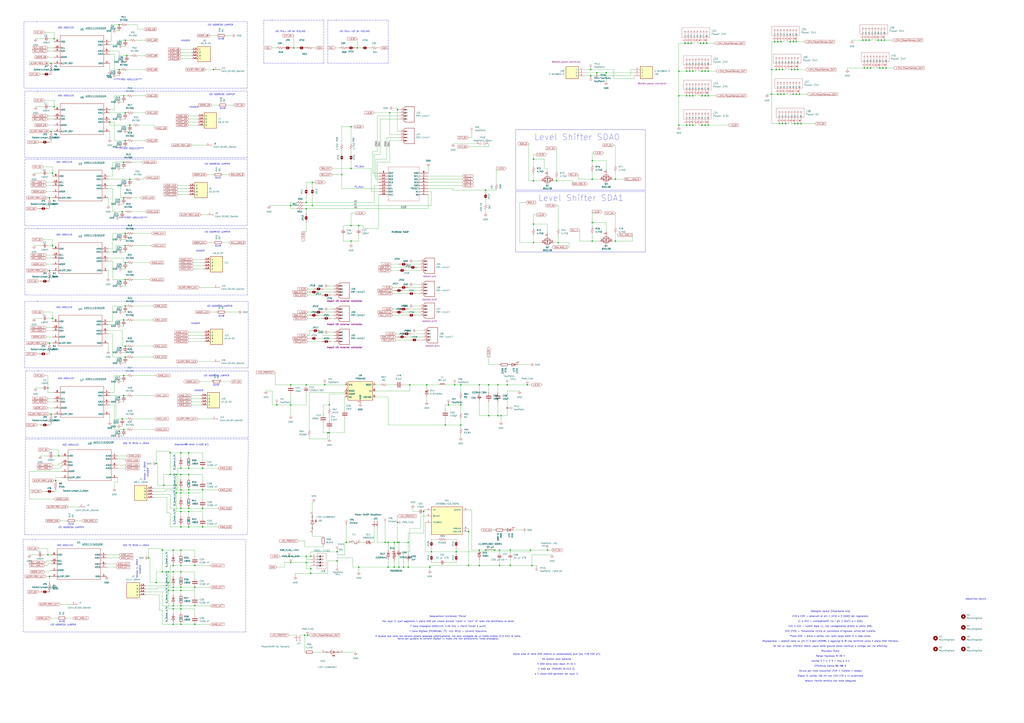
<source format=kicad_sch>
(kicad_sch (version 20250114) (generator "eeschema") (generator_version "9.0")
  (paper "A1")
  (rectangle (start 423.418 106.68) (end 530.098 156.21))
  (rectangle (start 423.418 157.48) (end 530.098 207.01))
  (text "I2C ADDRESS JUMPER" (at 167.894 191.516 0) (effects (font (size 1.27 1.27)) (justify left bottom)))
  (text "Important!!! zener (<100 pF)" (at 143.002 366.268 0) (effects (font (size 1.27 1.27)) (justify left bottom)))
  (text "Level Shifter SDA1" (at 441.96 165.862 0) (effects (font (size 5 5)) (justify left bottom)))
  (text "*****FIRST ADS1115****" (at 104.902 65.532 0) (effects (font (size 1.27 1.27))))
  (text "HEADER" (at 148.59 34.29 0) (effects (font (size 1.27 1.27)) (justify left bottom)))
  (text "Dettaglio layout (importante ora)\n\nC19 e C20 → attaccati ai pin 1 (VIN) e 3 (GND) del regolatore.\n\nL1 e D12 → compattissimi tra i pin 2 (OUT) e 4 (SW).\n\nC21 e C22 → subito dopo L1, con collegamento diretto al piano GND.\n\nD10 (TVS) → fisicamente vicino al connettore d'ingresso, prima del fusibile.\n\nPiano GND → pieno e solido, con rame largo sotto IC e loop corto.\n\nDissipazione → estendi rame su pin 2-3 dell'LM2596, e aggiungi 6-8 vias termiche verso il piano GND inferiore.\n\nSe hai un layer inferiore libero, usalo come ground plane continuo e collega con via stitching.\n\nRisultato finale\n\nRange ingresso: 9-30 V\n\nUscita: 5 V ± 2 % / fino a 3 A\n\nEfficienza tipica: 85-88 %\n\nSicuro per linee industriali (TVS + fusibile + diodo)\n\nRipple in uscita: ~50 mV con C22 X7R e L1 schermata\n\nNessun rischio termico con rame adeguato" (at 681.99 531.114 0) (effects (font (size 1.27 1.27))))
  (text "0x4B" (at 179.07 202.184 0) (effects (font (size 1.27 1.27))))
  (text "ADS TO READ 4-20mA\n" (at 100.838 365.252 0) (effects (font (size 1.27 1.27)) (justify left bottom)))
  (text "Sensor 4-20mA" (at 112.522 467.36 90) (effects (font (size 1.27 1.27))))
  (text "ADS TO READ 4-20mA\n" (at 100.838 449.072 0) (effects (font (size 1.27 1.27)) (justify left bottom)))
  (text "ADC ADS1115" (at 47.498 23.622 0) (effects (font (size 1.27 1.27)) (justify left bottom)))
  (text "HEADER" (at 115.824 464.566 90) (effects (font (size 1.27 1.27)) (justify right bottom)))
  (text "I2C ADDRESS JUMPER" (at 41.402 514.35 0) (effects (font (size 1.27 1.27)) (justify left bottom)))
  (text "Sensor 4-20mA" (at 118.872 387.35 90) (effects (font (size 1.27 1.27))))
  (text "0x4A" (at 179.07 146.304 0) (effects (font (size 1.27 1.27))))
  (text "I2C ADDRESS JUMPER" (at 171.704 78.486 0) (effects (font (size 1.27 1.27)) (justify left bottom)))
  (text "0x4B" (at 50.8 510.794 0) (effects (font (size 1.27 1.27))))
  (text "ADC ADS1115" (at 46.228 134.112 0) (effects (font (size 1.27 1.27)) (justify left bottom)))
  (text "MOUNTING HOLES" (at 801.37 492.506 0) (effects (font (size 1.27 1.27))))
  (text "I²C_MUX" (at 294.64 153.924 0) (effects (font (size 1.27 1.27))))
  (text "Separazione funzionale “fisica”\n\nNel layer 2, puoi sagomare il piano GND per creare piccole “colle” o “colli” di rame che delimitano le zone:\n\n🔵 Zona Analogica (ADS1115, 4–20 mA) → ritorni filtrati e puliti.\n\n🟠 Zona Digitale (PCA9546A, I²C, LED, MCU) → correnti impulsive.\n\n➡️ Queste due zone non devono essere separate elettricamente, ma solo collegate da un tratto stretto (2–3 mm) di rame.\nServe per guidare le correnti digitali in modo che non attraversino l’area analogica." (at 368.046 515.874 0) (effects (font (size 1.27 1.27))))
  (text "ADC ADS1115" (at 46.228 253.492 0) (effects (font (size 1.27 1.27)) (justify left bottom)))
  (text "Ampia area di rame GND attorno al condensatore bulk (es. C49 220 µF).\n\nDa questa zona partono:\n\nil GND dello step-down 24→5 V,\n\nil GND del TPS5403 (5→3.3 V),\n\ne il piano GND generale del layer 2." (at 457.2 545.846 0) (effects (font (size 1.27 1.27))))
  (text "ADC ADS1115" (at 46.228 193.802 0) (effects (font (size 1.27 1.27)) (justify left bottom)))
  (text "0x4A" (at 58.42 430.784 0) (effects (font (size 1.27 1.27))))
  (text "I²C_MUX" (at 295.148 137.16 0) (effects (font (size 1.27 1.27))))
  (text "I2C ADDRESS JUMPER" (at 167.894 135.636 0) (effects (font (size 1.27 1.27)) (justify left bottom)))
  (text "Level Shifter SDA0" (at 438.658 115.824 0) (effects (font (size 5 5)) (justify left bottom)))
  (text "ADC ADS1115" (at 46.736 449.072 0) (effects (font (size 1.27 1.27)) (justify left bottom)))
  (text "0x48" (at 181.864 259.842 0) (effects (font (size 1.27 1.27))))
  (text "0x48" (at 181.61 32.004 0) (effects (font (size 1.27 1.27))))
  (text "I2C ADDRESS JUMPER" (at 47.752 434.34 0) (effects (font (size 1.27 1.27)) (justify left bottom)))
  (text "HEADER" (at 122.174 384.556 90) (effects (font (size 1.27 1.27)) (justify right bottom)))
  (text "HEADER" (at 159.512 321.818 0) (effects (font (size 1.27 1.27)) (justify left bottom)))
  (text "HEADER" (at 156.845 266.7 0) (effects (font (size 1.27 1.27)) (justify left bottom)))
  (text "*****FIRST ADS1115****" (at 109.474 179.07 0) (effects (font (size 1.27 1.27))))
  (text "I2C PULL-UP 5V YES/NO" (at 226.06 26.67 0) (effects (font (size 1.27 1.27)) (justify left bottom)))
  (text "*****FIRST ADS1115****" (at 106.68 122.174 0) (effects (font (size 1.27 1.27))))
  (text "I2C ADDRESS JUMPER" (at 167.259 309.626 0) (effects (font (size 1.27 1.27)) (justify left bottom)))
  (text "HEADER" (at 160.655 207.01 0) (effects (font (size 1.27 1.27)) (justify left bottom)))
  (text "0x49" (at 177.546 316.484 0) (effects (font (size 1.27 1.27))))
  (text "ADC ADS1115" (at 47.498 311.912 0) (effects (font (size 1.27 1.27)) (justify left bottom)))
  (text "I2C ADDRESS JUMPER" (at 170.434 21.336 0) (effects (font (size 1.27 1.27)) (justify left bottom)))
  (text "ADC ADS1115" (at 51.308 366.522 0) (effects (font (size 1.27 1.27)) (justify left bottom)))
  (text "HEADER" (at 155.575 88.9 0) (effects (font (size 1.27 1.27)) (justify left bottom)))
  (text "I2C ADDRESS JUMPER" (at 169.799 252.476 0) (effects (font (size 1.27 1.27)) (justify left bottom)))
  (text "ADC ADS1115" (at 47.498 79.502 0) (effects (font (size 1.27 1.27)) (justify left bottom)))
  (text "0x49" (at 182.88 89.154 0) (effects (font (size 1.27 1.27))))
  (text "I2C PULL-UP 3V YES/NO" (at 278.765 26.67 0) (effects (font (size 1.27 1.27)) (justify left bottom)))
  (junction (at 128.27 381))
  (junction (at 154.94 384.81))
  (junction (at 102.87 215.9))
  (junction (at 138.43 469.9))
  (junction (at 139.7 389.89))
  (junction (at 347.98 420.37))
  (junction (at 401.32 341.63))
  (junction (at 401.32 316.23))
  (junction (at 486.41 132.08))
  (junction (at 154.94 372.11))
  (junction (at 102.87 92.71))
  (junction (at 142.24 452.12))
  (junction (at 293.37 39.37))
  (junction (at 557.53 102.87))
  (junction (at 148.59 513.08))
  (junction (at 563.88 58.42))
  (junction (at 148.59 433.07))
  (junction (at 148.59 420.37))
  (junction (at 154.94 402.59))
  (junction (at 438.15 148.59))
  (junction (at 142.24 513.08))
  (junction (at 284.48 445.77))
  (junction (at 166.37 402.59))
  (junction (at 142.24 485.14))
  (junction (at 101.6 325.12))
  (junction (at 436.88 464.82))
  (junction (at 326.39 445.77))
  (junction (at 142.24 469.9))
  (junction (at 288.29 185.42))
  (junction (at 326.39 90.17))
  (junction (at 148.59 464.82))
  (junction (at 101.6 78.74))
  (junction (at 327.66 466.09))
  (junction (at 485.14 62.23))
  (junction (at 577.85 35.56))
  (junction (at 486.41 182.88))
  (junction (at 656.59 77.47))
  (junction (at 393.7 452.12))
  (junction (at 438.15 130.81))
  (junction (at 581.66 78.74))
  (junction (at 294.64 185.42))
  (junction (at 39.37 318.77))
  (junction (at 581.66 102.87))
  (junction (at 642.62 101.6))
  (junction (at 408.94 316.23))
  (junction (at 142.24 482.6))
  (junction (at 365.76 349.25))
  (junction (at 255.27 471.17))
  (junction (at 568.96 102.87))
  (junction (at 568.96 78.74))
  (junction (at 148.59 402.59))
  (junction (at 563.88 78.74))
  (junction (at 102.87 33.02))
  (junction (at 354.33 453.39))
  (junction (at 288.29 138.43))
  (junction (at 148.59 405.13))
  (junction (at 497.84 59.69))
  (junction (at 579.12 102.87))
  (junction (at 102.87 229.87))
  (junction (at 40.64 473.71))
  (junction (at 148.59 500.38))
  (junction (at 410.21 464.82))
  (junction (at 505.46 198.12))
  (junction (at 148.59 417.83))
  (junction (at 638.81 34.29))
  (junction (at 713.74 33.02))
  (junction (at 323.85 445.77))
  (junction (at 142.24 500.38))
  (junction (at 566.42 58.42))
  (junction (at 419.1 464.82))
  (junction (at 640.08 57.15))
  (junction (at 43.18 201.93))
  (junction (at 139.7 372.11))
  (junction (at 250.19 521.97))
  (junction (at 43.18 261.62))
  (junction (at 485.14 57.15))
  (junction (at 727.71 55.88))
  (junction (at 148.59 384.81))
  (junction (at 723.9 33.02))
  (junction (at 562.61 35.56))
  (junction (at 138.43 485.14))
  (junction (at 378.46 332.74))
  (junction (at 657.86 101.6))
  (junction (at 490.22 59.69))
  (junction (at 238.76 332.74))
  (junction (at 148.59 469.9))
  (junction (at 655.32 57.15))
  (junction (at 486.41 198.12))
  (junction (at 227.33 332.74))
  (junction (at 326.39 429.26))
  (junction (at 241.3 39.37))
  (junction (at 568.96 58.42))
  (junction (at 486.41 147.32))
  (junction (at 566.42 102.87))
  (junction (at 654.05 77.47))
  (junction (at 160.02 497.84))
  (junction (at 102.87 201.93))
  (junction (at 318.77 445.77))
  (junction (at 721.36 33.02))
  (junction (at 148.59 497.84))
  (junction (at 566.42 78.74))
  (junction (at 726.44 33.02))
  (junction (at 393.7 464.82))
  (junction (at 144.78 405.13))
  (junction (at 276.86 453.39))
  (junction (at 563.88 102.87))
  (junction (at 102.87 115.57))
  (junction (at 255.27 457.2))
  (junction (at 378.46 316.23))
  (junction (at 641.35 77.47))
  (junction (at 398.78 156.21))
  (junction (at 708.66 33.02))
  (junction (at 43.18 142.24))
  (junction (at 640.08 101.6))
  (junction (at 580.39 35.56))
  (junction (at 97.79 57.15))
  (junction (at 581.66 58.42))
  (junction (at 133.35 469.9))
  (junction (at 654.05 34.29))
  (junction (at 406.4 452.12))
  (junction (at 101.6 262.89))
  (junction (at 270.51 355.6))
  (junction (at 148.59 485.14))
  (junction (at 144.78 389.89))
  (junction (at 576.58 58.42))
  (junction (at 40.64 162.56))
  (junction (at 288.29 198.12))
  (junction (at 238.76 316.23))
  (junction (at 106.68 102.87))
  (junction (at 410.21 452.12))
  (junction (at 252.73 521.97))
  (junction (at 133.35 452.12))
  (junction (at 48.26 374.65))
  (junction (at 102.87 284.48))
  (junction (at 408.94 341.63))
  (junction (at 160.02 464.82))
  (junction (at 100.33 344.17))
  (junction (at 655.32 101.6))
  (junction (at 41.91 340.36))
  (junction (at 398.78 452.12))
  (junction (at 154.94 433.07))
  (junction (at 251.46 316.23))
  (junction (at 41.91 52.07))
  (junction (at 39.37 455.93))
  (junction (at 154.94 389.89))
  (junction (at 576.58 102.87))
  (junction (at 648.97 34.29))
  (junction (at 638.81 77.47))
  (junction (at 154.94 420.37))
  (junction (at 353.06 466.09))
  (junction (at 102.87 293.37))
  (junction (at 154.94 405.13))
  (junction (at 251.46 462.28))
  (junction (at 641.35 34.29))
  (junction (at 435.61 452.12))
  (junction (at 505.46 147.32))
  (junction (at 579.12 58.42))
  (junction (at 643.89 77.47))
  (junction (at 166.37 384.81))
  (junction (at 350.52 316.23))
  (junction (at 280.67 143.51))
  (junction (at 144.78 398.78))
  (junction (at 316.23 445.77))
  (junction (at 106.68 147.32))
  (junction (at 378.46 349.25))
  (junction (at 97.79 20.32))
  (junction (at 725.17 55.88))
  (junction (at 575.31 35.56))
  (junction (at 238.76 168.91))
  (junction (at 373.38 316.23))
  (junction (at 457.2 148.59))
  (junction (at 633.73 57.15))
  (junction (at 384.81 436.88))
  (junction (at 101.6 308.61))
  (junction (at 323.85 466.09))
  (junction (at 433.07 316.23))
  (junction (at 449.58 452.12))
  (junction (at 148.59 389.89))
  (junction (at 102.87 251.46))
  (junction (at 166.37 433.07))
  (junction (at 166.37 417.83))
  (junction (at 40.64 281.94))
  (junction (at 652.78 101.6))
  (junction (at 438.15 184.15))
  (junction (at 652.78 57.15))
  (junction (at 335.28 445.77))
  (junction (at 41.91 107.95))
  (junction (at 238.76 462.28))
  (junction (at 256.54 149.86))
  (junction (at 458.47 199.39))
  (junction (at 709.93 55.88))
  (junction (at 384.81 464.82))
  (junction (at 40.64 222.25))
  (junction (at 128.27 478.79))
  (junction (at 419.1 452.12))
  (junction (at 633.73 77.47))
  (junction (at 269.24 355.6))
  (junction (at 255.27 467.36))
  (junction (at 266.7 316.23))
  (junction (at 416.56 335.28))
  (junction (at 715.01 55.88))
  (junction (at 101.6 162.56))
  (junction (at 576.58 78.74))
  (junction (at 651.51 34.29))
  (junction (at 557.53 58.42))
  (junction (at 251.46 457.2))
  (junction (at 645.16 101.6))
  (junction (at 148.59 452.12))
  (junction (at 320.04 92.71))
  (junction (at 175.26 57.15))
  (junction (at 294.64 466.09))
  (junction (at 636.27 34.29))
  (junction (at 102.87 191.77))
  (junction (at 148.59 482.6))
  (junction (at 637.54 57.15))
  (junction (at 104.14 45.72))
  (junction (at 336.55 316.23))
  (junction (at 101.6 353.06))
  (junction (at 142.24 497.84))
  (junction (at 288.29 104.14))
  (junction (at 276.86 461.01))
  (junction (at 100.33 173.99))
  (junction (at 557.53 78.74))
  (junction (at 579.12 78.74))
  (junction (at 411.48 341.63))
  (junction (at 438.15 199.39))
  (junction (at 138.43 478.79))
  (junction (at 327.66 445.77))
  (junction (at 393.7 316.23))
  (junction (at 335.28 466.09))
  (junction (at 374.65 453.39))
  (junction (at 331.47 466.09))
  (junction (at 712.47 55.88))
  (junction (at 318.77 466.09))
  (junction (at 160.02 482.6))
  (junction (at 565.15 35.56))
  (junction (at 142.24 464.82))
  (junction (at 148.59 372.11))
  (junction (at 722.63 55.88))
  (junction (at 711.2 33.02))
  (junction (at 642.62 57.15))
  (junction (at 154.94 417.83))
  (junction (at 237.49 457.2))
  (junction (at 101.6 133.35))
  (junction (at 567.69 35.56))
  (junction (at 651.51 77.47))
  (junction (at 90.17 100.33))
  (junction (at 45.72 394.97))
  (junction (at 134.62 398.78))
  (junction (at 251.46 171.45))
  (junction (at 251.46 166.37))
  (junction (at 160.02 513.08))
  (junction (at 270.51 332.74))
  (junction (at 256.54 168.91))
  (junction (at 44.45 31.75))
  (junction (at 650.24 57.15))
  (junction (at 416.56 316.23))
  (junction (at 368.3 332.74))
  (junction (at 44.45 87.63))
  (junction (at 121.92 458.47))
  (wire (pts (xy 24.13 387.35) (xy 50.8 387.35)))
  (wire (pts (xy 416.56 335.28) (xy 416.56 341.63)))
  (wire (pts (xy 158.75 220.98) (xy 167.64 220.98)))
  (wire (pts (xy 137.16 408.94) (xy 125.73 408.94)))
  (wire (pts (xy 327.66 466.09) (xy 331.47 466.09)))
  (wire (pts (xy 148.59 416.56) (xy 148.59 417.83)))
  (wire (pts (xy 38.1 461.01) (xy 41.91 461.01)))
  (wire (pts (xy 288.29 104.14) (xy 288.29 118.11)) (stroke (width 0.1524)))
  (wire (pts (xy 88.9 222.25) (xy 88.9 228.6)))
  (wire (pts (xy 336.55 434.34) (xy 345.44 434.34)))
  (wire (pts (xy 311.15 187.96) (xy 298.45 187.96)))
  (wire (pts (xy 651.51 34.29) (xy 654.05 34.29)))
  (wire (pts (xy 142.24 496.57) (xy 142.24 497.84)))
  (wire (pts (xy 96.52 262.89) (xy 101.6 262.89)))
  (wire (pts (xy 39.37 327.66) (xy 44.45 327.66)))
  (wire (pts (xy 633.73 57.15) (xy 637.54 57.15)))
  (wire (pts (xy 401.32 120.65) (xy 401.32 118.11)))
  (wire (pts (xy 336.55 453.39) (xy 331.47 453.39)))
  (wire (pts (xy 100.33 97.79) (xy 102.87 97.79)))
  (wire (pts (xy 44.45 82.55) (xy 44.45 87.63)))
  (wire (pts (xy 367.03 443.23) (xy 374.65 443.23)))
  (wire (pts (xy 715.01 55.88) (xy 717.55 55.88)))
  (wire (pts (xy 505.46 135.89) (xy 505.46 119.38)))
  (wire (pts (xy 323.85 461.01) (xy 323.85 466.09)))
  (wire (pts (xy 288.29 185.42) (xy 294.64 185.42)))
  (wire (pts (xy 238.76 316.23) (xy 251.46 316.23)))
  (wire (pts (xy 166.37 417.83) (xy 154.94 417.83)))
  (wire (pts (xy 254 521.97) (xy 252.73 521.97)))
  (wire (pts (xy 421.64 435.61) (xy 429.26 435.61)))
  (wire (pts (xy 393.7 452.12) (xy 398.78 452.12)))
  (wire (pts (xy 252.73 256.54) (xy 257.81 256.54)))
  (wire (pts (xy 294.64 466.09) (xy 318.77 466.09)))
  (wire (pts (xy 342.9 219.71) (xy 344.17 219.71)))
  (wire (pts (xy 40.64 468.63) (xy 41.91 468.63)))
  (wire (pts (xy 255.27 467.36) (xy 251.46 467.36)))
  (wire (pts (xy 725.17 55.88) (xy 727.71 55.88)))
  (wire (pts (xy 520.7 64.77) (xy 504.19 64.77)))
  (wire (pts (xy 368.3 332.74) (xy 378.46 332.74)))
  (wire (pts (xy 270.51 355.6) (xy 283.21 355.6)))
  (wire (pts (xy 238.76 341.63) (xy 238.76 332.74)))
  (wire (pts (xy 38.1 212.09) (xy 43.18 212.09)))
  (wire (pts (xy 40.64 107.95) (xy 41.91 107.95)))
  (wire (pts (xy 134.62 389.89) (xy 134.62 398.78)))
  (wire (pts (xy 474.98 147.32) (xy 474.98 143.51)))
  (wire (pts (xy 148.59 485.14) (xy 160.02 485.14)))
  (wire (pts (xy 261.62 278.13) (xy 274.32 278.13)))
  (wire (pts (xy 393.7 316.23) (xy 401.32 316.23)))
  (wire (pts (xy 336.55 453.39) (xy 336.55 434.34)))
  (wire (pts (xy 416.56 341.63) (xy 411.48 341.63)))
  (wire (pts (xy 31.75 231.14) (xy 33.02 231.14)))
  (wire (pts (xy 505.46 140.97) (xy 505.46 147.32)))
  (wire (pts (xy 633.73 77.47) (xy 633.73 101.6)))
  (wire (pts (xy 325.12 274.32) (xy 330.2 274.32)))
  (wire (pts (xy 557.53 104.14) (xy 557.53 102.87)))
  (wire (pts (xy 292.1 39.37) (xy 293.37 39.37)))
  (wire (pts (xy 306.07 142.24) (xy 306.07 124.46)))
  (wire (pts (xy 251.46 171.45) (xy 251.46 175.26)))
  (wire (pts (xy 129.54 398.78) (xy 134.62 398.78)))
  (wire (pts (xy 41.91 107.95) (xy 44.45 107.95)))
  (wire (pts (xy 137.16 408.94) (xy 137.16 421.64)))
  (wire (pts (xy 307.34 166.37) (xy 303.53 166.37)))
  (wire (pts (xy 102.87 251.46) (xy 104.14 251.46)))
  (wire (pts (xy 142.24 464.82) (xy 139.7 464.82)))
  (wire (pts (xy 39.37 171.45) (xy 40.64 171.45)))
  (wire (pts (xy 365.76 462.28) (xy 374.65 462.28)))
  (wire (pts (xy 148.59 420.37) (xy 154.94 420.37)))
  (wire (pts (xy 292.1 175.26) (xy 288.29 175.26)))
  (wire (pts (xy 326.39 424.18) (xy 326.39 429.26)))
  (wire (pts (xy 237.49 521.97) (xy 243.84 521.97)))
  (wire (pts (xy 652.78 57.15) (xy 655.32 57.15)))
  (wire (pts (xy 251.46 457.2) (xy 255.27 457.2)))
  (wire (pts (xy 138.43 485.14) (xy 138.43 500.38)))
  (wire (pts (xy 467.36 203.2) (xy 467.36 199.39)))
  (wire (pts (xy 166.37 372.11) (xy 166.37 377.19)))
  (wire (pts (xy 130.81 488.95) (xy 119.38 488.95)))
  (wire (pts (xy 101.6 78.74) (xy 104.14 78.74)))
  (wire (pts (xy 238.76 168.91) (xy 238.76 171.45)))
  (wire (pts (xy 175.26 57.15) (xy 168.91 57.15)))
  (wire (pts (xy 252.73 242.57) (xy 264.16 242.57)))
  (wire (pts (xy 154.94 372.11) (xy 154.94 375.92)))
  (wire (pts (xy 40.64 469.9) (xy 36.83 469.9)))
  (wire (pts (xy 270.51 355.6) (xy 270.51 360.68)))
  (wire (pts (xy 372.11 118.11) (xy 391.16 118.11)))
  (wire (pts (xy 157.48 332.74) (xy 165.1 332.74)))
  (wire (pts (xy 322.58 256.54) (xy 323.85 256.54)))
  (wire (pts (xy 142.24 513.08) (xy 133.35 513.08)))
  (wire (pts (xy 106.68 147.32) (xy 110.49 147.32)))
  (wire (pts (xy 99.06 167.64) (xy 101.6 167.64)))
  (wire (pts (xy 280.67 154.94) (xy 280.67 143.51)))
  (wire (pts (xy 43.18 142.24) (xy 43.18 144.78)))
  (wire (pts (xy 327.66 457.2) (xy 327.66 466.09)))
  (wire (pts (xy 288.29 133.35) (xy 288.29 138.43)) (stroke (width 0.1524)))
  (wire (pts (xy 317.5 113.03) (xy 327.66 113.03)))
  (polyline (pts (xy 20.32 185.42) (xy 20.32 130.81)) (stroke (width 0) (type dash)))
  (wire (pts (xy 557.53 58.42) (xy 557.53 35.56)))
  (wire (pts (xy 50.8 382.27) (xy 50.8 383.54)))
  (wire (pts (xy 144.78 389.89) (xy 144.78 398.78)))
  (wire (pts (xy 97.79 179.07) (xy 100.33 179.07)))
  (wire (pts (xy 638.81 77.47) (xy 641.35 77.47)))
  (wire (pts (xy 284.48 431.8) (xy 284.48 445.77)))
  (wire (pts (xy 138.43 469.9) (xy 133.35 469.9)))
  (wire (pts (xy 387.35 109.22) (xy 387.35 113.03)))
  (wire (pts (xy 408.94 341.63) (xy 401.32 341.63)))
  (wire (pts (xy 257.81 535.94) (xy 264.16 535.94)))
  (wire (pts (xy 252.73 278.13) (xy 254 278.13)))
  (wire (pts (xy 101.6 50.8) (xy 104.14 50.8)))
  (wire (pts (xy 256.54 39.37) (xy 259.08 39.37)))
  (wire (pts (xy 248.92 168.91) (xy 255.27 168.91)) (stroke (width 0.1524)))
  (wire (pts (xy 708.66 33.02) (xy 711.2 33.02)))
  (wire (pts (xy 148.59 45.72) (xy 157.48 45.72)))
  (wire (pts (xy 97.79 45.72) (xy 104.14 45.72)))
  (wire (pts (xy 351.79 157.48) (xy 354.33 157.48)))
  (wire (pts (xy 49.53 496.57) (xy 58.42 496.57)))
  (wire (pts (xy 172.72 464.82) (xy 160.02 464.82)))
  (wire (pts (xy 449.58 140.97) (xy 449.58 138.43)))
  (wire (pts (xy 157.48 330.2) (xy 165.1 330.2)))
  (wire (pts (xy 288.29 198.12) (xy 294.64 198.12)) (stroke (width 0.1524)))
  (wire (pts (xy 251.46 332.74) (xy 238.76 332.74)))
  (wire (pts (xy 142.24 482.6) (xy 129.54 482.6)))
  (wire (pts (xy 38.1 152.4) (xy 43.18 152.4)))
  (wire (pts (xy 335.28 466.09) (xy 353.06 466.09)))
  (wire (pts (xy 322.58 254) (xy 327.66 254)))
  (wire (pts (xy 309.88 95.25) (xy 309.88 124.46)))
  (wire (pts (xy 92.71 204.47) (xy 88.9 204.47)))
  (wire (pts (xy 154.94 402.59) (xy 148.59 402.59)))
  (wire (pts (xy 92.71 264.16) (xy 88.9 264.16)))
  (wire (pts (xy 320.04 92.71) (xy 320.04 110.49)))
  (wire (pts (xy 121.92 458.47) (xy 123.19 458.47)))
  (wire (pts (xy 128.27 478.79) (xy 138.43 478.79)))
  (wire (pts (xy 280.67 133.35) (xy 280.67 143.51)) (stroke (width 0.1524)))
  (wire (pts (xy 172.72 497.84) (xy 160.02 497.84)))
  (wire (pts (xy 309.88 133.35) (xy 320.04 133.35)))
  (wire (pts (xy 497.84 59.69) (xy 497.84 67.31)))
  (wire (pts (xy 281.94 185.42) (xy 288.29 185.42)) (stroke (width 0.1524)))
  (wire (pts (xy 104.14 45.72) (xy 107.95 45.72)))
  (polyline (pts (xy 216.5096 16.4846) (xy 224.1296 16.4846)) (stroke (width 0) (type dash)))
  (wire (pts (xy 347.98 420.37) (xy 347.98 419.1)))
  (wire (pts (xy 133.35 469.9) (xy 128.27 469.9)))
  (wire (pts (xy 148.59 433.07) (xy 139.7 433.07)))
  (wire (pts (xy 419.1 464.82) (xy 436.88 464.82)))
  (wire (pts (xy 387.35 419.1) (xy 384.81 419.1)))
  (wire (pts (xy 335.28 438.15) (xy 347.98 438.15)))
  (wire (pts (xy 374.65 454.66) (xy 374.65 453.39)))
  (wire (pts (xy 96.52 396.24) (xy 93.98 396.24)))
  (wire (pts (xy 436.88 455.93) (xy 453.39 455.93)))
  (wire (pts (xy 276.86 458.47) (xy 276.86 461.01)))
  (wire (pts (xy 574.04 78.74) (xy 576.58 78.74)))
  (wire (pts (xy 266.7 316.23) (xy 283.21 316.23)))
  (wire (pts (xy 96.52 384.81) (xy 102.87 384.81)))
  (wire (pts (xy 148.59 482.6) (xy 142.24 482.6)))
  (wire (pts (xy 133.35 450.85) (xy 133.35 452.12)))
  (wire (pts (xy 238.76 462.28) (xy 251.46 462.28)))
  (wire (pts (xy 39.37 463.55) (xy 39.37 464.82)))
  (wire (pts (xy 566.42 102.87) (xy 568.96 102.87)))
  (wire (pts (xy 39.37 463.55) (xy 41.91 463.55)))
  (wire (pts (xy 251.46 322.58) (xy 251.46 332.74)))
  (wire (pts (xy 280.67 123.19) (xy 280.67 125.73)) (stroke (width 0.1524)))
  (wire (pts (xy 398.78 452.12) (xy 406.4 452.12)))
  (polyline (pts (xy 31.115 360.68) (xy 203.835 360.68)) (stroke (width 0) (type dash)))
  (wire (pts (xy 148.59 48.26) (xy 157.48 48.26)))
  (wire (pts (xy 250.19 535.94) (xy 250.19 521.97)))
  (wire (pts (xy 398.78 157.48) (xy 398.78 156.21)))
  (wire (pts (xy 41.91 508) (xy 46.99 508)))
  (wire (pts (xy 280.67 104.14) (xy 280.67 118.11)) (stroke (width 0.1524)))
  (wire (pts (xy 335.28 254) (xy 344.17 254)))
  (wire (pts (xy 309.88 39.37) (xy 312.42 39.37)))
  (wire (pts (xy 35.56 87.63) (xy 29.21 87.63)))
  (wire (pts (xy 416.56 321.31) (xy 416.56 335.28)))
  (polyline (pts (xy 19.05 443.23) (xy 29.845 443.23)) (stroke (width 0) (type dash)))
  (wire (pts (xy 49.53 383.54) (xy 49.53 384.81)))
  (wire (pts (xy 154.94 389.89) (xy 166.37 389.89)))
  (wire (pts (xy 170.18 143.51) (xy 175.26 143.51)))
  (wire (pts (xy 270.51 353.06) (xy 270.51 355.6)))
  (wire (pts (xy 720.09 55.88) (xy 722.63 55.88)))
  (wire (pts (xy 434.34 148.59) (xy 438.15 148.59)))
  (wire (pts (xy 121.92 450.85) (xy 133.35 450.85)))
  (polyline (pts (xy 28.575 443.23) (xy 201.295 443.23)) (stroke (width 0) (type dash)))
  (wire (pts (xy 339.09 214.63) (xy 344.17 214.63)))
  (wire (pts (xy 326.39 429.26) (xy 326.39 445.77)))
  (wire (pts (xy 107.95 173.99) (xy 119.38 173.99)))
  (wire (pts (xy 90.17 325.12) (xy 101.6 325.12)))
  (wire (pts (xy 419.1 459.74) (xy 419.1 464.82)))
  (wire (pts (xy 148.59 511.81) (xy 148.59 513.08)))
  (wire (pts (xy 118.11 146.05) (xy 119.38 146.05)))
  (wire (pts (xy 241.3 29.21) (xy 241.3 39.37)))
  (wire (pts (xy 641.35 34.29) (xy 643.89 34.29)))
  (wire (pts (xy 29.21 318.77) (xy 34.29 318.77)))
  (wire (pts (xy 318.77 466.09) (xy 323.85 466.09)))
  (wire (pts (xy 93.98 57.15) (xy 97.79 57.15)))
  (wire (pts (xy 322.58 241.3) (xy 334.01 241.3)))
  (wire (pts (xy 109.22 201.93) (xy 124.46 201.93)))
  (wire (pts (xy 378.46 316.23) (xy 393.7 316.23)))
  (wire (pts (xy 40.64 171.45) (xy 40.64 170.18)))
  (wire (pts (xy 39.37 450.85) (xy 39.37 455.93)))
  (wire (pts (xy 351.79 171.45) (xy 303.53 171.45)))
  (wire (pts (xy 345.44 434.34) (xy 345.44 424.18)))
  (wire (pts (xy 406.4 452.12) (xy 410.21 452.12)))
  (wire (pts (xy 92.71 133.35) (xy 92.71 144.78)))
  (wire (pts (xy 44.45 26.67) (xy 44.45 31.75)))
  (wire (pts (xy 458.47 193.04) (xy 458.47 199.39)))
  (wire (pts (xy 144.78 405.13) (xy 148.59 405.13)))
  (wire (pts (xy 92.71 173.99) (xy 92.71 154.94)))
  (wire (pts (xy 102.87 33.02) (xy 97.79 33.02)))
  (wire (pts (xy 311.15 147.32) (xy 308.61 147.32)))
  (wire (pts (xy 568.96 78.74) (xy 571.5 78.74)))
  (wire (pts (xy 411.48 346.71) (xy 411.48 341.63)))
  (wire (pts (xy 154.94 95.25) (xy 162.56 95.25)))
  (wire (pts (xy 148.59 417.83) (xy 139.7 417.83)))
  (wire (pts (xy 576.58 102.87) (xy 579.12 102.87)))
  (wire (pts (xy 281.94 187.96) (xy 281.94 185.42)))
  (wire (pts (xy 148.59 500.38) (xy 148.59 504.19)))
  (polyline (pts (xy 29.845 17.78) (xy 203.2 17.78)) (stroke (width 0) (type dash)))
  (wire (pts (xy 154.94 389.89) (xy 154.94 393.7)))
  (wire (pts (xy 96.52 266.7) (xy 88.9 266.7)))
  (wire (pts (xy 158.75 213.36) (xy 167.64 213.36)))
  (wire (pts (xy 351.79 144.78) (xy 379.73 144.78)))
  (wire (pts (xy 146.05 152.4) (xy 154.94 152.4)))
  (wire (pts (xy 335.28 236.22) (xy 344.17 236.22)))
  (wire (pts (xy 148.59 389.89) (xy 144.78 389.89)))
  (wire (pts (xy 374.65 450.85) (xy 374.65 453.39)))
  (wire (pts (xy 170.18 199.39) (xy 175.26 199.39)))
  (wire (pts (xy 119.38 483.87) (xy 129.54 483.87)))
  (wire (pts (xy 92.71 191.77) (xy 102.87 191.77)))
  (wire (pts (xy 39.37 95.25) (xy 44.45 95.25)))
  (wire (pts (xy 518.16 62.23) (xy 518.16 57.15)))
  (wire (pts (xy 130.81 488.95) (xy 130.81 501.65)))
  (wire (pts (xy 638.81 34.29) (xy 641.35 34.29)))
  (wire (pts (xy 326.39 88.9) (xy 326.39 90.17)))
  (wire (pts (xy 308.61 316.23) (xy 312.42 316.23)))
  (wire (pts (xy 148.59 500.38) (xy 160.02 500.38)))
  (wire (pts (xy 647.7 57.15) (xy 650.24 57.15)))
  (wire (pts (xy 449.58 138.43) (xy 447.04 138.43)))
  (wire (pts (xy 39.37 41.91) (xy 44.45 41.91)))
  (wire (pts (xy 144.78 398.78) (xy 144.78 405.13)))
  (wire (pts (xy 308.61 147.32) (xy 308.61 130.81)))
  (wire (pts (xy 142.24 469.9) (xy 148.59 469.9)))
  (wire (pts (xy 331.47 256.54) (xy 344.17 256.54)))
  (wire (pts (xy 497.84 59.69) (xy 520.7 59.69)))
  (wire (pts (xy 360.68 462.28) (xy 354.33 462.28)))
  (wire (pts (xy 269.24 461.01) (xy 269.24 471.17)))
  (wire (pts (xy 148.59 485.14) (xy 148.59 488.95)))
  (wire (pts (xy 254 271.78) (xy 254 275.59)))
  (wire (pts (xy 40.64 162.56) (xy 43.18 162.56)))
  (wire (pts (xy 349.25 453.39) (xy 354.33 453.39)))
  (wire (pts (xy 722.63 55.88) (xy 725.17 55.88)))
  (wire (pts (xy 97.79 20.32) (xy 99.06 20.32)))
  (wire (pts (xy 139.7 417.83) (xy 139.7 406.4)))
  (wire (pts (xy 575.31 35.56) (xy 577.85 35.56)))
  (wire (pts (xy 109.22 251.46) (xy 125.73 251.46)))
  (wire (pts (xy 43.18 256.54) (xy 43.18 261.62)))
  (wire (pts (xy 339.09 233.68) (xy 344.17 233.68)))
  (wire (pts (xy 254 322.58) (xy 283.21 322.58)))
  (wire (pts (xy 154.94 273.05) (xy 167.64 273.05)))
  (wire (pts (xy 133.35 497.84) (xy 133.35 486.41)))
  (wire (pts (xy 99.06 162.56) (xy 99.06 152.4)))
  (wire (pts (xy 144.78 405.13) (xy 144.78 420.37)))
  (wire (pts (xy 238.76 166.37) (xy 238.76 168.91)))
  (wire (pts (xy 102.87 293.37) (xy 104.14 293.37)))
  (wire (pts (xy 309.88 149.86) (xy 309.88 133.35)))
  (wire (pts (xy 111.76 33.02) (xy 119.38 33.02)))
  (wire (pts (xy 251.46 149.86) (xy 256.54 149.86)))
  (wire (pts (xy 384.81 434.34) (xy 384.81 436.88)))
  (wire (pts (xy 163.83 236.22) (xy 175.26 236.22)))
  (wire (pts (xy 438.15 148.59) (xy 444.5 148.59)))
  (wire (pts (xy 130.81 501.65) (xy 133.35 501.65)))
  (wire (pts (xy 40.64 281.94) (xy 43.18 281.94)))
  (wire (pts (xy 327.66 445.77) (xy 335.28 445.77)))
  (wire (pts (xy 344.17 279.4) (xy 346.71 279.4)))
  (wire (pts (xy 256.54 412.75) (xy 257.81 412.75)))
  (wire (pts (xy 566.42 58.42) (xy 568.96 58.42)))
  (wire (pts (xy 133.35 452.12) (xy 142.24 452.12)))
  (wire (pts (xy 134.62 398.78) (xy 144.78 398.78)))
  (wire (pts (xy 311.15 144.78) (xy 307.34 144.78)))
  (wire (pts (xy 109.22 353.06) (xy 127 353.06)))
  (wire (pts (xy 148.59 384.81) (xy 146.05 384.81)))
  (wire (pts (xy 563.88 78.74) (xy 566.42 78.74)))
  (wire (pts (xy 466.09 203.2) (xy 467.36 203.2)))
  (wire (pts (xy 157.48 119.38) (xy 168.91 119.38)))
  (wire (pts (xy 486.41 147.32) (xy 474.98 147.32)))
  (wire (pts (xy 102.87 191.77) (xy 104.14 191.77)))
  (wire (pts (xy 486.41 132.08) (xy 497.84 132.08)))
  (wire (pts (xy 311.15 152.4) (xy 307.34 152.4)))
  (wire (pts (xy 137.16 421.64) (xy 139.7 421.64)))
  (wire (pts (xy 695.96 55.88) (xy 695.96 57.15)))
  (wire (pts (xy 139.7 464.82) (xy 139.7 481.33)))
  (wire (pts (xy 326.39 107.95) (xy 327.66 107.95)))
  (wire (pts (xy 251.46 459.74) (xy 251.46 457.2)))
  (wire (pts (xy 290.83 104.14) (xy 288.29 104.14)) (stroke (width 0.1524)))
  (wire (pts (xy 271.78 280.67) (xy 274.32 280.67)))
  (wire (pts (xy 97.79 36.83) (xy 90.17 36.83)))
  (wire (pts (xy 179.07 402.59) (xy 166.37 402.59)))
  (wire (pts (xy 449.58 191.77) (xy 449.58 184.15)))
  (wire (pts (xy 38.1 149.86) (xy 43.18 149.86)))
  (wire (pts (xy 102.87 215.9) (xy 104.14 215.9)))
  (wire (pts (xy 41.91 340.36) (xy 44.45 340.36)))
  (wire (pts (xy 407.67 138.43) (xy 407.67 151.13)))
  (wire (pts (xy 410.21 452.12) (xy 419.1 452.12)))
  (wire (pts (xy 563.88 58.42) (xy 566.42 58.42)))
  (wire (pts (xy 166.37 402.59) (xy 154.94 402.59)))
  (wire (pts (xy 154.94 433.07) (xy 148.59 433.07)))
  (wire (pts (xy 308.61 130.81) (xy 317.5 130.81)))
  (wire (pts (xy 96.52 262.89) (xy 96.52 266.7)))
  (wire (pts (xy 398.78 167.64) (xy 398.78 165.1)))
  (wire (pts (xy 407.67 156.21) (xy 398.78 156.21)))
  (wire (pts (xy 248.92 166.37) (xy 251.46 166.37)) (stroke (width 0.1524)))
  (wire (pts (xy 581.66 102.87) (xy 598.17 102.87)))
  (wire (pts (xy 91.44 20.32) (xy 97.79 20.32)))
  (wire (pts (xy 265.43 332.74) (xy 265.43 340.36)))
  (wire (pts (xy 568.96 58.42) (xy 571.5 58.42)))
  (wire (pts (xy 185.42 256.54) (xy 195.58 256.54)))
  (wire (pts (xy 139.7 372.11) (xy 139.7 389.89)))
  (wire (pts (xy 727.71 55.88) (xy 734.06 55.88)))
  (wire (pts (xy 35.56 137.16) (xy 43.18 137.16)))
  (wire (pts (xy 337.82 274.32) (xy 346.71 274.32)))
  (wire (pts (xy 557.53 58.42) (xy 563.88 58.42)))
  (wire (pts (xy 320.04 92.71) (xy 327.66 92.71)))
  (wire (pts (xy 312.42 97.79) (xy 312.42 127)))
  (wire (pts (xy 166.37 405.13) (xy 166.37 410.21)))
  (wire (pts (xy 322.58 236.22) (xy 327.66 236.22)))
  (wire (pts (xy 93.98 308.61) (xy 101.6 308.61)))
  (wire (pts (xy 142.24 469.9) (xy 142.24 473.71)))
  (wire (pts (xy 40.64 52.07) (xy 41.91 52.07)))
  (wire (pts (xy 99.06 83.82) (xy 101.6 83.82)))
  (wire (pts (xy 410.21 452.12) (xy 410.21 454.66)))
  (wire (pts (xy 93.98 332.74) (xy 90.17 332.74)))
  (wire (pts (xy 109.22 325.12) (xy 127 325.12)))
  (wire (pts (xy 341.63 271.78) (xy 346.71 271.78)))
  (wire (pts (xy 316.23 430.53) (xy 316.23 445.77)))
  (wire (pts (xy 166.37 420.37) (xy 166.37 425.45)))
  (wire (pts (xy 49.53 383.54) (xy 50.8 383.54)))
  (wire (pts (xy 374.65 453.39) (xy 435.61 453.39)))
  (wire (pts (xy 387.35 452.12) (xy 393.7 452.12)))
  (wire (pts (xy 154.94 417.83) (xy 148.59 417.83)))
  (wire (pts (xy 294.64 187.96) (xy 294.64 185.42)))
  (wire (pts (xy 237.49 457.2) (xy 251.46 457.2)))
  (wire (pts (xy 39.37 162.56) (xy 40.64 162.56)))
  (wire (pts (xy 401.32 316.23) (xy 401.32 322.58)))
  (wire (pts (xy 109.22 92.71) (xy 119.38 92.71)))
  (wire (pts (xy 256.54 438.15) (xy 256.54 440.69)))
  (wire (pts (xy 146.05 154.94) (xy 154.94 154.94)))
  (wire (pts (xy 262.89 271.78) (xy 265.43 271.78)))
  (polyline (pts (xy 19.685 17.78) (xy 31.115 17.78)) (stroke (width 0) (type dash)))
  (wire (pts (xy 283.21 445.77) (xy 283.21 455.93)))
  (wire (pts (xy 256.54 161.29) (xy 256.54 168.91)))
  (wire (pts (xy 40.64 231.14) (xy 40.64 229.87)))
  (wire (pts (xy 294.64 185.42) (xy 298.45 185.42)))
  (wire (pts (xy 438.15 142.24) (xy 438.15 148.59)))
  (wire (pts (xy 40.64 340.36) (xy 41.91 340.36)))
  (wire (pts (xy 139.7 372.11) (xy 148.59 372.11)))
  (wire (pts (xy 55.88 416.56) (xy 64.77 416.56)))
  (wire (pts (xy 347.98 419.1) (xy 349.25 419.1)))
  (wire (pts (xy 283.21 344.17) (xy 283.21 355.6)))
  (wire (pts (xy 109.22 262.89) (xy 125.73 262.89)))
  (wire (pts (xy 251.46 171.45) (xy 303.53 171.45)) (stroke (width 0.1524)))
  (wire (pts (xy 326.39 445.77) (xy 323.85 445.77)))
  (wire (pts (xy 40.64 349.25) (xy 41.91 349.25)))
  (wire (pts (xy 393.7 464.82) (xy 410.21 464.82)))
  (wire (pts (xy 403.86 435.61) (xy 406.4 435.61)))
  (wire (pts (xy 401.32 299.72) (xy 410.21 299.72)))
  (wire (pts (xy 101.6 262.89) (xy 104.14 262.89)))
  (wire (pts (xy 393.7 328.93) (xy 393.7 341.63)))
  (polyline (pts (xy 20.32 439.42) (xy 203.2 439.42)) (stroke (width 0) (type dash)))
  (polyline (pts (xy 203.2 185.42) (xy 203.2 130.81)) (stroke (width 0) (type dash)))
  (wire (pts (xy 181.61 57.15) (xy 175.26 57.15)))
  (wire (pts (xy 93.98 57.15) (xy 93.98 44.45)))
  (wire (pts (xy 39.37 290.83) (xy 40.64 290.83)))
  (polyline (pts (xy 20.32 439.42) (xy 20.955 360.68)) (stroke (width 0) (type dash)))
  (wire (pts (xy 629.92 77.47) (xy 633.73 77.47)))
  (wire (pts (xy 259.08 149.86) (xy 256.54 149.86)))
  (wire (pts (xy 480.06 62.23) (xy 485.14 62.23)))
  (wire (pts (xy 135.89 403.86) (xy 135.89 402.59)))
  (wire (pts (xy 104.14 20.32) (xy 113.03 20.32)))
  (wire (pts (xy 92.71 229.87) (xy 92.71 214.63)))
  (wire (pts (xy 557.53 102.87) (xy 563.88 102.87)))
  (wire (pts (xy 317.5 316.23) (xy 323.85 316.23)))
  (wire (pts (xy 39.37 308.61) (xy 39.37 318.77)))
  (wire (pts (xy 118.11 146.05) (xy 118.11 147.32)))
  (wire (pts (xy 142.24 511.81) (xy 142.24 513.08)))
  (wire (pts (xy 40.64 116.84) (xy 41.91 116.84)))
  (wire (pts (xy 144.78 389.89) (xy 139.7 389.89)))
  (wire (pts (xy 576.58 58.42) (xy 579.12 58.42)))
  (wire (pts (xy 101.6 212.09) (xy 88.9 212.09)))
  (wire (pts (xy 393.7 316.23) (xy 393.7 323.85)))
  (wire (pts (xy 226.06 306.07) (xy 226.06 316.23)))
  (wire (pts (xy 311.15 142.24) (xy 306.07 142.24)))
  (wire (pts (xy 223.52 321.31) (xy 223.52 332.74)))
  (wire (pts (xy 269.24 273.05) (xy 274.32 273.05)))
  (wire (pts (xy 39.37 335.28) (xy 44.45 335.28)))
  (wire (pts (xy 185.42 29.21) (xy 190.5 29.21)))
  (wire (pts (xy 160.02 500.38) (xy 160.02 505.46)))
  (wire (pts (xy 148.59 389.89) (xy 148.59 393.7)))
  (wire (pts (xy 49.53 384.81) (xy 43.18 384.81)))
  (wire (pts (xy 123.19 458.47) (xy 123.19 478.79)))
  (wire (pts (xy 359.41 443.23) (xy 354.33 443.23)))
  (wire (pts (xy 469.9 148.59) (xy 457.2 148.59)))
  (wire (pts (xy 651.51 77.47) (xy 654.05 77.47)))
  (polyline (pts (xy 20.32 130.81) (xy 31.75 130.81)) (stroke (width 0) (type dash)))
  (wire (pts (xy 480.06 57.15) (xy 485.14 57.15)))
  (wire (pts (xy 252.73 237.49) (xy 257.81 237.49)))
  (wire (pts (xy 331.47 453.39) (xy 331.47 466.09)))
  (wire (pts (xy 148.59 405.13) (xy 154.94 405.13)))
  (wire (pts (xy 154.94 420.37) (xy 166.37 420.37)))
  (wire (pts (xy 87.63 458.47) (xy 97.79 458.47)))
  (wire (pts (xy 401.32 299.72) (xy 401.32 293.37)))
  (wire (pts (xy 102.87 284.48) (xy 104.14 284.48)))
  (wire (pts (xy 31.75 116.84) (xy 33.02 116.84)))
  (wire (pts (xy 163.83 313.69) (xy 173.99 313.69)))
  (wire (pts (xy 318.77 459.74) (xy 318.77 466.09)))
  (wire (pts (xy 146.05 384.81) (xy 146.05 401.32)))
  (wire (pts (xy 154.94 405.13) (xy 166.37 405.13)))
  (wire (pts (xy 148.59 401.32) (xy 148.59 402.59)))
  (wire (pts (xy 699.77 33.02) (xy 708.66 33.02)))
  (wire (pts (xy 289.56 458.47) (xy 289.56 466.09)))
  (wire (pts (xy 726.44 33.02) (xy 732.79 33.02)))
  (wire (pts (xy 254 322.58) (xy 254 353.06)))
  (wire (pts (xy 317.5 113.03) (xy 317.5 130.81)))
  (wire (pts (xy 307.34 92.71) (xy 320.04 92.71)))
  (wire (pts (xy 182.88 143.51) (xy 187.96 143.51)))
  (wire (pts (xy 38.1 462.28) (xy 36.83 462.28)))
  (wire (pts (xy 154.94 401.32) (xy 154.94 402.59)))
  (wire (pts (xy 109.22 229.87) (xy 123.19 229.87)))
  (wire (pts (xy 321.31 217.17) (xy 327.66 217.17)))
  (wire (pts (xy 95.25 201.93) (xy 95.25 207.01)))
  (wire (pts (xy 154.94 372.11) (xy 166.37 372.11)))
  (wire (pts (xy 650.24 101.6) (xy 652.78 101.6)))
  (wire (pts (xy 378.46 349.25) (xy 365.76 349.25)))
  (wire (pts (xy 438.15 127) (xy 438.15 130.81)))
  (wire (pts (xy 339.09 420.37) (xy 339.09 417.83)))
  (wire (pts (xy 695.96 55.88) (xy 709.93 55.88)))
  (wire (pts (xy 365.76 336.55) (xy 365.76 332.74)))
  (wire (pts (xy 127 105.41) (xy 127 102.87)))
  (wire (pts (xy 138.43 485.14) (xy 142.24 485.14)))
  (wire (pts (xy 457.2 148.59) (xy 454.66 148.59)))
  (wire (pts (xy 93.98 44.45) (xy 90.17 44.45)))
  (wire (pts (xy 256.54 168.91) (xy 354.33 168.91)))
  (wire (pts (xy 642.62 101.6) (xy 645.16 101.6)))
  (wire (pts (xy 93.98 115.57) (xy 93.98 100.33)))
  (wire (pts (xy 276.86 461.01) (xy 276.86 464.82)))
  (wire (pts (xy 648.97 77.47) (xy 651.51 77.47)))
  (wire (pts (xy 436.88 455.93) (xy 436.88 464.82)))
  (wire (pts (xy 353.06 468.63) (xy 353.06 466.09)))
  (wire (pts (xy 44.45 322.58) (xy 39.37 322.58)))
  (wire (pts (xy 321.31 222.25) (xy 326.39 222.25)))
  (wire (pts (xy 372.11 154.94) (xy 351.79 154.94)))
  (polyline (pts (xy 318.7446 52.0446) (xy 269.2146 52.0446)) (stroke (width 0) (type dash)))
  (wire (pts (xy 353.06 464.82) (xy 353.06 466.09)))
  (polyline (pts (xy 203.2 129.54) (xy 203.2 74.93)) (stroke (width 0) (type dash)))
  (wire (pts (xy 641.35 77.47) (xy 643.89 77.47)))
  (wire (pts (xy 102.87 229.87) (xy 104.14 229.87)))
  (wire (pts (xy 307.34 144.78) (xy 307.34 127)))
  (wire (pts (xy 148.59 469.9) (xy 160.02 469.9)))
  (wire (pts (xy 90.17 102.87) (xy 90.17 100.33)))
  (wire (pts (xy 486.41 173.99) (xy 486.41 182.88)))
  (wire (pts (xy 41.91 349.25) (xy 41.91 347.98)))
  (wire (pts (xy 335.28 445.77) (xy 335.28 438.15)))
  (wire (pts (xy 38.1 157.48) (xy 43.18 157.48)))
  (wire (pts (xy 109.22 78.74) (xy 119.38 78.74)))
  (wire (pts (xy 100.33 256.54) (xy 102.87 256.54)))
  (wire (pts (xy 265.43 256.54) (xy 274.32 256.54)))
  (polyline (pts (xy 20.32 247.65) (xy 31.75 247.65)) (stroke (width 0) (type dash)))
  (wire (pts (xy 101.6 215.9) (xy 102.87 215.9)))
  (polyline (pts (xy 318.7446 16.4846) (xy 318.7446 52.0446)) (stroke (width 0) (type dash)))
  (wire (pts (xy 335.28 466.09) (xy 331.47 466.09)))
  (wire (pts (xy 365.76 349.25) (xy 318.77 349.25)))
  (wire (pts (xy 44.45 410.21) (xy 24.13 410.21)))
  (polyline (pts (xy 30.48 74.93) (xy 203.2 74.93)) (stroke (width 0) (type dash)))
  (wire (pts (xy 284.48 445.77) (xy 285.75 445.77)))
  (wire (pts (xy 41.91 455.93) (xy 39.37 455.93)))
  (wire (pts (xy 90.17 92.71) (xy 102.87 92.71)))
  (wire (pts (xy 349.25 429.26) (xy 349.25 453.39)))
  (wire (pts (xy 92.71 214.63) (xy 88.9 214.63)))
  (wire (pts (xy 252.73 259.08) (xy 254 259.08)))
  (wire (pts (xy 469.9 151.13) (xy 469.9 148.59)))
  (wire (pts (xy 123.19 478.79) (xy 128.27 478.79)))
  (wire (pts (xy 486.41 135.89) (xy 486.41 132.08)))
  (wire (pts (xy 438.15 199.39) (xy 444.5 199.39)))
  (wire (pts (xy 226.06 316.23) (xy 238.76 316.23)))
  (wire (pts (xy 321.31 219.71) (xy 335.28 219.71)))
  (wire (pts (xy 485.14 57.15) (xy 504.19 57.15)))
  (wire (pts (xy 125.73 403.86) (xy 135.89 403.86)))
  (wire (pts (xy 646.43 34.29) (xy 648.97 34.29)))
  (wire (pts (xy 327.66 445.77) (xy 326.39 445.77)))
  (wire (pts (xy 96.52 374.65) (xy 104.14 374.65)))
  (wire (pts (xy 325.12 276.86) (xy 326.39 276.86)))
  (wire (pts (xy 293.37 39.37) (xy 295.91 39.37)))
  (wire (pts (xy 238.76 323.85) (xy 238.76 332.74)))
  (wire (pts (xy 62.23 427.99) (xy 67.31 427.99)))
  (wire (pts (xy 109.22 293.37) (xy 125.73 293.37)))
  (wire (pts (xy 347.98 438.15) (xy 347.98 420.37)))
  (wire (pts (xy 100.33 344.17) (xy 104.14 344.17)))
  (wire (pts (xy 265.43 237.49) (xy 274.32 237.49)))
  (wire (pts (xy 633.73 101.6) (xy 640.08 101.6)))
  (wire (pts (xy 458.47 187.96) (xy 458.47 168.91)))
  (wire (pts (xy 398.78 172.72) (xy 398.78 175.26)))
  (wire (pts (xy 157.48 325.12) (xy 165.1 325.12)))
  (wire (pts (xy 557.53 78.74) (xy 557.53 58.42)))
  (wire (pts (xy 408.94 330.2) (xy 408.94 341.63)))
  (wire (pts (xy 138.43 478.79) (xy 138.43 485.14)))
  (wire (pts (xy 640.08 57.15) (xy 642.62 57.15)))
  (wire (pts (xy 223.52 332.74) (xy 227.33 332.74)))
  (wire (pts (xy 160.02 497.84) (xy 148.59 497.84)))
  (wire (pts (xy 148.59 452.12) (xy 160.02 452.12)))
  (wire (pts (xy 133.35 513.08) (xy 133.35 501.65)))
  (wire (pts (xy 384.81 464.82) (xy 393.7 464.82)))
  (wire (pts (xy 331.47 316.23) (xy 336.55 316.23)))
  (wire (pts (xy 633.73 57.15) (xy 633.73 77.47)))
  (wire (pts (xy 92.71 191.77) (xy 92.71 204.47)))
  (polyline (pts (xy 20.32 187.96) (xy 31.75 187.96)) (stroke (width 0) (type dash)))
  (wire (pts (xy 43.18 201.93) (xy 39.37 201.93)))
  (wire (pts (xy 307.34 445.77) (xy 307.34 433.07)))
  (wire (pts (xy 165.1 176.53) (xy 170.18 176.53)))
  (wire (pts (xy 30.48 349.25) (xy 33.02 349.25)))
  (wire (pts (xy 31.75 450.85) (xy 39.37 450.85)))
  (wire (pts (xy 158.75 215.9) (xy 167.64 215.9)))
  (wire (pts (xy 563.88 102.87) (xy 566.42 102.87)))
  (polyline (pts (xy 203.2 129.54) (xy 20.32 129.54)) (stroke (width 0) (type dash)))
  (wire (pts (xy 107.95 133.35) (xy 116.84 133.35)))
  (wire (pts (xy 312.42 97.79) (xy 327.66 97.79)))
  (wire (pts (xy 100.33 271.78) (xy 88.9 271.78)))
  (wire (pts (xy 101.6 162.56) (xy 102.87 162.56)))
  (wire (pts (xy 648.97 34.29) (xy 651.51 34.29)))
  (wire (pts (xy 44.45 87.63) (xy 40.64 87.63)))
  (wire (pts (xy 92.71 274.32) (xy 88.9 274.32)))
  (wire (pts (xy 325.12 279.4) (xy 336.55 279.4)))
  (wire (pts (xy 655.32 101.6) (xy 657.86 101.6)))
  (wire (pts (xy 41.91 52.07) (xy 44.45 52.07)))
  (wire (pts (xy 581.66 78.74) (xy 588.01 78.74)))
  (wire (pts (xy 401.32 330.2) (xy 401.32 341.63)))
  (wire (pts (xy 154.94 97.79) (xy 162.56 97.79)))
  (wire (pts (xy 172.72 256.54) (xy 177.8 256.54)))
  (wire (pts (xy 118.11 147.32) (xy 115.57 147.32)))
  (wire (pts (xy 505.46 147.32) (xy 513.08 147.32)))
  (wire (pts (xy 91.44 34.29) (xy 90.17 34.29)))
  (wire (pts (xy 146.05 157.48) (xy 154.94 157.48)))
  (wire (pts (xy 350.52 316.23) (xy 360.68 316.23)))
  (wire (pts (xy 93.98 308.61) (xy 93.98 322.58)))
  (wire (pts (xy 242.57 471.17) (xy 255.27 471.17)))
  (wire (pts (xy 497.84 132.08) (xy 497.84 139.7)))
  (wire (pts (xy 486.41 125.73) (xy 486.41 132.08)))
  (polyline (pts (xy 203.835 359.41) (xy 203.835 304.8)) (stroke (width 0) (type dash)))
  (wire (pts (xy 565.15 35.56) (xy 567.69 35.56)))
  (wire (pts (xy 276.86 455.93) (xy 283.21 455.93)))
  (wire (pts (xy 148.59 43.18) (xy 157.48 43.18)))
  (wire (pts (xy 269.24 461.01) (xy 276.86 461.01)))
  (polyline (pts (xy 266.0396 52.0446) (xy 216.5096 52.0446)) (stroke (width 0) (type dash)))
  (wire (pts (xy 335.28 461.01) (xy 335.28 466.09)))
  (wire (pts (xy 39.37 222.25) (xy 40.64 222.25)))
  (polyline (pts (xy 201.93 519.43) (xy 201.93 443.23)) (stroke (width 0) (type dash)))
  (wire (pts (xy 354.33 453.39) (xy 374.65 453.39)))
  (wire (pts (xy 327.66 445.77) (xy 327.66 452.12)))
  (wire (pts (xy 87.63 455.93) (xy 97.79 455.93)))
  (wire (pts (xy 238.76 166.37) (xy 243.84 166.37)))
  (wire (pts (xy 97.79 41.91) (xy 90.17 41.91)))
  (polyline (pts (xy 20.32 242.57) (xy 20.32 187.96)) (stroke (width 0) (type dash)))
  (wire (pts (xy 438.15 193.04) (xy 438.15 199.39)))
  (wire (pts (xy 35.56 196.85) (xy 43.18 196.85)))
  (wire (pts (xy 39.37 46.99) (xy 44.45 46.99)))
  (wire (pts (xy 712.47 55.88) (xy 715.01 55.88)))
  (wire (pts (xy 41.91 116.84) (xy 41.91 115.57)))
  (wire (pts (xy 265.43 271.78) (xy 265.43 275.59)))
  (wire (pts (xy 92.71 144.78) (xy 88.9 144.78)))
  (wire (pts (xy 34.29 261.62) (xy 27.94 261.62)))
  (wire (pts (xy 40.64 478.79) (xy 40.64 473.71)))
  (wire (pts (xy 97.79 57.15) (xy 99.06 57.15)))
  (wire (pts (xy 127 102.87) (xy 114.3 102.87)))
  (wire (pts (xy 410.21 464.82) (xy 419.1 464.82)))
  (wire (pts (xy 157.48 327.66) (xy 165.1 327.66)))
  (wire (pts (xy 92.71 293.37) (xy 92.71 274.32)))
  (wire (pts (xy 93.98 322.58) (xy 90.17 322.58)))
  (wire (pts (xy 95.25 62.23) (xy 97.79 62.23)))
  (wire (pts (xy 102.87 115.57) (xy 104.14 115.57)))
  (wire (pts (xy 336.55 316.23) (xy 336.55 321.31)))
  (wire (pts (xy 320.04 110.49) (xy 327.66 110.49)))
  (wire (pts (xy 44.45 394.97) (xy 45.72 394.97)))
  (wire (pts (xy 48.26 381) (xy 50.8 381)))
  (wire (pts (xy 438.15 176.53) (xy 438.15 184.15)))
  (wire (pts (xy 40.64 468.63) (xy 40.64 469.9)))
  (wire (pts (xy 101.6 133.35) (xy 102.87 133.35)))
  (wire (pts (xy 288.29 138.43) (xy 273.05 138.43)) (stroke (width 0.1524)))
  (wire (pts (xy 365.76 316.23) (xy 373.38 316.23)))
  (wire (pts (xy 435.61 452.12) (xy 449.58 452.12)))
  (wire (pts (xy 311.15 157.48) (xy 304.8 157.48)))
  (wire (pts (xy 320.04 115.57) (xy 327.66 115.57)))
  (wire (pts (xy 30.48 171.45) (xy 31.75 171.45)))
  (wire (pts (xy 447.04 130.81) (xy 447.04 138.43)))
  (polyline (pts (xy 30.48 130.81) (xy 203.2 130.81)) (stroke (width 0) (type dash)))
  (wire (pts (xy 384.81 120.65) (xy 401.32 120.65)))
  (wire (pts (xy 288.29 200.66) (xy 288.29 198.12)) (stroke (width 0.1524)))
  (wire (pts (xy 505.46 175.26) (xy 505.46 186.69)))
  (wire (pts (xy 254 275.59) (xy 252.73 275.59)))
  (wire (pts (xy 572.77 35.56) (xy 575.31 35.56)))
  (wire (pts (xy 251.46 182.88) (xy 251.46 190.5)))
  (wire (pts (xy 104.14 107.95) (xy 106.68 107.95)))
  (wire (pts (xy 251.46 190.5) (xy 248.92 190.5)))
  (wire (pts (xy 271.78 242.57) (xy 274.32 242.57)))
  (wire (pts (xy 154.94 278.13) (xy 167.64 278.13)))
  (wire (pts (xy 581.66 58.42) (xy 588.01 58.42)))
  (wire (pts (xy 269.24 360.68) (xy 269.24 355.6)))
  (wire (pts (xy 172.72 29.21) (xy 177.8 29.21)))
  (wire (pts (xy 283.21 322.58) (xy 283.21 321.31)))
  (wire (pts (xy 39.37 39.37) (xy 44.45 39.37)))
  (wire (pts (xy 502.92 147.32) (xy 505.46 147.32)))
  (wire (pts (xy 255.27 471.17) (xy 269.24 471.17)))
  (wire (pts (xy 426.72 199.39) (xy 438.15 199.39)))
  (wire (pts (xy 643.89 77.47) (xy 646.43 77.47)))
  (wire (pts (xy 173.99 86.36) (xy 179.07 86.36)))
  (wire (pts (xy 102.87 378.46) (xy 102.87 377.19)))
  (wire (pts (xy 88.9 147.32) (xy 106.68 147.32)))
  (wire (pts (xy 640.08 101.6) (xy 642.62 101.6)))
  (wire (pts (xy 454.66 199.39) (xy 458.47 199.39)))
  (wire (pts (xy 353.06 464.82) (xy 384.81 464.82)))
  (wire (pts (xy 341.63 259.08) (xy 344.17 259.08)))
  (wire (pts (xy 387.35 113.03) (xy 384.81 113.03)))
  (wire (pts (xy 38.1 209.55) (xy 43.18 209.55)))
  (wire (pts (xy 652.78 101.6) (xy 655.32 101.6)))
  (wire (pts (xy 179.07 433.07) (xy 166.37 433.07)))
  (wire (pts (xy 99.06 358.14) (xy 101.6 358.14)))
  (polyline (pts (xy 275.5646 16.4846) (xy 318.7446 16.4846)) (stroke (width 0) (type dash)))
  (wire (pts (xy 654.05 77.47) (xy 656.59 77.47)))
  (wire (pts (xy 254 358.14) (xy 254 360.68)))
  (wire (pts (xy 723.9 33.02) (xy 726.44 33.02)))
  (wire (pts (xy 240.03 39.37) (xy 241.3 39.37)))
  (wire (pts (xy 128.27 469.9) (xy 128.27 478.79)))
  (polyline (pts (xy 19.685 72.39) (xy 19.685 17.78)) (stroke (width 0) (type dash)))
  (wire (pts (xy 519.43 193.04) (xy 519.43 198.12)))
  (wire (pts (xy 93.98 90.17) (xy 90.17 90.17)))
  (wire (pts (xy 43.18 261.62) (xy 43.18 264.16)))
  (wire (pts (xy 92.71 251.46) (xy 102.87 251.46)))
  (wire (pts (xy 43.18 137.16) (xy 43.18 142.24)))
  (wire (pts (xy 39.37 281.94) (xy 40.64 281.94)))
  (wire (pts (xy 34.29 201.93) (xy 27.94 201.93)))
  (wire (pts (xy 408.94 316.23) (xy 408.94 322.58)))
  (wire (pts (xy 90.17 102.87) (xy 106.68 102.87)))
  (wire (pts (xy 276.86 458.47) (xy 289.56 458.47)))
  (wire (pts (xy 294.64 193.04) (xy 294.64 198.12)))
  (wire (pts (xy 579.12 78.74) (xy 581.66 78.74)))
  (wire (pts (xy 636.27 34.29) (xy 638.81 34.29)))
  (wire (pts (xy 261.62 240.03) (xy 274.32 240.03)))
  (wire (pts (xy 711.2 33.02) (xy 713.74 33.02)))
  (wire (pts (xy 476.25 189.23) (xy 476.25 198.12)))
  (wire (pts (xy 95.25 201.93) (xy 102.87 201.93)))
  (wire (pts (xy 251.46 316.23) (xy 251.46 317.5)))
  (wire (pts (xy 144.78 420.37) (xy 148.59 420.37)))
  (wire (pts (xy 576.58 78.74) (xy 579.12 78.74)))
  (wire (pts (xy 95.25 344.17) (xy 95.25 330.2)))
  (wire (pts (xy 109.22 284.48) (xy 125.73 284.48)))
  (wire (pts (xy 252.73 240.03) (xy 254 240.03)))
  (wire (pts (xy 162.56 344.17) (xy 173.99 344.17)))
  (wire (pts (xy 100.33 289.56) (xy 102.87 289.56)))
  (wire (pts (xy 31.75 486.41) (xy 33.02 486.41)))
  (polyline (pts (xy 20.955 359.41) (xy 20.955 304.8)) (stroke (width 0) (type dash)))
  (wire (pts (xy 307.34 152.4) (xy 307.34 166.37)))
  (wire (pts (xy 90.17 107.95) (xy 90.17 114.3)))
  (wire (pts (xy 172.72 482.6) (xy 160.02 482.6)))
  (wire (pts (xy 220.98 168.91) (xy 238.76 168.91)))
  (wire (pts (xy 39.37 102.87) (xy 44.45 102.87)))
  (wire (pts (xy 38.1 217.17) (xy 43.18 217.17)))
  (wire (pts (xy 271.78 261.62) (xy 274.32 261.62)))
  (wire (pts (xy 40.64 473.71) (xy 41.91 473.71)))
  (wire (pts (xy 148.59 497.84) (xy 142.24 497.84)))
  (wire (pts (xy 142.24 469.9) (xy 138.43 469.9)))
  (wire (pts (xy 655.32 57.15) (xy 661.67 57.15)))
  (wire (pts (xy 308.61 326.39) (xy 318.77 326.39)))
  (wire (pts (xy 166.37 433.07) (xy 154.94 433.07)))
  (wire (pts (xy 574.04 58.42) (xy 576.58 58.42)))
  (wire (pts (xy 172.72 513.08) (xy 160.02 513.08)))
  (wire (pts (xy 33.02 60.96) (xy 34.29 60.96)))
  (wire (pts (xy 48.26 374.65) (xy 44.45 374.65)))
  (wire (pts (xy 109.22 191.77) (xy 124.46 191.77)))
  (wire (pts (xy 38.1 269.24) (xy 43.18 269.24)))
  (wire (pts (xy 288.29 125.73) (xy 288.29 123.19)) (stroke (width 0.1524)))
  (wire (pts (xy 109.22 344.17) (xy 127 344.17)))
  (wire (pts (xy 342.9 420.37) (xy 339.09 420.37)))
  (wire (pts (xy 318.77 445.77) (xy 318.77 452.12)))
  (wire (pts (xy 486.41 186.69) (xy 486.41 182.88)))
  (wire (pts (xy 97.79 33.02) (xy 97.79 36.83)))
  (wire (pts (xy 154.94 100.33) (xy 162.56 100.33)))
  (wire (pts (xy 335.28 217.17) (xy 344.17 217.17)))
  (wire (pts (xy 520.7 62.23) (xy 520.7 64.77)))
  (wire (pts (xy 233.68 462.28) (xy 238.76 462.28)))
  (wire (pts (xy 557.53 35.56) (xy 562.61 35.56)))
  (wire (pts (xy 186.69 86.36) (xy 191.77 86.36)))
  (wire (pts (xy 182.88 199.39) (xy 187.96 199.39)))
  (wire (pts (xy 39.37 97.79) (xy 44.45 97.79)))
  (wire (pts (xy 637.54 57.15) (xy 640.08 57.15)))
  (wire (pts (xy 229.87 457.2) (xy 237.49 457.2)))
  (wire (pts (xy 372.11 156.21) (xy 372.11 154.94)))
  (wire (pts (xy 238.76 171.45) (xy 243.84 171.45)))
  (wire (pts (xy 142.24 463.55) (xy 142.24 464.82)))
  (wire (pts (xy 39.37 322.58) (xy 39.37 318.77)))
  (wire (pts (xy 657.86 101.6) (xy 669.29 101.6)))
  (wire (pts (xy 90.17 100.33) (xy 90.17 97.79)))
  (wire (pts (xy 336.55 321.31) (xy 308.61 321.31)))
  (wire (pts (xy 318.77 326.39) (xy 318.77 349.25)))
  (polyline (pts (xy 266.0396 16.4846) (xy 266.0396 52.0446)) (stroke (width 0) (type dash)))
  (wire (pts (xy 256.54 440.69) (xy 265.43 440.69)))
  (wire (pts (xy 567.69 35.56) (xy 570.23 35.56)))
  (wire (pts (xy 54.61 508) (xy 59.69 508)))
  (polyline (pts (xy 31.115 304.8) (xy 203.835 304.8)) (stroke (width 0) (type dash)))
  (wire (pts (xy 113.03 24.13) (xy 118.11 24.13)))
  (wire (pts (xy 91.44 20.32) (xy 91.44 34.29)))
  (wire (pts (xy 288.29 182.88) (xy 288.29 185.42)) (stroke (width 0.1524)))
  (wire (pts (xy 350.52 326.39) (xy 350.52 330.2)))
  (wire (pts (xy 251.46 166.37) (xy 303.53 166.37)) (stroke (width 0.1524)))
  (wire (pts (xy 100.33 284.48) (xy 100.33 271.78)))
  (wire (pts (xy 350.52 316.23) (xy 350.52 318.77)))
  (wire (pts (xy 142.24 452.12) (xy 148.59 452.12)))
  (wire (pts (xy 48.26 381) (xy 48.26 382.27)))
  (wire (pts (xy 92.71 133.35) (xy 101.6 133.35)))
  (wire (pts (xy 139.7 406.4) (xy 125.73 406.4)))
  (wire (pts (xy 562.61 35.56) (xy 565.15 35.56)))
  (wire (pts (xy 242.57 473.71) (xy 242.57 471.17)))
  (wire (pts (xy 318.77 445.77) (xy 323.85 445.77)))
  (wire (pts (xy 351.79 137.16) (xy 351.79 142.24)))
  (wire (pts (xy 401.32 341.63) (xy 393.7 341.63)))
  (wire (pts (xy 718.82 33.02) (xy 721.36 33.02)))
  (wire (pts (xy 449.58 452.12) (xy 453.39 452.12)))
  (wire (pts (xy 148.59 40.64) (xy 157.48 40.64)))
  (wire (pts (xy 113.03 45.72) (xy 119.38 45.72)))
  (wire (pts (xy 269.24 254) (xy 274.32 254)))
  (wire (pts (xy 311.15 154.94) (xy 280.67 154.94)))
  (wire (pts (xy 129.54 381) (xy 128.27 381)))
  (polyline (pts (xy 203.2 439.42) (xy 203.835 360.68)) (stroke (width 0) (type dash)))
  (wire (pts (xy 129.54 483.87) (xy 129.54 482.6)))
  (polyline (pts (xy 203.2 242.57) (xy 20.32 242.57)) (stroke (width 0) (type dash)))
  (wire (pts (xy 365.76 332.74) (xy 368.3 332.74)))
  (wire (pts (xy 93.98 396.24) (xy 93.98 401.32)))
  (polyline (pts (xy 222.8596 16.4846) (xy 266.0396 16.4846)) (stroke (width 0) (type dash)))
  (wire (pts (xy 487.68 125.73) (xy 486.41 125.73)))
  (wire (pts (xy 139.7 481.33) (xy 119.38 481.33)))
  (wire (pts (xy 90.17 340.36) (xy 90.17 346.71)))
  (wire (pts (xy 166.37 384.81) (xy 154.94 384.81)))
  (polyline (pts (xy 203.835 359.41) (xy 20.955 359.41)) (stroke (width 0) (type dash)))
  (wire (pts (xy 99.06 152.4) (xy 88.9 152.4)))
  (wire (pts (xy 35.56 31.75) (xy 29.21 31.75)))
  (wire (pts (xy 378.46 351.79) (xy 378.46 349.25)))
  (polyline (pts (xy 20.32 302.26) (xy 20.32 247.65)) (stroke (width 0) (type dash)))
  (wire (pts (xy 99.06 350.52) (xy 100.33 350.52)))
  (wire (pts (xy 273.05 143.51) (xy 280.67 143.51)))
  (wire (pts (xy 486.41 198.12) (xy 492.76 198.12)))
  (wire (pts (xy 276.86 453.39) (xy 255.27 453.39)))
  (wire (pts (xy 650.24 57.15) (xy 652.78 57.15)))
  (wire (pts (xy 269.24 355.6) (xy 270.51 355.6)))
  (wire (pts (xy 339.09 251.46) (xy 344.17 251.46)))
  (wire (pts (xy 166.37 389.89) (xy 166.37 394.97)))
  (wire (pts (xy 416.56 316.23) (xy 433.07 316.23)))
  (wire (pts (xy 504.19 64.77) (xy 504.19 57.15)))
  (wire (pts (xy 519.43 198.12) (xy 505.46 198.12)))
  (wire (pts (xy 354.33 454.66) (xy 354.33 453.39)))
  (wire (pts (xy 101.6 215.9) (xy 101.6 212.09)))
  (wire (pts (xy 265.43 355.6) (xy 269.24 355.6)))
  (wire (pts (xy 40.64 222.25) (xy 43.18 222.25)))
  (wire (pts (xy 38.1 473.71) (xy 40.64 473.71)))
  (wire (pts (xy 331.47 238.76) (xy 344.17 238.76)))
  (wire (pts (xy 476.25 198.12) (xy 486.41 198.12)))
  (wire (pts (xy 721.36 33.02) (xy 723.9 33.02)))
  (wire (pts (xy 179.07 417.83) (xy 166.37 417.83)))
  (wire (pts (xy 566.42 78.74) (xy 568.96 78.74)))
  (wire (pts (xy 92.71 154.94) (xy 88.9 154.94)))
  (wire (pts (xy 43.18 196.85) (xy 43.18 201.93)))
  (wire (pts (xy 100.33 196.85) (xy 102.87 196.85)))
  (wire (pts (xy 40.64 369.57) (xy 48.26 369.57)))
  (wire (pts (xy 90.17 52.07) (xy 90.17 58.42)))
  (wire (pts (xy 502.92 198.12) (xy 505.46 198.12)))
  (wire (pts (xy 30.48 290.83) (xy 31.75 290.83)))
  (wire (pts (xy 579.12 58.42) (xy 581.66 58.42)))
  (wire (pts (xy 44.45 31.75) (xy 40.64 31.75)))
  (wire (pts (xy 139.7 433.07) (xy 139.7 421.64)))
  (wire (pts (xy 50.8 379.73) (xy 50.8 381)))
  (wire (pts (xy 351.79 149.86) (xy 379.73 149.86)))
  (wire (pts (xy 99.06 313.69) (xy 101.6 313.69)))
  (wire (pts (xy 255.27 471.17) (xy 255.27 467.36)))
  (wire (pts (xy 307.34 127) (xy 312.42 127)))
  (wire (pts (xy 384.81 436.88) (xy 384.81 464.82)))
  (wire (pts (xy 154.94 102.87) (xy 162.56 102.87)))
  (wire (pts (xy 148.59 431.8) (xy 148.59 433.07)))
  (wire (pts (xy 38.1 461.01) (xy 38.1 462.28)))
  (wire (pts (xy 322.58 259.08) (xy 334.01 259.08)))
  (wire (pts (xy 109.22 308.61) (xy 128.27 308.61)))
  (wire (pts (xy 270.51 323.85) (xy 270.51 332.74)))
  (wire (pts (xy 579.12 102.87) (xy 581.66 102.87)))
  (wire (pts (xy 99.06 330.2) (xy 101.6 330.2)))
  (wire (pts (xy 148.59 496.57) (xy 148.59 497.84)))
  (wire (pts (xy 320.04 115.57) (xy 320.04 133.35)))
  (wire (pts (xy 101.6 308.61) (xy 104.14 308.61)))
  (wire (pts (xy 457.2 146.05) (xy 457.2 148.59)))
  (wire (pts (xy 87.63 463.55) (xy 95.25 463.55)))
  (wire (pts (xy 486.41 140.97) (xy 486.41 147.32)))
  (polyline (pts (xy 30.48 187.96) (xy 203.2 187.96)) (stroke (width 0) (type dash)))
  (wire (pts (xy 148.59 452.12) (xy 148.59 455.93)))
  (wire (pts (xy 269.24 234.95) (xy 274.32 234.95)))
  (wire (pts (xy 142.24 500.38) (xy 148.59 500.38)))
  (wire (pts (xy 142.24 485.14) (xy 148.59 485.14)))
  (wire (pts (xy 241.3 39.37) (xy 243.84 39.37)))
  (wire (pts (xy 148.59 402.59) (xy 135.89 402.59)))
  (wire (pts (xy 316.23 445.77) (xy 318.77 445.77)))
  (wire (pts (xy 101.6 353.06) (xy 104.14 353.06)))
  (wire (pts (xy 96.52 377.19) (xy 102.87 377.19)))
  (wire (pts (xy 148.59 372.11) (xy 154.94 372.11)))
  (wire (pts (xy 227.33 466.09) (xy 233.68 466.09)))
  (wire (pts (xy 408.94 316.23) (xy 416.56 316.23)))
  (wire (pts (xy 154.94 280.67) (xy 167.64 280.67)))
  (wire (pts (xy 142.24 500.38) (xy 142.24 504.19)))
  (wire (pts (xy 256.54 168.91) (xy 255.27 168.91)))
  (polyline (pts (xy 203.2 72.39) (xy 19.685 72.39)) (stroke (width 0) (type dash)))
  (wire (pts (xy 497.84 182.88) (xy 497.84 190.5)))
  (wire (pts (xy 293.37 31.75) (xy 293.37 39.37)))
  (wire (pts (xy 265.43 275.59) (xy 274.32 275.59)))
  (wire (pts (xy 419.1 452.12) (xy 419.1 454.66)))
  (wire (pts (xy 179.07 384.81) (xy 166.37 384.81)))
  (wire (pts (xy 101.6 325.12) (xy 104.14 325.12)))
  (wire (pts (xy 633.73 77.47) (xy 638.81 77.47)))
  (wire (pts (xy 303.53 39.37) (xy 304.8 39.37)))
  (wire (pts (xy 411.48 341.63) (xy 408.94 341.63)))
  (polyline (pts (xy 203.2 242.57) (xy 203.2 187.96)) (stroke (width 0) (type dash)))
  (wire (pts (xy 270.51 332.74) (xy 265.43 332.74)))
  (wire (pts (xy 378.46 332.74) (xy 378.46 339.09)))
  (wire (pts (xy 142.24 485.14) (xy 142.24 488.95)))
  (wire (pts (xy 160.02 452.12) (xy 160.02 457.2)))
  (wire (pts (xy 467.36 199.39) (xy 458.47 199.39)))
  (wire (pts (xy 129.54 381) (xy 129.54 398.78)))
  (wire (pts (xy 99.06 138.43) (xy 101.6 138.43)))
  (wire (pts (xy 154.94 384.81) (xy 148.59 384.81)))
  (wire (pts (xy 142.24 497.84) (xy 133.35 497.84)))
  (wire (pts (xy 24.13 387.35) (xy 24.13 410.21)))
  (wire (pts (xy 275.59 39.37) (xy 279.4 39.37)))
  (wire (pts (xy 138.43 469.9) (xy 138.43 478.79)))
  (wire (pts (xy 100.33 207.01) (xy 102.87 207.01)))
  (wire (pts (xy 251.46 316.23) (xy 266.7 316.23)))
  (wire (pts (xy 93.98 78.74) (xy 101.6 78.74)))
  (wire (pts (xy 292.1 535.94) (xy 281.94 535.94)))
  (wire (pts (xy 181.61 313.69) (xy 189.23 313.69)))
  (wire (pts (xy 154.94 405.13) (xy 154.94 408.94)))
  (wire (pts (xy 93.98 353.06) (xy 93.98 332.74)))
  (polyline (pts (xy 216.5096 52.0446) (xy 216.5096 16.4846)) (stroke (width 0) (type dash)))
  (wire (pts (xy 438.15 130.81) (xy 447.04 130.81)))
  (wire (pts (xy 288.29 138.43) (xy 304.8 138.43)))
  (wire (pts (xy 309.88 433.07) (xy 309.88 445.77)))
  (wire (pts (xy 154.94 275.59) (xy 167.64 275.59)))
  (wire (pts (xy 252.73 521.97) (xy 250.19 521.97)))
  (wire (pts (xy 322.58 238.76) (xy 323.85 238.76)))
  (wire (pts (xy 281.94 198.12) (xy 288.29 198.12)) (stroke (width 0.1524)))
  (wire (pts (xy 373.38 316.23) (xy 378.46 316.23)))
  (wire (pts (xy 309.88 95.25) (xy 327.66 95.25)))
  (wire (pts (xy 251.46 467.36) (xy 251.46 462.28)))
  (wire (pts (xy 154.94 420.37) (xy 154.94 424.18)))
  (wire (pts (xy 142.24 452.12) (xy 142.24 455.93)))
  (wire (pts (xy 154.94 383.54) (xy 154.94 384.81)))
  (wire (pts (xy 48.26 382.27) (xy 43.18 382.27)))
  (wire (pts (xy 49.53 427.99) (xy 54.61 427.99)))
  (wire (pts (xy 431.8 166.37) (xy 426.72 166.37)))
  (wire (pts (xy 50.8 374.65) (xy 48.26 374.65)))
  (wire (pts (xy 160.02 464.82) (xy 148.59 464.82)))
  (wire (pts (xy 322.58 88.9) (xy 326.39 88.9)))
  (wire (pts (xy 36.83 26.67) (xy 44.45 26.67)))
  (wire (pts (xy 378.46 327.66) (xy 378.46 332.74)))
  (wire (pts (xy 43.18 261.62) (xy 39.37 261.62)))
  (wire (pts (xy 95.25 330.2) (xy 90.17 330.2)))
  (wire (pts (xy 410.21 459.74) (xy 410.21 464.82)))
  (wire (pts (xy 304.8 157.48) (xy 304.8 138.43)))
  (wire (pts (xy 148.59 469.9) (xy 148.59 473.71)))
  (wire (pts (xy 255.27 459.74) (xy 251.46 459.74)))
  (wire (pts (xy 95.25 344.17) (xy 100.33 344.17)))
  (wire (pts (xy 306.07 124.46) (xy 309.88 124.46)))
  (wire (pts (xy 449.58 184.15) (xy 438.15 184.15)))
  (wire (pts (xy 39.37 374.65) (xy 33.02 374.65)))
  (polyline (pts (xy 30.48 247.65) (xy 203.835 247.65)) (stroke (width 0) (type dash)))
  (wire (pts (xy 486.41 182.88) (xy 497.84 182.88)))
  (wire (pts (xy 109.22 215.9) (xy 123.19 215.9)))
  (wire (pts (xy 92.71 293.37) (xy 102.87 293.37)))
  (wire (pts (xy 44.45 403.86) (xy 45.72 403.86)))
  (wire (pts (xy 480.06 59.69) (xy 490.22 59.69)))
  (wire (pts (xy 92.71 173.99) (xy 100.33 173.99)))
  (wire (pts (xy 326.39 90.17) (xy 326.39 107.95)))
  (wire (pts (xy 433.07 316.23) (xy 436.88 316.23)))
  (wire (pts (xy 261.62 259.08) (xy 274.32 259.08)))
  (wire (pts (xy 505.46 119.38) (xy 504.19 119.38)))
  (wire (pts (xy 438.15 184.15) (xy 438.15 187.96)))
  (wire (pts (xy 251.46 149.86) (xy 251.46 153.67)))
  (wire (pts (xy 148.59 389.89) (xy 154.94 389.89)))
  (wire (pts (xy 107.95 162.56) (xy 115.57 162.56)))
  (wire (pts (xy 30.48 455.93) (xy 24.13 455.93)))
  (wire (pts (xy 254 271.78) (xy 255.27 271.78)))
  (wire (pts (xy 580.39 35.56) (xy 586.74 35.56)))
  (wire (pts (xy 505.46 191.77) (xy 505.46 198.12)))
  (wire (pts (xy 378.46 316.23) (xy 378.46 322.58)))
  (polyline (pts (xy 203.835 302.26) (xy 20.32 302.26)) (stroke (width 0) (type dash)))
  (wire (pts (xy 34.29 142.24) (xy 27.94 142.24)))
  (polyline (pts (xy 20.955 360.68) (xy 32.385 360.68)) (stroke (width 0) (type dash)))
  (wire (pts (xy 654.05 34.29) (xy 660.4 34.29)))
  (wire (pts (xy 223.52 39.37) (xy 227.33 39.37)))
  (wire (pts (xy 251.46 462.28) (xy 255.27 462.28)))
  (wire (pts (xy 100.33 234.95) (xy 102.87 234.95)))
  (wire (pts (xy 100.33 120.65) (xy 102.87 120.65)))
  (wire (pts (xy 148.59 513.08) (xy 142.24 513.08)))
  (wire (pts (xy 148.59 372.11) (xy 148.59 375.92)))
  (wire (pts (xy 440.69 176.53) (xy 438.15 176.53)))
  (wire (pts (xy 39.37 455.93) (xy 35.56 455.93)))
  (wire (pts (xy 354.33 450.85) (xy 354.33 453.39)))
  (wire (pts (xy 93.98 353.06) (xy 101.6 353.06)))
  (wire (pts (xy 636.27 34.29) (xy 633.73 34.29)))
  (wire (pts (xy 102.87 92.71) (xy 104.14 92.71)))
  (wire (pts (xy 251.46 161.29) (xy 251.46 166.37)))
  (wire (pts (xy 283.21 445.77) (xy 284.48 445.77)))
  (wire (pts (xy 568.96 102.87) (xy 571.5 102.87)))
  (wire (pts (xy 40.64 290.83) (xy 40.64 289.56)))
  (wire (pts (xy 162.56 297.18) (xy 175.26 297.18)))
  (wire (pts (xy 270.51 323.85) (xy 283.21 323.85)))
  (wire (pts (xy 160.02 469.9) (xy 160.02 474.98)))
  (wire (pts (xy 255.27 467.36) (xy 255.27 464.82)))
  (wire (pts (xy 39.37 330.2) (xy 44.45 330.2)))
  (wire (pts (xy 139.7 370.84) (xy 139.7 372.11)))
  (wire (pts (xy 270.51 340.36) (xy 270.51 345.44)))
  (wire (pts (xy 99.06 267.97) (xy 101.6 267.97)))
  (wire (pts (xy 44.45 31.75) (xy 44.45 34.29)))
  (wire (pts (xy 440.69 127) (xy 438.15 127)))
  (wire (pts (xy 311.15 149.86) (xy 309.88 149.86)))
  (wire (pts (xy 104.14 152.4) (xy 106.68 152.4)))
  (polyline (pts (xy 20.955 304.8) (xy 32.385 304.8)) (stroke (width 0) (type dash)))
  (wire (pts (xy 486.41 147.32) (xy 492.76 147.32)))
  (wire (pts (xy 574.04 102.87) (xy 576.58 102.87)))
  (wire (pts (xy 401.32 316.23) (xy 408.94 316.23)))
  (wire (pts (xy 438.15 130.81) (xy 438.15 137.16)))
  (wire (pts (xy 133.35 486.41) (xy 119.38 486.41)))
  (wire (pts (xy 280.67 104.14) (xy 288.29 104.14)) (stroke (width 0.1524)))
  (wire (pts (xy 148.59 420.37) (xy 148.59 424.18)))
  (wire (pts (xy 426.72 166.37) (xy 426.72 199.39)))
  (wire (pts (xy 378.46 356.87) (xy 378.46 359.41)))
  (wire (pts (xy 393.7 459.74) (xy 393.7 464.82)))
  (wire (pts (xy 485.14 62.23) (xy 518.16 62.23)))
  (wire (pts (xy 92.71 251.46) (xy 92.71 264.16)))
  (wire (pts (xy 709.93 55.88) (xy 712.47 55.88)))
  (polyline (pts (xy 269.2146 52.0446) (xy 269.2146 16.4846)) (stroke (width 0) (type dash)))
  (wire (pts (xy 104.14 57.15) (xy 119.38 57.15)))
  (wire (pts (xy 93.98 115.57) (xy 102.87 115.57)))
  (wire (pts (xy 227.33 332.74) (xy 238.76 332.74)))
  (wire (pts (xy 252.73 280.67) (xy 264.16 280.67)))
  (wire (pts (xy 298.45 187.96) (xy 298.45 185.42)))
  (wire (pts (xy 88.9 281.94) (xy 88.9 288.29)))
  (wire (pts (xy 642.62 57.15) (xy 645.16 57.15)))
  (polyline (pts (xy 203.2 72.39) (xy 203.2 17.78)) (stroke (width 0) (type dash)))
  (wire (pts (xy 146.05 401.32) (xy 125.73 401.32)))
  (wire (pts (xy 365.76 349.25) (xy 365.76 344.17)))
  (wire (pts (xy 436.88 464.82) (xy 440.69 464.82)))
  (wire (pts (xy 95.25 25.4) (xy 97.79 25.4)))
  (wire (pts (xy 557.53 78.74) (xy 563.88 78.74)))
  (wire (pts (xy 306.07 445.77) (xy 307.34 445.77)))
  (wire (pts (xy 265.43 448.31) (xy 265.43 449.58)))
  (wire (pts (xy 160.02 485.14) (xy 160.02 490.22)))
  (wire (pts (xy 341.63 241.3) (xy 344.17 241.3)))
  (wire (pts (xy 48.26 369.57) (xy 48.26 374.65)))
  (polyline (pts (xy 203.835 302.26) (xy 203.835 247.65)) (stroke (width 0) (type dash)))
  (wire (pts (xy 138.43 500.38) (xy 142.24 500.38)))
  (wire (pts (xy 148.59 405.13) (xy 148.59 408.94)))
  (wire (pts (xy 334.01 222.25) (xy 344.17 222.25)))
  (wire (pts (xy 288.29 175.26) (xy 288.29 182.88)))
  (wire (pts (xy 713.74 33.02) (xy 716.28 33.02)))
  (wire (pts (xy 250.19 521.97) (xy 246.38 521.97)))
  (wire (pts (xy 45.72 392.43) (xy 45.72 394.97)))
  (wire (pts (xy 294.64 469.9) (xy 294.64 466.09)))
  (wire (pts (xy 128.27 381) (xy 128.27 370.84)))
  (wire (pts (xy 351.79 147.32) (xy 379.73 147.32)))
  (wire (pts (xy 160.02 513.08) (xy 148.59 513.08)))
  (wire (pts (xy 233.68 466.09) (xy 233.68 462.28)))
  (wire (pts (xy 398.78 156.21) (xy 372.11 156.21)))
  (wire (pts (xy 34.29 403.86) (xy 36.83 403.86)))
  (wire (pts (xy 245.11 444.5) (xy 250.19 444.5)))
  (wire (pts (xy 311.15 160.02) (xy 311.15 187.96)))
  (polyline (pts (xy 19.05 519.43) (xy 19.05 443.23)) (stroke (width 0) (type dash)))
  (wire (pts (xy 36.83 308.61) (xy 39.37 308.61)))
  (wire (pts (xy 100.33 220.98) (xy 102.87 220.98)))
  (wire (pts (xy 38.1 276.86) (xy 43.18 276.86)))
  (wire (pts (xy 93.98 78.74) (xy 93.98 90.17)))
  (wire (pts (xy 250.19 449.58) (xy 265.43 449.58)))
  (wire (pts (xy 113.03 20.32) (xy 113.03 24.13)))
  (wire (pts (xy 43.18 142.24) (xy 39.37 142.24)))
  (wire (pts (xy 378.46 344.17) (xy 378.46 349.25)))
  (wire (pts (xy 252.73 261.62) (xy 264.16 261.62)))
  (wire (pts (xy 45.72 403.86) (xy 45.72 402.59)))
  (wire (pts (xy 323.85 445.77) (xy 323.85 450.85)))
  (wire (pts (xy 102.87 201.93) (xy 104.14 201.93)))
  (wire (pts (xy 238.76 168.91) (xy 243.84 168.91)))
  (polyline (pts (xy 201.93 519.43) (xy 19.05 519.43)) (stroke (width 0) (type dash)))
  (wire (pts (xy 88.9 162.56) (xy 88.9 168.91)))
  (wire (pts (xy 276.86 453.39) (xy 276.86 455.93)))
  (wire (pts (xy 97.79 45.72) (xy 97.79 41.91)))
  (wire (pts (xy 458.47 168.91) (xy 457.2 168.91)))
  (wire (pts (xy 334.01 276.86) (xy 346.71 276.86)))
  (wire (pts (xy 254 360.68) (xy 269.24 360.68)))
  (wire (pts (xy 96.52 392.43) (xy 96.52 396.24)))
  (wire (pts (xy 289.56 466.09) (xy 294.64 466.09)))
  (wire (pts (xy 387.35 419.1) (xy 387.35 452.12)))
  (wire (pts (xy 255.27 453.39) (xy 255.27 457.2)))
  (wire (pts (xy 100.33 298.45) (xy 102.87 298.45)))
  (wire (pts (xy 419.1 452.12) (xy 435.61 452.12)))
  (wire (pts (xy 326.39 90.17) (xy 327.66 90.17)))
  (wire (pts (xy 93.98 100.33) (xy 90.17 100.33)))
  (wire (pts (xy 577.85 35.56) (xy 580.39 35.56)))
  (wire (pts (xy 154.94 431.8) (xy 154.94 433.07)))
  (wire (pts (xy 41.91 60.96) (xy 41.91 59.69)))
  (wire (pts (xy 50.8 392.43) (xy 45.72 392.43)))
  (wire (pts (xy 96.52 382.27) (xy 102.87 382.27)))
  (wire (pts (xy 265.43 347.98) (xy 265.43 355.6)))
  (polyline (pts (xy 100.33 185.42) (xy 203.2 185.42)) (stroke (width 0) (type dash)))
  (wire (pts (xy 109.22 115.57) (xy 119.38 115.57)))
  (wire (pts (xy 142.24 481.33) (xy 142.24 482.6)))
  (wire (pts (xy 158.75 218.44) (xy 167.64 218.44)))
  (wire (pts (xy 106.68 102.87) (xy 109.22 102.87)))
  (wire (pts (xy 256.54 420.37) (xy 256.54 412.75)))
  (wire (pts (xy 335.28 445.77) (xy 335.28 455.93)))
  (wire (pts (xy 256.54 149.86) (xy 256.54 153.67)))
  (wire (pts (xy 345.44 424.18) (xy 349.25 424.18)))
  (wire (pts (xy 309.88 445.77) (xy 316.23 445.77)))
  (wire (pts (xy 100.33 173.99) (xy 102.87 173.99)))
  (wire (pts (xy 38.1 271.78) (xy 43.18 271.78)))
  (wire (pts (xy 248.92 171.45) (xy 251.46 171.45)) (stroke (width 0.1524)))
  (wire (pts (xy 43.18 201.93) (xy 43.18 204.47)))
  (wire (pts (xy 154.94 416.56) (xy 154.94 417.83)))
  (wire (pts (xy 121.92 458.47) (xy 121.92 450.85)))
  (wire (pts (xy 486.41 191.77) (xy 486.41 198.12)))
  (wire (pts (xy 100.33 284.48) (xy 102.87 284.48)))
  (wire (pts (xy 518.16 57.15) (xy 520.7 57.15)))
  (wire (pts (xy 87.63 466.09) (xy 95.25 466.09)))
  (wire (pts (xy 416.56 321.31) (xy 426.72 321.31)))
  (polyline (pts (xy 20.32 129.54) (xy 20.32 74.93)) (stroke (width 0) (type dash)))
  (wire (pts (xy 148.59 464.82) (xy 142.24 464.82)))
  (wire (pts (xy 44.45 87.63) (xy 44.45 90.17)))
  (wire (pts (xy 295.91 445.77) (xy 298.45 445.77)))
  (wire (pts (xy 425.45 299.72) (xy 435.61 299.72)))
  (wire (pts (xy 354.33 157.48) (xy 354.33 168.91)))
  (wire (pts (xy 146.05 160.02) (xy 154.94 160.02)))
  (wire (pts (xy 281.94 193.04) (xy 281.94 198.12)) (stroke (width 0.1524)))
  (wire (pts (xy 351.79 160.02) (xy 351.79 171.45)))
  (wire (pts (xy 323.85 466.09) (xy 327.66 466.09)))
  (wire (pts (xy 250.19 444.5) (xy 250.19 449.58)))
  (wire (pts (xy 148.59 383.54) (xy 148.59 384.81)))
  (wire (pts (xy 100.33 350.52) (xy 100.33 349.25)))
  (wire (pts (xy 92.71 229.87) (xy 102.87 229.87)))
  (wire (pts (xy 218.44 321.31) (xy 223.52 321.31)))
  (polyline (pts (xy 269.2146 16.4846) (xy 276.8346 16.4846)) (stroke (width 0) (type dash)))
  (wire (pts (xy 336.55 316.23) (xy 350.52 316.23)))
  (wire (pts (xy 99.06 162.56) (xy 101.6 162.56)))
  (wire (pts (xy 283.21 326.39) (xy 283.21 336.55)))
  (wire (pts (xy 351.79 152.4) (xy 379.73 152.4)))
  (wire (pts (xy 36.83 82.55) (xy 44.45 82.55)))
  (wire (pts (xy 656.59 77.47) (xy 662.94 77.47)))
  (wire (pts (xy 39.37 464.82) (xy 36.83 464.82)))
  (wire (pts (xy 139.7 389.89) (xy 134.62 389.89)))
  (wire (pts (xy 133.35 452.12) (xy 133.35 469.9)))
  (wire (pts (xy 148.59 481.33) (xy 148.59 482.6)))
  (wire (pts (xy 35.56 256.54) (xy 43.18 256.54)))
  (wire (pts (xy 435.61 453.39) (xy 435.61 452.12)))
  (wire (pts (xy 106.68 33.02) (xy 102.87 33.02)))
  (wire (pts (xy 633.73 34.29) (xy 633.73 57.15)))
  (wire (pts (xy 434.34 118.11) (xy 434.34 148.59)))
  (wire (pts (xy 645.16 101.6) (xy 647.7 101.6)))
  (wire (pts (xy 160.02 482.6) (xy 148.59 482.6)))
  (polyline (pts (xy 100.33 185.42) (xy 20.32 185.42)) (stroke (width 0) (type dash)))
  (wire (pts (xy 270.51 332.74) (xy 270.51 335.28)))
  (wire (pts (xy 457.2 121.92) (xy 457.2 140.97)))
  (wire (pts (xy 557.53 102.87) (xy 557.53 78.74)))
  (polyline (pts (xy 20.32 74.93) (xy 31.75 74.93)) (stroke (width 0) (type dash)))
  (wire (pts (xy 100.33 38.1) (xy 102.87 38.1)))
  (wire (pts (xy 490.22 59.69) (xy 497.84 59.69)))
  (wire (pts (xy 148.59 463.55) (xy 148.59 464.82)))
  (wire (pts (xy 128.27 370.84) (xy 139.7 370.84)))
  (wire (pts (xy 95.25 207.01) (xy 88.9 207.01)))
  (label "3SDA" (at 317.5 120.65 90) (effects (font (size 1.2446 1.2446))))
  (label "2SDA" (at 309.88 120.65 90) (effects (font (size 1.2446 1.2446))))
  (label "3SCL" (at 320.04 120.65 90) (effects (font (size 1.2446 1.2446))))
  (label "A2" (at 290.83 166.37 0) (effects (font (size 1.2446 1.2446))))
  (label "2SCL" (at 312.42 120.65 90) (effects (font (size 1.2446 1.2446))))
  (label "A1" (at 290.83 168.91 0) (effects (font (size 1.2446 1.2446))))
  (label "A0" (at 290.83 171.45 0) (effects (font (size 1.2446 1.2446))))
  (global_label "AIN0_U9" (shape input) (at 119.38 78.74 0) (property "Intersheetrefs" "${INTERSHEET_REFS}" (effects (hide yes))))
  (global_label "EXT_5V" (shape input) (at 669.29 101.6 0) (property "Intersheetrefs" "${INTERSHEET_REFS}" (effects (hide yes))))
  (global_label "ALERT{slash}RDY_U8" (shape input) (at 40.64 52.07 180) (property "Intersheetrefs" "${INTERSHEET_REFS}" (effects (hide yes))))
  (global_label "AIN1_U8" (shape input) (at 119.38 33.02 0) (property "Intersheetrefs" "${INTERSHEET_REFS}" (effects (hide yes))))
  (global_label "ADDR_U14" (shape bidirectional) (at 163.83 313.69 180) (property "Intersheetrefs" "${INTERSHEET_REFS}" (effects (hide yes))))
  (global_label "EXT_5V" (shape input) (at 36.83 26.67 180) (property "Intersheetrefs" "${INTERSHEET_REFS}" (effects (hide yes))))
  (global_label "EXT_5V" (shape input) (at 505.46 175.26 180) (property "Intersheetrefs" "${INTERSHEET_REFS}" (effects (hide yes))))
  (global_label "AIN0_U13" (shape input) (at 154.94 273.05 180) (property "Intersheetrefs" "${INTERSHEET_REFS}" (effects (hide yes))))
  (global_label "AIN3_U8" (shape input) (at 148.59 48.26 180) (property "Intersheetrefs" "${INTERSHEET_REFS}" (effects (hide yes))))
  (global_label "+24_PROTECT" (shape input) (at 245.11 444.5 180) (property "Intersheetrefs" "${INTERSHEET_REFS}" (effects (hide yes))))
  (global_label "AIN0_U16" (shape input) (at 179.07 433.07 0) (property "Intersheetrefs" "${INTERSHEET_REFS}" (effects (hide yes))))
  (global_label "+3.3V" (shape input) (at 325.12 274.32 180) (property "Intersheetrefs" "${INTERSHEET_REFS}" (effects (hide yes))))
  (global_label "SDA_EXT_2" (shape input) (at 252.73 240.03 180) (property "Intersheetrefs" "${INTERSHEET_REFS}" (effects (hide yes))))
  (global_label "SCL_1" (shape input) (at 476.25 189.23 180) (property "Intersheetrefs" "${INTERSHEET_REFS}" (effects (hide yes))))
  (global_label "AIN2_U9" (shape input) (at 127 105.41 0) (property "Intersheetrefs" "${INTERSHEET_REFS}" (effects (hide yes))))
  (global_label "SDA" (shape input) (at 312.42 39.37 0) (property "Intersheetrefs" "${INTERSHEET_REFS}" (effects (hide yes))))
  (global_label "AIN0_U13" (shape input) (at 125.73 251.46 0) (property "Intersheetrefs" "${INTERSHEET_REFS}" (effects (hide yes))))
  (global_label "+3.3V" (shape input) (at 293.37 31.75 180) (property "Intersheetrefs" "${INTERSHEET_REFS}" (effects (hide yes))))
  (global_label "ALERT{slash}RDY_U11" (shape input) (at 39.37 222.25 180) (property "Intersheetrefs" "${INTERSHEET_REFS}" (effects (hide yes))))
  (global_label "EXT_5V" (shape input) (at 33.02 60.96 180) (property "Intersheetrefs" "${INTERSHEET_REFS}" (effects (hide yes))))
  (global_label "ALERT/RDY_U9" (shape input) (at 157.48 119.38 180) (property "Intersheetrefs" "${INTERSHEET_REFS}" (effects (hide yes))))
  (global_label "SDA" (shape input) (at 259.08 39.37 0) (property "Intersheetrefs" "${INTERSHEET_REFS}" (effects (hide yes))))
  (global_label "+24V" (shape input) (at 229.87 457.2 180) (property "Intersheetrefs" "${INTERSHEET_REFS}" (effects (hide yes))))
  (global_label "ADDR_U9" (shape input) (at 39.37 102.87 180) (property "Intersheetrefs" "${INTERSHEET_REFS}" (effects (hide yes))))
  (global_label "EXT_5V" (shape input) (at 241.3 29.21 180) (property "Intersheetrefs" "${INTERSHEET_REFS}" (effects (hide yes))))
  (global_label "+24V_PowerSensor_OUT" (shape input) (at 588.01 78.74 0) (property "Intersheetrefs" "${INTERSHEET_REFS}" (effects (hide yes))))
  (global_label "AIN0_U16" (shape input) (at 104.14 374.65 0) (property "Intersheetrefs" "${INTERSHEET_REFS}" (effects (hide yes))))
  (global_label "AIN0_U10" (shape input) (at 146.05 152.4 180) (property "Intersheetrefs" "${INTERSHEET_REFS}" (effects (hide yes))))
  (global_label "ALERT{slash}RDY_U17" (shape input) (at 49.53 496.57 180) (property "Intersheetrefs" "${INTERSHEET_REFS}" (effects (hide yes))))
  (global_label "ALERT{slash}RDY_U10" (shape input) (at 165.1 176.53 180) (property "Intersheetrefs" "${INTERSHEET_REFS}" (effects (hide yes))))
  (global_label "AIN2_U9" (shape input) (at 154.94 100.33 180) (property "Intersheetrefs" "${INTERSHEET_REFS}" (effects (hide yes))))
  (global_label "ADDR_U17" (shape input) (at 36.83 469.9 180) (property "Intersheetrefs" "${INTERSHEET_REFS}" (effects (hide yes))))
  (global_label "EXT_5V" (shape input) (at 31.75 231.14 180) (property "Intersheetrefs" "${INTERSHEET_REFS}" (effects (hide yes))))
  (global_label "SCL_ADS_1" (shape input) (at 59.69 508 0) (property "Intersheetrefs" "${INTERSHEET_REFS}" (effects (hide yes))))
  (global_label "AIN3_U17" (shape input) (at 172.72 464.82 0) (property "Intersheetrefs" "${INTERSHEET_REFS}" (effects (hide yes))))
  (global_label "SCL_ADS_1" (shape input) (at 38.1 271.78 180) (property "Intersheetrefs" "${INTERSHEET_REFS}" (effects (hide yes))))
  (global_label "AIN2_U11" (shape input) (at 123.19 215.9 0) (property "Intersheetrefs" "${INTERSHEET_REFS}" (effects (hide yes))))
  (global_label "AIN1_U14" (shape input) (at 157.48 327.66 180) (property "Intersheetrefs" "${INTERSHEET_REFS}" (effects (hide yes))))
  (global_label "ADDR_U16" (shape input) (at 49.53 427.99 180) (property "Intersheetrefs" "${INTERSHEET_REFS}" (effects (hide yes))))
  (global_label "AIN1_U10" (shape input) (at 146.05 154.94 180) (property "Intersheetrefs" "${INTERSHEET_REFS}" (effects (hide yes))))
  (global_label "SDA_0" (shape bidirectional) (at 434.34 118.11 180) (property "Intersheetrefs" "${INTERSHEET_REFS}" (effects (hide yes))))
  (global_label "ADDR_U17" (shape input) (at 41.91 508 180) (property "Intersheetrefs" "${INTERSHEET_REFS}" (effects (hide yes))))
  (global_label "AIN0_U17" (shape input) (at 97.79 455.93 0) (property "Intersheetrefs" "${INTERSHEET_REFS}" (effects (hide yes))))
  (global_label "+24V_PowerSensor_OUT" (shape input) (at 734.06 55.88 0) (property "Intersheetrefs" "${INTERSHEET_REFS}" (effects (hide yes))))
  (global_label "ALERT{slash}RDY_U11" (shape input) (at 163.83 236.22 180) (property "Intersheetrefs" "${INTERSHEET_REFS}" (effects (hide yes))))
  (global_label "AIN1_U14" (shape input) (at 127 325.12 0) (property "Intersheetrefs" "${INTERSHEET_REFS}" (effects (hide yes))))
  (global_label "AIN1_U16" (shape input) (at 179.07 417.83 0) (property "Intersheetrefs" "${INTERSHEET_REFS}" (effects (hide yes))))
  (global_label "ADDR_U8" (shape input) (at 39.37 46.99 180) (property "Intersheetrefs" "${INTERSHEET_REFS}" (effects (hide yes))))
  (global_label "SCL_EXT2" (shape input) (at 322.58 241.3 180) (property "Intersheetrefs" "${INTERSHEET_REFS}" (effects (hide yes))))
  (global_label "AIN3_U16" (shape input) (at 102.87 384.81 0) (property "Intersheetrefs" "${INTERSHEET_REFS}" (effects (hide yes))))
  (global_label "SCL_EXT4" (shape input) (at 325.12 279.4 180) (property "Intersheetrefs" "${INTERSHEET_REFS}" (effects (hide yes))))
  (global_label "SDA_EXT" (shape input) (at 321.31 219.71 180) (property "Intersheetrefs" "${INTERSHEET_REFS}" (effects (hide yes))))
  (global_label "EXT_5V" (shape input) (at 384.81 120.65 180) (property "Intersheetrefs" "${INTERSHEET_REFS}" (effects (hide yes))))
  (global_label "SCL_ADS_1" (shape input) (at 36.83 464.82 180) (property "Intersheetrefs" "${INTERSHEET_REFS}" (effects (hide yes))))
  (global_label "EXT_5V" (shape input) (at 457.2 168.91 180) (property "Intersheetrefs" "${INTERSHEET_REFS}" (effects (hide yes))))
  (global_label "AIN3_U14" (shape input) (at 157.48 332.74 180) (property "Intersheetrefs" "${INTERSHEET_REFS}" (effects (hide yes))))
  (global_label "SDA_1" (shape input) (at 431.8 166.37 0) (property "Intersheetrefs" "${INTERSHEET_REFS}" (effects (hide yes))))
  (global_label "+3.3V" (shape output) (at 290.83 104.14 0) (property "Intersheetrefs" "${INTERSHEET_REFS}" (effects (hide yes))))
  (global_label "EXT_5V" (shape input) (at 30.48 171.45 180) (property "Intersheetrefs" "${INTERSHEET_REFS}" (effects (hide yes))))
  (global_label "AIN1_U17" (shape input) (at 172.72 497.84 0) (property "Intersheetrefs" "${INTERSHEET_REFS}" (effects (hide yes))))
  (global_label "ADDR_U14" (shape input) (at 39.37 335.28 180) (property "Intersheetrefs" "${INTERSHEET_REFS}" (effects (hide yes))))
  (global_label "EXT_5V" (shape input) (at 40.64 369.57 180) (property "Intersheetrefs" "${INTERSHEET_REFS}" (effects (hide yes))))
  (global_label "AIN1_U10" (shape input) (at 119.38 146.05 0) (property "Intersheetrefs" "${INTERSHEET_REFS}" (effects (hide yes))))
  (global_label "SDA_EXT_2" (shape input) (at 252.73 259.08 180) (property "Intersheetrefs" "${INTERSHEET_REFS}" (effects (hide yes))))
  (global_label "+3.3V" (shape input) (at 321.31 217.17 180) (property "Intersheetrefs" "${INTERSHEET_REFS}" (effects (hide yes))))
  (global_label "AIN2_U11" (shape input) (at 158.75 218.44 180) (property "Intersheetrefs" "${INTERSHEET_REFS}" (effects (hide yes))))
  (global_label "SCL" (shape input) (at 275.59 39.37 180) (property "Intersheetrefs" "${INTERSHEET_REFS}" (effects (hide yes))))
  (global_label "AIN3_U11" (shape input) (at 123.19 229.87 0) (property "Intersheetrefs" "${INTERSHEET_REFS}" (effects (hide yes))))
  (global_label "+3.3V" (shape input) (at 322.58 236.22 180) (property "Intersheetrefs" "${INTERSHEET_REFS}" (effects (hide yes))))
  (global_label "+24_PROTECT" (shape input) (at 237.49 521.97 180) (property "Intersheetrefs" "${INTERSHEET_REFS}" (effects (hide yes))))
  (global_label "ADDR_U9" (shape input) (at 173.99 86.36 180) (property "Intersheetrefs" "${INTERSHEET_REFS}" (effects (hide yes))))
  (global_label "+3.3V" (shape output) (at 487.68 125.73 0) (property "Intersheetrefs" "${INTERSHEET_REFS}" (effects (hide yes))))
  (global_label "+3.3V" (shape output) (at 440.69 127 0) (property "Intersheetrefs" "${INTERSHEET_REFS}" (effects (hide yes))))
  (global_label "AIN2_U17" (shape input) (at 172.72 482.6 0) (property "Intersheetrefs" "${INTERSHEET_REFS}" (effects (hide yes))))
  (global_label "SCL_ADS_1" (shape input) (at 38.1 269.24 180) (property "Intersheetrefs" "${INTERSHEET_REFS}" (effects (hide yes))))
  (global_label "AIN2_U13" (shape input) (at 125.73 284.48 0) (property "Intersheetrefs" "${INTERSHEET_REFS}" (effects (hide yes))))
  (global_label "ADDR_U10" (shape input) (at 38.1 157.48 180) (property "Intersheetrefs" "${INTERSHEET_REFS}" (effects (hide yes))))
  (global_label "SDA_ADS_0" (shape output) (at 469.9 151.13 0) (property "Intersheetrefs" "${INTERSHEET_REFS}" (effects (hide yes))))
  (global_label "EXT_5V" (shape input) (at 191.77 86.36 0) (property "Intersheetrefs" "${INTERSHEET_REFS}" (effects (hide yes))))
  (global_label "SCL_ADS_1" (shape input) (at 38.1 209.55 180) (property "Intersheetrefs" "${INTERSHEET_REFS}" (effects (hide yes))))
  (global_label "SCL_ADS_1" (shape input) (at 39.37 327.66 180) (property "Intersheetrefs" "${INTERSHEET_REFS}" (effects (hide yes))))
  (global_label "AIN2_U14" (shape input) (at 157.48 330.2 180) (property "Intersheetrefs" "${INTERSHEET_REFS}" (effects (hide yes))))
  (global_label "AIN3_U16" (shape input) (at 179.07 384.81 0) (property "Intersheetrefs" "${INTERSHEET_REFS}" (effects (hide yes))))
  (global_label "SCL_ADS_1" (shape input) (at 38.1 152.4 180) (property "Intersheetrefs" "${INTERSHEET_REFS}" (effects (hide yes))))
  (global_label "EXT_5V" (shape input) (at 31.75 450.85 180) (property "Intersheetrefs" "${INTERSHEET_REFS}" (effects (hide yes))))
  (global_label "SCL_EXT2" (shape input) (at 252.73 242.57 180) (property "Intersheetrefs" "${INTERSHEET_REFS}" (effects (hide yes))))
  (global_label "AIN1_U8" (shape input) (at 148.59 43.18 180) (property "Intersheetrefs" "${INTERSHEET_REFS}" (effects (hide yes))))
  (global_label "ALERT{slash}RDY_U17" (shape input) (at 38.1 473.71 180) (property "Intersheetrefs" "${INTERSHEET_REFS}" (effects (hide yes))))
  (global_label "AIN1_U17" (shape input) (at 97.79 458.47 0) (property "Intersheetrefs" "${INTERSHEET_REFS}" (effects (hide yes))))
  (global_label "EXT_5V" (shape input) (at 34.29 403.86 180) (property "Intersheetrefs" "${INTERSHEET_REFS}" (effects (hide yes))))
  (global_label "EXT_5V" (shape input) (at 31.75 486.41 180) (property "Intersheetrefs" "${INTERSHEET_REFS}" (effects (hide yes))))
  (global_label "SDA_1" (shape bidirectional) (at 379.73 147.32 0) (property "Intersheetrefs" "${INTERSHEET_REFS}" (effects (hide yes))))
  (global_label "ALERT{slash}RDY_U9" (shape input) (at 40.64 107.95 180) (property "Intersheetrefs" "${INTERSHEET_REFS}" (effects (hide yes))))
  (global_label "SCL_ADS_1" (shape input) (at 38.1 149.86 180) (property "Intersheetrefs" "${INTERSHEET_REFS}" (effects (hide yes))))
  (global_label "+3.3V" (shape input) (at 307.34 92.71 180) (property "Intersheetrefs" "${INTERSHEET_REFS}" (effects (hide yes))))
  (global_label "+3.3V" (shape output) (at 292.1 175.26 0) (property "Intersheetrefs" "${INTERSHEET_REFS}" (effects (hide yes))))
  (global_label "EXT_5V" (shape input) (at 504.19 119.38 180) (property "Intersheetrefs" "${INTERSHEET_REFS}" (effects (hide yes))))
  (global_label "EXT_5V" (shape input) (at 457.2 121.92 180) (property "Intersheetrefs" "${INTERSHEET_REFS}" (effects (hide yes))))
  (global_label "SDA_EXT" (shape input) (at 273.05 138.43 180) (property "Intersheetrefs" "${INTERSHEET_REFS}" (effects (hide yes))))
  (global_label "EXT_5V" (shape input) (at 35.56 137.16 180) (property "Intersheetrefs" "${INTERSHEET_REFS}" (effects (hide yes))))
  (global_label "+24_PROTECT" (shape input) (at 226.06 306.07 180) (property "Intersheetrefs" "${INTERSHEET_REFS}" (effects (hide yes))))
  (global_label "+3.3V" (shape output) (at 259.08 149.86 0) (property "Intersheetrefs" "${INTERSHEET_REFS}" (effects (hide yes))))
  (global_label "+24V_PowerSensor_OUT" (shape input) (at 660.4 34.29 0) (property "Intersheetrefs" "${INTERSHEET_REFS}" (effects (hide yes))))
  (global_label "SCL_0" (shape input) (at 474.98 143.51 180) (property "Intersheetrefs" "${INTERSHEET_REFS}" (effects (hide yes))))
  (global_label "ADDR_U8" (shape input) (at 172.72 29.21 180) (property "Intersheetrefs" "${INTERSHEET_REFS}" (effects (hide yes))))
  (global_label "EXT_5V" (shape input) (at 384.81 113.03 180) (property "Intersheetrefs" "${INTERSHEET_REFS}" (effects (hide yes))))
  (global_label "SCL" (shape input) (at 223.52 39.37 180) (property "Intersheetrefs" "${INTERSHEET_REFS}" (effects (hide yes))))
  (global_label "+3.3V" (shape output) (at 407.67 138.43 0) (property "Intersheetrefs" "${INTERSHEET_REFS}" (effects (hide yes))))
  (global_label "AIN0_U14" (shape input) (at 157.48 325.12 180) (property "Intersheetrefs" "${INTERSHEET_REFS}" (effects (hide yes))))
  (global_label "SCL__ADS_0" (shape input) (at 187.96 199.39 0) (property "Intersheetrefs" "${INTERSHEET_REFS}" (effects (hide yes))))
  (global_label "ALERT{slash}RDY_U13" (shape input) (at 162.56 297.18 180) (property "Intersheetrefs" "${INTERSHEET_REFS}" (effects (hide yes))))
  (global_label "SCL_ADS_1" (shape input) (at 39.37 41.91 180) (property "Intersheetrefs" "${INTERSHEET_REFS}" (effects (hide yes))))
  (global_label "EXT_5V" (shape input) (at 31.75 116.84 180) (property "Intersheetrefs" "${INTERSHEET_REFS}" (effects (hide yes))))
  (global_label "SCL_ADS_1" (shape input) (at 36.83 462.28 180) (property "Intersheetrefs" "${INTERSHEET_REFS}" (effects (hide yes))))
  (global_label "AIN0_U17" (shape input) (at 172.72 513.08 0) (property "Intersheetrefs" "${INTERSHEET_REFS}" (effects (hide yes))))
  (global_label "SCL_ADS_1" (shape input) (at 43.18 384.81 180) (property "Intersheetrefs" "${INTERSHEET_REFS}" (effects (hide yes))))
  (global_label "SCL_ADS_1" (shape output) (at 519.43 193.04 180) (property "Intersheetrefs" "${INTERSHEET_REFS}" (effects (hide yes))))
  (global_label "+24V_PowerSensor_OUT" (shape input) (at 588.01 58.42 0) (property "Intersheetrefs" "${INTERSHEET_REFS}" (effects (hide yes))))
  (global_label "SDA_0" (shape bidirectional) (at 379.73 149.86 0) (property "Intersheetrefs" "${INTERSHEET_REFS}" (effects (hide yes))))
  (global_label "AIN0_U9" (shape input) (at 154.94 95.25 180) (property "Intersheetrefs" "${INTERSHEET_REFS}" (effects (hide yes))))
  (global_label "ALERT{slash}RDY_U10" (shape input) (at 39.37 162.56 180) (property "Intersheetrefs" "${INTERSHEET_REFS}" (effects (hide yes))))
  (global_label "AIN1_U16" (shape input) (at 102.87 378.46 0) (property "Intersheetrefs" "${INTERSHEET_REFS}" (effects (hide yes))))
  (global_label "SDA_ADS_0" (shape input) (at 187.96 143.51 0) (property "Intersheetrefs" "${INTERSHEET_REFS}" (effects (hide yes))))
  (global_label "ALERT{slash}RDY_U14" (shape input) (at 162.56 344.17 180) (property "Intersheetrefs" "${INTERSHEET_REFS}" (effects (hide yes))))
  (global_label "ADDR_U16" (shape input) (at 44.45 410.21 0) (property "Intersheetrefs" "${INTERSHEET_REFS}" (effects (hide yes))))
  (global_label "AIN0_U10" (shape input) (at 116.84 133.35 0) (property "Intersheetrefs" "${INTERSHEET_REFS}" (effects (hide yes))))
  (global_label "SDA_EXT_2" (shape input) (at 252.73 278.13 180) (property "Intersheetrefs" "${INTERSHEET_REFS}" (effects (hide yes))))
  (global_label "+3.3V" (shape output) (at 436.88 316.23 0) (property "Intersheetrefs" "${INTERSHEET_REFS}" (effects (hide yes))))
  (global_label "AIN0_U14" (shape input) (at 128.27 308.61 0) (property "Intersheetrefs" "${INTERSHEET_REFS}" (effects (hide yes))))
  (global_label "EXT_5V" (shape input) (at 36.83 82.55 180) (property "Intersheetrefs" "${INTERSHEET_REFS}" (effects (hide yes))))
  (global_label "ALERT{slash}RDY_U13" (shape input) (at 39.37 281.94 180) (property "Intersheetrefs" "${INTERSHEET_REFS}" (effects (hide yes))))
  (global_label "AIN3_U10" (shape input) (at 146.05 160.02 180) (property "Intersheetrefs" "${INTERSHEET_REFS}" (effects (hide yes))))
  (global_label "+3.3V" (shape input) (at 252.73 237.49 180) (property "Intersheetrefs" "${INTERSHEET_REFS}" (effects (hide yes))))
  (global_label "EXT_5V" (shape input) (at 189.23 313.69 0) (property "Intersheetrefs" "${INTERSHEET_REFS}" (effects (hide yes))))
  (global_label "SDA_EXT_2" (shape input) (at 322.58 256.54 180) (property "Intersheetrefs" "${INTERSHEET_REFS}" (effects (hide yes))))
  (global_label "EXT_5V" (shape output) (at 453.39 452.12 0) (property "Intersheetrefs" "${INTERSHEET_REFS}" (effects (hide yes))))
  (global_label "AIN3_U8" (shape input) (at 119.38 57.15 0) (property "Intersheetrefs" "${INTERSHEET_REFS}" (effects (hide yes))))
  (global_label "AIN3_U10" (shape input) (at 119.38 173.99 0) (property "Intersheetrefs" "${INTERSHEET_REFS}" (effects (hide yes))))
  (global_label "SCL_EXT4" (shape input) (at 252.73 280.67 180) (property "Intersheetrefs" "${INTERSHEET_REFS}" (effects (hide yes))))
  (global_label "+24V_PowerSensor_OUT" (shape input) (at 254 521.97 0) (property "Intersheetrefs" "${INTERSHEET_REFS}" (effects (hide yes))))
  (global_label "+3.3V" (shape input) (at 598.17 102.87 0) (property "Intersheetrefs" "${INTERSHEET_REFS}" (effects (hide yes))))
  (global_label "+3.3V" (shape output) (at 248.92 190.5 270) (property "Intersheetrefs" "${INTERSHEET_REFS}" (effects (hide yes))))
  (global_label "GND" (shape input) (at 227.33 466.09 180) (property "Intersheetrefs" "${INTERSHEET_REFS}" (effects (hide yes))))
  (global_label "ADDR_U11" (shape input) (at 170.18 199.39 180) (property "Intersheetrefs" "${INTERSHEET_REFS}" (effects (hide yes))))
  (global_label "+3.3V" (shape output) (at 440.69 176.53 0) (property "Intersheetrefs" "${INTERSHEET_REFS}" (effects (hide yes))))
  (global_label "SDA_ADS_1" (shape output) (at 466.09 203.2 180) (property "Intersheetrefs" "${INTERSHEET_REFS}" (effects (hide yes))))
  (global_label "ALERT{slash}RDY_U16" (shape input) (at 44.45 394.97 180) (property "Intersheetrefs" "${INTERSHEET_REFS}" (effects (hide yes))))
  (global_label "SCL_ADS_1" (shape input) (at 43.18 382.27 180) (property "Intersheetrefs" "${INTERSHEET_REFS}" (effects (hide yes))))
  (global_label "AIN2_U8" (shape input) (at 119.38 45.72 0) (property "Intersheetrefs" "${INTERSHEET_REFS}" (effects (hide yes))))
  (global_label "ADDR_U13" (shape input) (at 38.1 276.86 180) (property "Intersheetrefs" "${INTERSHEET_REFS}" (effects (hide yes))))
  (global_label "SCL_ADS_1" (shape input) (at 39.37 330.2 180) (property "Intersheetrefs" "${INTERSHEET_REFS}" (effects (hide yes))))
  (global_label "SCL_ADS_1" (shape input) (at 39.37 97.79 180) (property "Intersheetrefs" "${INTERSHEET_REFS}" (effects (hide yes))))
  (global_label "SCL__ADS_0" (shape output) (at 513.08 147.32 0) (property "Intersheetrefs" "${INTERSHEET_REFS}" (effects (hide yes))))
  (global_label "AIN2_U13" (shape input) (at 154.94 278.13 180) (property "Intersheetrefs" "${INTERSHEET_REFS}" (effects (hide yes))))
  (global_label "AIN2_U17" (shape input) (at 95.25 463.55 0) (property "Intersheetrefs" "${INTERSHEET_REFS}" (effects (hide yes))))
  (global_label "SDA_EXT_2" (shape input) (at 325.12 276.86 180) (property "Intersheetrefs" "${INTERSHEET_REFS}" (effects (hide yes))))
  (global_label "EXT_5V" (shape input) (at 35.56 196.85 180) (property "Intersheetrefs" "${INTERSHEET_REFS}" (effects (hide yes))))
  (global_label "AIN2_U14" (shape input) (at 127 344.17 0) (property "Intersheetrefs" "${INTERSHEET_REFS}" (effects (hide yes))))
  (global_label "EXT_5V" (shape input) (at 30.48 290.83 180) (property "Intersheetrefs" "${INTERSHEET_REFS}" (effects (hide yes))))
  (global_label "AIN2_U16" (shape input) (at 102.87 382.27 0) (property "Intersheetrefs" "${INTERSHEET_REFS}" (effects (hide yes))))
  (global_label "+24V_PowerSensor_OUT" (shape input) (at 662.94 77.47 0) (property "Intersheetrefs" "${INTERSHEET_REFS}" (effects (hide yes))))
  (global_label "AIN1_U9" (shape input) (at 119.38 92.71 0) (property "Intersheetrefs" "${INTERSHEET_REFS}" (effects (hide yes))))
  (global_label "AIN2_U10" (shape input) (at 146.05 157.48 180) (property "Intersheetrefs" "${INTERSHEET_REFS}" (effects (hide yes))))
  (global_label "SCL_EXT3" (shape input) (at 322.58 259.08 180) (property "Intersheetrefs" "${INTERSHEET_REFS}" (effects (hide yes))))
  (global_label "AIN0_U11" (shape input) (at 124.46 191.77 0) (property "Intersheetrefs" "${INTERSHEET_REFS}" (effects (hide yes))))
  (global_label "ALERT{slash}RDY_U16" (shape input) (at 55.88 416.56 180) (property "Intersheetrefs" "${INTERSHEET_REFS}" (effects (hide yes))))
  (global_label "AIN3_U14" (shape input) (at 127 353.06 0) (property "Intersheetrefs" "${INTERSHEET_REFS}" (effects (hide yes))))
  (global_label "AIN3_U11" (shape input) (at 158.75 220.98 180) (property "Intersheetrefs" "${INTERSHEET_REFS}" (effects (hide yes))))
  (global_label "EXT_5V" (shape output) (at 403.86 435.61 180) (property "Intersheetrefs" "${INTERSHEET_REFS}" (effects (hide yes))))
  (global_label "AIN2_U10" (shape input) (at 115.57 162.56 0) (property "Intersheetrefs" "${INTERSHEET_REFS}" (effects (hide yes))))
  (global_label "SCL_0" (shape bidirectional) (at 379.73 152.4 0) (property "Intersheetrefs" "${INTERSHEET_REFS}" (effects (hide yes))))
  (global_label "SDA_ADS_1" (shape input) (at 67.31 427.99 0) (property "Intersheetrefs" "${INTERSHEET_REFS}" (effects (hide yes))))
  (global_label "+3.3V" (shape input) (at 252.73 256.54 180) (property "Intersheetrefs" "${INTERSHEET_REFS}" (effects (hide yes))))
  (global_label "SCL_ADS_1" (shape input) (at 39.37 95.25 180) (property "Intersheetrefs" "${INTERSHEET_REFS}" (effects (hide yes))))
  (global_label "+24V_PowerSensor_OUT" (shape input) (at 661.67 57.15 0) (property "Intersheetrefs" "${INTERSHEET_REFS}" (effects (hide yes))))
  (global_label "AIN1_U11" (shape input) (at 158.75 215.9 180) (property "Intersheetrefs" "${INTERSHEET_REFS}" (effects (hide yes))))
  (global_label "ALERT{slash}RDY_U14" (shape input) (at 40.64 340.36 180) (property "Intersheetrefs" "${INTERSHEET_REFS}" (effects (hide yes))))
  (global_label "+3.3V" (shape input) (at 252.73 275.59 180) (property "Intersheetrefs" "${INTERSHEET_REFS}" (effects (hide yes))))
  (global_label "AIN3_U9" (shape input) (at 154.94 102.87 180) (property "Intersheetrefs" "${INTERSHEET_REFS}" (effects (hide yes))))
  (global_label "EXT_5V" (shape input) (at 36.83 308.61 180) (property "Intersheetrefs" "${INTERSHEET_REFS}" (effects (hide yes))))
  (global_label "AIN1_U11" (shape input) (at 124.46 201.93 0) (property "Intersheetrefs" "${INTERSHEET_REFS}" (effects (hide yes))))
  (global_label "AIN3_U13" (shape input) (at 125.73 293.37 0) (property "Intersheetrefs" "${INTERSHEET_REFS}" (effects (hide yes))))
  (global_label "AIN0_U8" (shape input) (at 148.59 40.64 180) (property "Intersheetrefs" "${INTERSHEET_REFS}" (effects (hide yes))))
  (global_label "ADDR_U10" (shape input) (at 170.18 143.51 180) (property "Intersheetrefs" "${INTERSHEET_REFS}" (effects (hide yes))))
  (global_label "+24V_PowerSensor_OUT" (shape input) (at 732.79 33.02 0) (property "Intersheetrefs" "${INTERSHEET_REFS}" (effects (hide yes))))
  (global_label "AIN1_U9" (shape input) (at 154.94 97.79 180) (property "Intersheetrefs" "${INTERSHEET_REFS}" (effects (hide yes))))
  (global_label "SDA_EXT_2" (shape input) (at 322.58 238.76 180) (property "Intersheetrefs" "${INTERSHEET_REFS}" (effects (hide yes))))
  (global_label "SCL_EXT3" (shape input) (at 252.73 261.62 180) (property "Intersheetrefs" "${INTERSHEET_REFS}" (effects (hide yes))))
  (global_label "+3.3V" (shape output) (at 401.32 293.37 90) (property "Intersheetrefs" "${INTERSHEET_REFS}" (effects (hide yes))))
  (global_label "SCL_ADS_1" (shape input) (at 38.1 212.09 180) (property "Intersheetrefs" "${INTERSHEET_REFS}" (effects (hide yes))))
  (global_label "AIN0_U11" (shape input) (at 158.75 213.36 180) (property "Intersheetrefs" "${INTERSHEET_REFS}" (effects (hide yes))))
  (global_label "SCL_ADS_1" (shape input) (at 39.37 39.37 180) (property "Intersheetrefs" "${INTERSHEET_REFS}" (effects (hide yes))))
  (global_label "+3.3V" (shape output) (at 486.41 173.99 0) (property "Intersheetrefs" "${INTERSHEET_REFS}" (effects (hide yes))))
  (global_label "AIN3_U9" (shape input) (at 119.38 115.57 0) (property "Intersheetrefs" "${INTERSHEET_REFS}" (effects (hide yes))))
  (global_label "AIN1_U13" (shape input) (at 125.73 262.89 0) (property "Intersheetrefs" "${INTERSHEET_REFS}" (effects (hide yes))))
  (global_label "AIN0_U8" (shape input) (at 118.11 24.13 0) (property "Intersheetrefs" "${INTERSHEET_REFS}" (effects (hide yes))))
  (global_label "SCL_EXT" (shape input) (at 321.31 222.25 180) (property "Intersheetrefs" "${INTERSHEET_REFS}" (effects (hide yes))))
  (global_label "AIN2_U16" (shape input) (at 179.07 402.59 0) (property "Intersheetrefs" "${INTERSHEET_REFS}" (effects (hide yes))))
  (global_label "AIN3_U17" (shape input) (at 95.25 466.09 0) (property "Intersheetrefs" "${INTERSHEET_REFS}" (effects (hide yes))))
  (global_label "+3.3V" (shape input) (at 322.58 254 180) (property "Intersheetrefs" "${INTERSHEET_REFS}" (effects (hide yes))))
  (global_label "ADDR_U13" (shape input) (at 172.72 256.54 180) (property "Intersheetrefs" "${INTERSHEET_REFS}" (effects (hide yes))))
  (global_label "EXT_5V" (shape input) (at 35.56 256.54 180) (property "Intersheetrefs" "${INTERSHEET_REFS}" (effects (hide yes))))
  (global_label "SCL_1" (shape bidirectional) (at 379.73 144.78 0) (property "Intersheetrefs" "${INTERSHEET_REFS}" (effects (hide yes))))
  (global_label "AIN2_U8" (shape input) (at 148.59 45.72 180) (property "Intersheetrefs" "${INTERSHEET_REFS}" (effects (hide yes))))
  (global_label "AIN1_U13" (shape input) (at 154.94 275.59 180) (property "Intersheetrefs" "${INTERSHEET_REFS}" (effects (hide yes))))
  (global_label "ADDR_U11" (shape input) (at 38.1 217.17 180) (property "Intersheetrefs" "${INTERSHEET_REFS}" (effects (hide yes))))
  (global_label "+24V_PowerSensor_OUT" (shape input) (at 586.74 35.56 0) (property "Intersheetrefs" "${INTERSHEET_REFS}" (effects (hide yes))))
  (global_label "ALERT{slash}RDY_U8" (shape input) (at 168.91 57.15 180) (property "Intersheetrefs" "${INTERSHEET_REFS}" (effects (hide yes))))
  (global_label "SCL_EXT" (shape input) (at 273.05 143.51 180) (property "Intersheetrefs" "${INTERSHEET_REFS}" (effects (hide yes))))
  (global_label "+24_PROTECT" (shape input) (at 326.39 424.18 0) (property "Intersheetrefs" "${INTERSHEET_REFS}" (effects (hide yes))))
  (global_label "AIN3_U13" (shape input) (at 154.94 280.67 180) (property "Intersheetrefs" "${INTERSHEET_REFS}" (effects (hide yes))))
  (global_label "EXT_5V" (shape input) (at 30.48 349.25 180) (property "Intersheetrefs" "${INTERSHEET_REFS}" (effects (hide yes))))
  (symbol (lib_id "AA_cape_symbol:1841513") (at 637.54 57.15 90) (unit 1)
    (property "Reference" "J36" (at 659.13 46.9899 90) (effects (font (size 1.524 1.524)) (justify right)))
    (property "Value" "Power 24V" (at 659.13 49.5299 90) (effects (font (size 1.524 1.524)) (justify right)))
    (property "Footprint" "AA_Soleidon_Cape:CONN_1841513" (effects (hide yes)))
    (property "Datasheet" "1841513" (effects (hide yes)))
  )
  (symbol (lib_id "power:GND") (at 90.17 114.3 0) (unit 1)
    (property "Reference" "#PWR014" (effects (hide yes)))
    (property "Value" "GND" (at 90.17 119.38 0))
    (property "Description" "Power symbol creates a global label with name \"GND\" , ground" (effects (hide yes)))
  )
  (symbol (lib_id "Jumper:SolderJumper_2_Open") (at 36.83 486.41 0) (unit 1) (in_bom no)
    (property "Reference" "JP6" (at 36.83 480.06 0))
    (property "Value" "SolderJumper_2_Open" (at 36.83 482.6 0))
    (property "Footprint" "Jumper:SolderJumper-2_P1.3mm_Open_TrianglePad1.0x1.5mm" (effects (hide yes)))
    (property "Description" "Solder Jumper, 2-pole, open" (effects (hide yes)))
  )
  (symbol (lib_id "Device:R") (at 179.07 199.39 90) (unit 1)
    (property "Reference" "R45" (at 177.7999 196.85 0) (effects (justify left)))
    (property "Value" "R0" (at 180.3399 196.85 0) (effects (justify left)))
    (property "Footprint" "Resistor_SMD:R_0603_1608Metric" (effects (hide yes)))
    (property "Description" "Resistor" (effects (hide yes)))
  )
  (symbol (lib_id "power:GND") (at 398.78 175.26 0) (unit 1)
    (property "Reference" "#PWR069" (effects (hide yes)))
    (property "Value" "GND" (at 398.78 180.34 0))
    (property "Description" "Power symbol creates a global label with name \"GND\" , ground" (effects (hide yes)))
  )
  (symbol (lib_id "Device:R_Small_US") (at 106.68 325.12 90) (unit 1)
    (property "Reference" "R28" (at 106.68 318.77 90))
    (property "Value" "R470Ω" (at 106.68 321.31 90))
    (property "Footprint" "Resistor_SMD:R_0603_1608Metric" (effects (hide yes)))
    (property "Description" "Resistor, small US symbol" (effects (hide yes)))
  )
  (symbol (lib_id "Device:R_Small_US") (at 505.46 189.23 180) (unit 1)
    (property "Reference" "R78" (at 508 187.9599 0) (effects (justify right)))
    (property "Value" "4.7kΩ" (at 508 190.4999 0) (effects (justify right)))
    (property "Footprint" "Resistor_SMD:R_0805_2012Metric" (effects (hide yes)))
    (property "Description" "Resistor, small US symbol" (effects (hide yes)))
  )
  (symbol (lib_id "power:GND") (at 99.06 167.64 270) (unit 1)
    (property "Reference" "#PWR022" (effects (hide yes)))
    (property "Value" "GND" (at 95.25 167.6399 90) (effects (justify right)))
    (property "Description" "Power symbol creates a global label with name \"GND\" , ground" (effects (hide yes)))
  )
  (symbol (lib_id "Mechanical:MountingHole") (at 768.35 533.4 0) (unit 1) (in_bom no)
    (property "Reference" "H2" (at 770.89 532.1299 0) (effects (justify left)))
    (property "Value" "MountingHole" (at 770.89 534.6699 0) (effects (justify left)))
    (property "Footprint" "MountingHole:MountingHole_3.2mm_M3" (effects (hide yes)))
    (property "Description" "Mounting Hole without connection" (effects (hide yes)))
  )
  (symbol (lib_id "Device:C_Small") (at 36.83 142.24 270) (mirror x) (unit 1)
    (property "Reference" "C2" (at 36.322 139.7 90))
    (property "Value" "100nF" (at 36.83 145.542 90))
    (property "Footprint" "Capacitor_SMD:C_0201_0603Metric" (effects (hide yes)))
    (property "Description" "Unpolarized capacitor, small symbol" (effects (hide yes)))
  )
  (symbol (lib_id "Device:R_Small_US") (at 398.78 170.18 180) (unit 1)
    (property "Reference" "R67" (at 402.082 169.926 90))
    (property "Value" "100 kΩ" (at 394.97 170.18 90))
    (property "Footprint" "Resistor_SMD:R_0603_1608Metric" (effects (hide yes)))
    (property "Description" "Resistor, small US symbol" (effects (hide yes)))
  )
  (symbol (lib_id "power:PWR_FLAG") (at 252.73 521.97 0) (unit 1)
    (property "Reference" "#FLG03" (effects (hide yes)))
    (property "Value" "PWR_FLAG" (at 252.73 516.89 0))
    (property "Description" "Special symbol for telling ERC where power comes from" (effects (hide yes)))
  )
  (symbol (lib_id "AA_cape_symbol:TBL009-254-04GY-2GY") (at 165.1 157.48 0) (unit 1)
    (property "Reference" "J5" (at 171.45 154.9399 0) (effects (justify left)))
    (property "Value" "U2_0-5V" (at 171.45 157.4799 0) (effects (justify left)))
    (property "Footprint" "AA_Soleidon_Cape:CUI_TBL009-254-04GY-2GY" (effects (hide yes)))
    (property "DigiKey_Part_Number" "102-TBL009-254-04GY-2GY-ND" (effects (hide yes)))
    (property "SnapEDA_Link" "https://www.snapeda.com/parts/TBL009-254-04GY-2GY/Same+Sky/view-part/?ref=snap" (effects (hide yes)))
    (property "Description_1" "2~24 Poles, Screwless, Horizontal, 2.54 Pitch, 26~18 (AWG), Terminal Block Connector" (effects (hide yes)))
    (property "Package" "None" (effects (hide yes)))
    (property "Check_prices" "https://www.snapeda.com/parts/TBL009-254-04GY-2GY/Same+Sky/view-part/?ref=eda" (effects (hide yes)))
    (property "STANDARD" "Manufacturer Recommendations" (effects (hide yes)))
    (property "MF" "Same Sky" (effects (hide yes)))
    (property "MP" "TBL009-254-04GY-2GY" (effects (hide yes)))
    (property "MANUFACTURER" "CUI" (effects (hide yes)))
  )
  (symbol (lib_id "AA_cape_symbol:TBL009-254-04GY-2GY") (at 175.26 330.2 0) (unit 1)
    (property "Reference" "J10" (at 181.61 327.6599 0) (effects (justify left)))
    (property "Value" "U7_0-5V" (at 181.61 330.1999 0) (effects (justify left)))
    (property "Footprint" "AA_Soleidon_Cape:CUI_TBL009-254-04GY-2GY" (effects (hide yes)))
    (property "DigiKey_Part_Number" "102-TBL009-254-04GY-2GY-ND" (effects (hide yes)))
    (property "SnapEDA_Link" "https://www.snapeda.com/parts/TBL009-254-04GY-2GY/Same+Sky/view-part/?ref=snap" (effects (hide yes)))
    (property "Description_1" "2~24 Poles, Screwless, Horizontal, 2.54 Pitch, 26~18 (AWG), Terminal Block Connector" (effects (hide yes)))
    (property "Package" "None" (effects (hide yes)))
    (property "Check_prices" "https://www.snapeda.com/parts/TBL009-254-04GY-2GY/Same+Sky/view-part/?ref=eda" (effects (hide yes)))
    (property "STANDARD" "Manufacturer Recommendations" (effects (hide yes)))
    (property "MF" "Same Sky" (effects (hide yes)))
    (property "MP" "TBL009-254-04GY-2GY" (effects (hide yes)))
    (property "MANUFACTURER" "CUI" (effects (hide yes)))
  )
  (symbol (lib_id "power:GND") (at 33.02 374.65 0) (unit 1)
    (property "Reference" "#PWR08" (effects (hide yes)))
    (property "Value" "GND" (at 33.02 379.73 0))
    (property "Description" "Power symbol creates a global label with name \"GND\" , ground" (effects (hide yes)))
  )
  (symbol (lib_id "Device:R_Small_US") (at 106.68 201.93 90) (unit 1)
    (property "Reference" "R20" (at 106.68 195.58 90))
    (property "Value" "R470Ω" (at 106.68 198.12 90))
    (property "Footprint" "Resistor_SMD:R_0603_1608Metric" (effects (hide yes)))
    (property "Description" "Resistor, small US symbol" (effects (hide yes)))
  )
  (symbol (lib_id "Mechanical:MountingHole") (at 768.35 524.51 0) (unit 1) (in_bom no)
    (property "Reference" "H1" (at 770.89 523.2399 0) (effects (justify left)))
    (property "Value" "MountingHole" (at 770.89 525.7799 0) (effects (justify left)))
    (property "Footprint" "MountingHole:MountingHole_3.2mm_M3" (effects (hide yes)))
    (property "Description" "Mounting Hole without connection" (effects (hide yes)))
  )
  (symbol (lib_id "Connector:Conn_01x01_Socket") (at 173.99 119.38 0) (unit 1)
    (property "Reference" "J8" (at 175.26 118.1099 0) (effects (justify left)))
    (property "Value" "Conn_01x01_Socket" (at 175.26 120.6499 0) (effects (justify left)))
    (property "Footprint" "Connector_PinHeader_2.54mm:PinHeader_1x01_P2.54mm_Vertical" (effects (hide yes)))
    (property "Description" "Generic connector, single row, 01x01, script generated" (effects (hide yes)))
  )
  (symbol (lib_id "Jumper:SolderJumper_2_Open") (at 288.29 129.54 90) (unit 1) (in_bom no)
    (property "Reference" "JP25" (at 290.83 129.54 0))
    (property "Value" "SolderJumper_2_Open" (effects (hide yes)))
    (property "Footprint" "Jumper:SolderJumper-2_P1.3mm_Open_TrianglePad1.0x1.5mm" (effects (hide yes)))
    (property "Description" "Solder Jumper, 2-pole, open" (effects (hide yes)))
  )
  (symbol (lib_id "Connector:TestPoint") (at 373.38 316.23 0) (unit 1)
    (property "Reference" "TP8" (at 375.92 311.6579 0) (effects (justify left)))
    (property "Value" "TestPoint" (at 375.92 314.1979 0) (effects (justify left)))
    (property "Footprint" "TestPoint:TestPoint_Pad_1.5x1.5mm" (effects (hide yes)))
    (property "Description" "test point" (effects (hide yes)))
  )
  (symbol (lib_id "power:GND") (at 95.25 62.23 270) (unit 1)
    (property "Reference" "#PWR018" (effects (hide yes)))
    (property "Value" "GND" (at 91.44 62.2299 90) (effects (justify right)))
    (property "Description" "Power symbol creates a global label with name \"GND\" , ground" (effects (hide yes)))
  )
  (symbol (lib_id "Device:LED") (at 421.64 299.72 180) (unit 1)
    (property "Reference" "LED1" (at 424.4976 302.26 90) (effects (justify left)))
    (property "Value" "LED" (at 421.9576 302.26 90) (effects (justify left)))
    (property "Footprint" "LED_SMD:LED_0603_1608Metric" (effects (hide yes)))
    (property "Datasheet" "https://optoelectronics.liteon.com/upload/download/DS-22-99-0151/LTST-C190KRKT.pdf" (effects (hide yes)))
    (property "Description" "Light emitting diode" (effects (hide yes)))
    (property "Sim.Pins" "1=K 2=A" (effects (hide yes)))
  )
  (symbol (lib_id "AA_cape_symbol:TBL009-254-04GY-2GY") (at 115.57 403.86 180) (unit 1)
    (property "Reference" "J4" (at 115.57 393.7 0))
    (property "Value" "U8_4-20mA" (at 115.57 396.24 0))
    (property "Footprint" "AA_Soleidon_Cape:CUI_TBL009-254-04GY-2GY" (effects (hide yes)))
    (property "DigiKey_Part_Number" "102-TBL009-254-04GY-2GY-ND" (effects (hide yes)))
    (property "SnapEDA_Link" "https://www.snapeda.com/parts/TBL009-254-04GY-2GY/Same+Sky/view-part/?ref=snap" (effects (hide yes)))
    (property "Description_1" "2~24 Poles, Screwless, Horizontal, 2.54 Pitch, 26~18 (AWG), Terminal Block Connector" (effects (hide yes)))
    (property "Package" "None" (effects (hide yes)))
    (property "Check_prices" "https://www.snapeda.com/parts/TBL009-254-04GY-2GY/Same+Sky/view-part/?ref=eda" (effects (hide yes)))
    (property "STANDARD" "Manufacturer Recommendations" (effects (hide yes)))
    (property "MF" "Same Sky" (effects (hide yes)))
    (property "MP" "TBL009-254-04GY-2GY" (effects (hide yes)))
    (property "MANUFACTURER" "CUI" (effects (hide yes)))
  )
  (symbol (lib_id "Device:R_Small_US") (at 111.76 102.87 90) (unit 1)
    (property "Reference" "R33" (at 111.76 96.52 90))
    (property "Value" "R470Ω" (at 111.76 99.06 90))
    (property "Footprint" "Resistor_SMD:R_0603_1608Metric" (effects (hide yes)))
    (property "Description" "Resistor, small US symbol" (effects (hide yes)))
  )
  (symbol (lib_id "power:GND") (at 557.53 104.14 0) (unit 1)
    (property "Reference" "#PWR076" (effects (hide yes)))
    (property "Value" "GND" (at 557.53 109.22 0))
    (property "Description" "Power symbol creates a global label with name \"GND\" , ground" (effects (hide yes)))
  )
  (symbol (lib_id "Connector:TestPoint") (at 485.14 57.15 0) (unit 1)
    (property "Reference" "TP13" (at 487.68 52.5779 0) (effects (justify left)))
    (property "Value" "TestPoint" (at 487.68 55.1179 0) (effects (justify left)))
    (property "Footprint" "TestPoint:TestPoint_Pad_1.5x1.5mm" (effects (hide yes)))
    (property "Description" "test point" (effects (hide yes)))
  )
  (symbol (lib_id "AA_cape_symbol:1841513") (at 640.08 101.6 90) (unit 1)
    (property "Reference" "J38" (at 661.67 91.4399 90) (effects (font (size 1.524 1.524)) (justify right)))
    (property "Value" "Power 5V" (at 661.67 93.9799 90) (effects (font (size 1.524 1.524)) (justify right)))
    (property "Footprint" "AA_Soleidon_Cape:CONN_1841513" (effects (hide yes)))
    (property "Datasheet" "1841513" (effects (hide yes)))
  )
  (symbol (lib_id "Connector:TestPoint") (at 227.33 332.74 0) (unit 1)
    (property "Reference" "TP1" (at 229.87 328.1679 0) (effects (justify left)))
    (property "Value" "TestPoint" (at 229.87 330.7079 0) (effects (justify left)))
    (property "Footprint" "TestPoint:TestPoint_Pad_1.5x1.5mm" (effects (hide yes)))
    (property "Description" "test point" (effects (hide yes)))
  )
  (symbol (lib_id "Jumper:SolderJumper_2_Open") (at 267.97 261.62 0) (unit 1) (in_bom no)
    (property "Reference" "JP21" (at 267.97 259.08 0))
    (property "Value" "SolderJumper_2_Open" (effects (hide yes)))
    (property "Footprint" "Jumper:SolderJumper-2_P1.3mm_Open_TrianglePad1.0x1.5mm" (effects (hide yes)))
    (property "Description" "Solder Jumper, 2-pole, open" (effects (hide yes)))
  )
  (symbol (lib_id "Device:C_Polarized_Small") (at 251.46 320.04 0) (unit 1)
    (property "Reference" "C42" (at 254 318.2238 0) (effects (justify left)))
    (property "Value" "C220uF/35V" (at 254 320.7638 0) (effects (justify left)))
    (property "Footprint" "AA_Soleidon_Cape:PCAP_8x10-ELECT_NCA" (effects (hide yes)))
    (property "Datasheet" "https://www.nichicon.co.jp/english/series_items/catalog_pdf/e-uwt.pdf" (effects (hide yes)))
    (property "Description" "CAP ALUM 220UF 20% 35V SMD" (effects (hide yes)))
    (property "Part number" "UWT1V221MNL1GS" (effects (hide yes)))
  )
  (symbol (lib_id "Transistor_FET:BSS138") (at 449.58 146.05 270) (unit 1)
    (property "Reference" "Q1" (at 449.58 152.4 90))
    (property "Value" "BSS138" (at 449.58 154.94 90))
    (property "Footprint" "Package_TO_SOT_SMD:SOT-23" (effects (hide yes)))
    (property "Datasheet" "https://www.onsemi.com/pub/Collateral/BSS138-D.PDF" (effects (hide yes)))
    (property "Description" "50V Vds, 0.22A Id, N-Channel MOSFET, SOT-23" (effects (hide yes)))
  )
  (symbol (lib_id "power:GND") (at 288.29 200.66 0) (unit 1)
    (property "Reference" "#PWR054" (effects (hide yes)))
    (property "Value" "GND" (at 288.29 205.74 0))
    (property "Description" "Power symbol creates a global label with name \"GND\" , ground" (effects (hide yes)))
  )
  (symbol (lib_id "Device:R_Small_US") (at 486.41 189.23 0) (unit 1)
    (property "Reference" "R76" (at 488.95 187.9599 0) (effects (justify left)))
    (property "Value" "4.7kΩ" (at 488.95 190.4999 0) (effects (justify left)))
    (property "Footprint" "Resistor_SMD:R_0805_2012Metric" (effects (hide yes)))
    (property "Description" "Resistor, small US symbol" (effects (hide yes)))
  )
  (symbol (lib_id "power:GND") (at 100.33 97.79 270) (unit 1)
    (property "Reference" "#PWR029" (effects (hide yes)))
    (property "Value" "GND" (at 96.52 97.7899 90) (effects (justify right)))
    (property "Description" "Power symbol creates a global label with name \"GND\" , ground" (effects (hide yes)))
  )
  (symbol (lib_id "Connector:TestPoint") (at 449.58 452.12 0) (unit 1)
    (property "Reference" "TP17" (at 444.754 448.818 0) (effects (justify left)))
    (property "Value" "TestPoint +5V" (at 443.992 446.532 0) (effects (justify left)))
    (property "Footprint" "TestPoint:TestPoint_Pad_1.5x1.5mm" (effects (hide yes)))
    (property "Description" "test point" (effects (hide yes)))
  )
  (symbol (lib_id "Device:R_Small_US") (at 288.29 120.65 180) (unit 1)
    (property "Reference" "R60" (at 290.322 114.808 90))
    (property "Value" "4.7kΩ" (at 290.576 120.142 90))
    (property "Footprint" "Resistor_SMD:R_0603_1608Metric" (effects (hide yes)))
    (property "Description" "Resistor, small US symbol" (effects (hide yes)))
  )
  (symbol (lib_id "Connector:TestPoint") (at 284.48 431.8 0) (unit 1)
    (property "Reference" "TP5" (at 287.02 427.2279 0) (effects (justify left)))
    (property "Value" "24Vout" (at 287.02 429.7679 0) (effects (justify left)))
    (property "Footprint" "TestPoint:TestPoint_Pad_1.5x1.5mm" (effects (hide yes)))
    (property "Description" "test point" (effects (hide yes)))
  )
  (symbol (lib_id "Device:C_Small") (at 281.94 190.5 0) (unit 1)
    (property "Reference" "C45" (at 284.48 189.2362 0) (effects (justify left)))
    (property "Value" "10uF" (at 284.48 191.7762 0) (effects (justify left)))
    (property "Footprint" "Capacitor_SMD:C_0201_0603Metric" (effects (hide yes)))
    (property "Description" "Unpolarized capacitor, small symbol" (effects (hide yes)))
  )
  (symbol (lib_id "Device:R") (at 179.07 143.51 90) (unit 1)
    (property "Reference" "R44" (at 177.7999 140.97 0) (effects (justify left)))
    (property "Value" "R0" (at 180.3399 140.97 0) (effects (justify left)))
    (property "Footprint" "Resistor_SMD:R_0603_1608Metric" (effects (hide yes)))
    (property "Description" "Resistor" (effects (hide yes)))
  )
  (symbol (lib_id "power:GND") (at 429.26 435.61 90) (unit 1)
    (property "Reference" "#PWR072" (effects (hide yes)))
    (property "Value" "GND" (at 433.07 435.6099 90) (effects (justify right)))
    (property "Description" "Power symbol creates a global label with name \"GND\" , ground" (effects (hide yes)))
  )
  (symbol (lib_id "AA_cape_symbol:1841513") (at 562.61 35.56 90) (unit 1)
    (property "Reference" "J31" (at 584.2 25.3999 90) (effects (font (size 1.524 1.524)) (justify right)))
    (property "Value" "Power 24V" (at 584.2 27.9399 90) (effects (font (size 1.524 1.524)) (justify right)))
    (property "Footprint" "AA_Soleidon_Cape:CONN_1841513" (effects (hide yes)))
    (property "Datasheet" "1841513" (effects (hide yes)))
  )
  (symbol (lib_id "Device:D_Zener") (at 142.24 459.74 270) (unit 1)
    (property "Reference" "D1" (at 148.59 459.74 0))
    (property "Value" "D_Zener_4.7V" (at 136.906 459.74 0))
    (property "Footprint" "Diode_SMD:D_SOD-123" (effects (hide yes)))
    (property "Datasheet" "https://www.digikey.it/en/products/detail/mcc-micro-commercial-components/MMSZ4688-TP/2345539" (effects (hide yes)))
    (property "Description" "Zener diode" (effects (hide yes)))
  )
  (symbol (lib_id "Device:C_Small") (at 102.87 204.47 0) (unit 1)
    (property "Reference" "C24" (at 96.012 203.454 0) (effects (justify left)))
    (property "Value" "22nF" (at 95.504 205.232 0) (effects (justify left)))
    (property "Footprint" "Capacitor_SMD:C_0201_0603Metric" (effects (hide yes)))
    (property "Description" "Unpolarized capacitor, small symbol" (effects (hide yes)))
  )
  (symbol (lib_id "Device:R_Small_US") (at 101.6 20.32 90) (unit 1)
    (property "Reference" "R11" (at 101.6 13.97 90))
    (property "Value" "R470Ω" (at 101.6 16.51 90))
    (property "Footprint" "Resistor_SMD:R_0603_1608Metric" (effects (hide yes)))
    (property "Description" "Resistor, small US symbol" (effects (hide yes)))
  )
  (symbol (lib_id "power:GND") (at 497.84 67.31 0) (unit 1)
    (property "Reference" "#PWR074" (effects (hide yes)))
    (property "Value" "GND" (at 497.84 72.39 0))
    (property "Description" "Power symbol creates a global label with name \"GND\" , ground" (effects (hide yes)))
  )
  (symbol (lib_id "Device:C") (at 265.43 344.17 0) (unit 1)
    (property "Reference" "C43" (at 259.588 341.376 0) (effects (justify left)))
    (property "Value" "100pF" (at 256.032 343.916 0) (effects (justify left)))
    (property "Footprint" "Capacitor_SMD:C_0201_0603Metric" (effects (hide yes)))
    (property "Datasheet" "Capacitor, 100 pF, 50 V, Ceramic, X7R, 0603" (effects (hide yes)))
    (property "Description" "Unpolarized capacitor" (effects (hide yes)))
  )
  (symbol (lib_id "Diode:Z2SMBxxx") (at 318.77 455.93 270) (unit 1)
    (property "Reference" "D12" (at 312.166 455.168 90) (effects (justify left)))
    (property "Value" "Z2SMBxxx" (at 308.356 458.216 90) (effects (justify left)))
    (property "Footprint" "Diode_SMD:D_SMB" (effects (hide yes)))
    (property "Datasheet" "https://diotec.com/tl_files/diotec/files/pdf/datasheets/z2smb1.pdf" (effects (hide yes)))
    (property "Description" "2000mW Zener Diode, SMB(DO-214AA)" (effects (hide yes)))
  )
  (symbol (lib_id "Device:D_Zener") (at 148.59 427.99 270) (unit 1)
    (property "Reference" "D8" (at 154.94 427.99 0))
    (property "Value" "D_Zener_4.7V" (at 143.256 424.688 0))
    (property "Footprint" "Diode_SMD:D_SOD-123" (effects (hide yes)))
    (property "Datasheet" "https://www.digikey.it/en/products/detail/mcc-micro-commercial-components/MMSZ4688-TP/2345539" (effects (hide yes)))
    (property "Description" "Zener diode" (effects (hide yes)))
  )
  (symbol (lib_id "Regulator_Switching:TPS5403") (at 295.91 321.31 0) (unit 1)
    (property "Reference" "U9" (at 295.91 308.61 0))
    (property "Value" "TPS5403" (at 295.91 311.15 0))
    (property "Footprint" "Package_SO:SOIC-8_3.9x4.9mm_P1.27mm" (effects (hide yes)))
    (property "Datasheet" "https://www.ti.com/lit/ds/symlink/tps5403.pdf" (effects (hide yes)))
    (property "Description" "4.5-28V In, 3.3V Out, 1.7A, SOIC-8" (effects (hide yes)))
  )
  (symbol (lib_id "Device:R_US") (at 45.72 398.78 180) (unit 1)
    (property "Reference" "R8" (at 48.26 397.5099 0) (effects (justify right)))
    (property "Value" "R10k" (at 48.26 400.0499 0) (effects (justify right)))
    (property "Footprint" "Resistor_SMD:R_0603_1608Metric" (effects (hide yes)))
    (property "Description" "Resistor, US symbol" (effects (hide yes)))
  )
  (symbol (lib_id "power:GND") (at 99.06 83.82 270) (unit 1)
    (property "Reference" "#PWR020" (effects (hide yes)))
    (property "Value" "GND" (at 95.25 83.8199 90) (effects (justify right)))
    (property "Description" "Power symbol creates a global label with name \"GND\" , ground" (effects (hide yes)))
  )
  (symbol (lib_id "Connector:TestPoint") (at 276.86 464.82 180) (unit 1)
    (property "Reference" "TP4" (at 275.336 472.186 0) (effects (justify right)))
    (property "Value" "TestPoint" (at 273.05 470.408 0) (effects (justify right)))
    (property "Footprint" "TestPoint:TestPoint_Pad_1.5x1.5mm" (effects (hide yes)))
    (property "Description" "test point" (effects (hide yes)))
  )
  (symbol (lib_name "PRT-14417_6") (lib_id "qwiic:PRT-14417") (at 354.33 276.86 0) (unit 1)
    (property "Reference" "J28" (at 360.68 274.3199 0) (effects (justify left)))
    (property "Value" "PRT-14417" (at 360.68 276.8599 0) (effects (justify left)))
    (property "Footprint" "Soleidon_custom:QWIIC-SPARKFUN_PRT-14417" (effects (hide yes)))
    (property "Description" "bottom_ext4" (at 355.346 284.226 0))
    (property "MF" "SparkFun Electronics" (effects (hide yes)))
    (property "MAXIMUM_PACKAGE_HEIGHT" "2.9 mm" (effects (hide yes)))
    (property "Package" "None" (effects (hide yes)))
    (property "Price" "None" (effects (hide yes)))
    (property "Check_prices" "https://www.snapeda.com/parts/PRT-14417/SparkFun/view-part/?ref=eda" (effects (hide yes)))
    (property "STANDARD" "Manufacturer Recommendations" (effects (hide yes)))
    (property "PARTREV" "NA" (effects (hide yes)))
    (property "SnapEDA_Link" "https://www.snapeda.com/parts/PRT-14417/SparkFun/view-part/?ref=snap" (effects (hide yes)))
    (property "MP" "PRT-14417" (effects (hide yes)))
    (property "Description_1" "QWIIC JST CONNECTOR - SMD 4-PIN" (effects (hide yes)))
    (property "Availability" "In Stock" (effects (hide yes)))
    (property "MANUFACTURER" "SparkFun Electronics" (effects (hide yes)))
  )
  (symbol (lib_id "Connector:Conn_01x01_Socket") (at 63.5 496.57 0) (unit 1)
    (property "Reference" "J1" (at 64.77 495.2999 0) (effects (justify left)))
    (property "Value" "Conn_01x01_Socket" (at 55.626 499.364 0) (effects (justify left)))
    (property "Footprint" "Connector_PinHeader_2.54mm:PinHeader_1x01_P2.54mm_Vertical" (effects (hide yes)))
    (property "Description" "Generic connector, single row, 01x01, script generated" (effects (hide yes)))
  )
  (symbol (lib_id "Device:R_Small_US") (at 458.47 190.5 0) (unit 1)
    (property "Reference" "R74" (at 461.01 189.2299 0) (effects (justify left)))
    (property "Value" "4.7kΩ" (at 461.01 191.7699 0) (effects (justify left)))
    (property "Footprint" "Resistor_SMD:R_0805_2012Metric" (effects (hide yes)))
    (property "Description" "Resistor, small US symbol" (effects (hide yes)))
  )
  (symbol (lib_id "Device:C_Small") (at 97.79 59.69 0) (unit 1)
    (property "Reference" "C10" (at 90.932 58.674 0) (effects (justify left)))
    (property "Value" "22nF" (at 90.424 60.452 0) (effects (justify left)))
    (property "Footprint" "Capacitor_SMD:C_0201_0603Metric" (effects (hide yes)))
    (property "Description" "Unpolarized capacitor, small symbol" (effects (hide yes)))
  )
  (symbol (lib_id "Device:C_Small") (at 38.1 87.63 270) (mirror x) (unit 1)
    (property "Reference" "C7" (at 37.592 85.09 90))
    (property "Value" "100nF" (at 38.1 90.932 90))
    (property "Footprint" "Capacitor_SMD:C_0201_0603Metric" (effects (hide yes)))
    (property "Description" "Unpolarized capacitor, small symbol" (effects (hide yes)))
  )
  (symbol (lib_id "Device:C_Small") (at 102.87 218.44 0) (unit 1)
    (property "Reference" "C25" (at 96.012 217.424 0) (effects (justify left)))
    (property "Value" "22nF" (at 95.504 219.202 0) (effects (justify left)))
    (property "Footprint" "Capacitor_SMD:C_0201_0603Metric" (effects (hide yes)))
    (property "Description" "Unpolarized capacitor, small symbol" (effects (hide yes)))
  )
  (symbol (lib_id "Device:L_Iron_Small") (at 363.22 316.23 90) (unit 1)
    (property "Reference" "L1" (at 363.22 309.88 90))
    (property "Value" "82 μH" (at 363.22 312.42 90))
    (property "Footprint" "AA_Soleidon_Cape:RL622_Series" (effects (hide yes)))
    (property "Datasheet" "Magnetic-Core Inductor" (effects (hide yes)))
    (property "Description" "Inductor with iron core, small symbol" (effects (hide yes)))
    (property "Part number" "RL622-820K-RC Bourns" (effects (hide yes)))
  )
  (symbol (lib_id "Connector:Conn_01x01_Socket") (at 180.34 236.22 0) (unit 1)
    (property "Reference" "J15" (at 181.61 234.9499 0) (effects (justify left)))
    (property "Value" "Conn_01x01_Socket" (at 181.61 237.4899 0) (effects (justify left)))
    (property "Footprint" "Connector_PinHeader_2.54mm:PinHeader_1x01_P2.54mm_Vertical" (effects (hide yes)))
    (property "Description" "Generic connector, single row, 01x01, script generated" (effects (hide yes)))
  )
  (symbol (lib_id "Device:R_Small_US") (at 378.46 354.33 0) (unit 1)
    (property "Reference" "R66" (at 381 353.0599 0) (effects (justify left)))
    (property "Value" "R3.8K" (at 381 355.5999 0) (effects (justify left)))
    (property "Footprint" "Capacitor_SMD:C_0201_0603Metric" (effects (hide yes)))
    (property "Description" "Resistor, 1%, 1/10W, 0603, SMD" (effects (hide yes)))
  )
  (symbol (lib_id "Device:R") (at 148.59 508 0) (unit 1)
    (property "Reference" "R38" (at 151.13 506.7299 0) (effects (justify left)))
    (property "Value" "180Ω" (at 151.13 509.2699 0) (effects (justify left)))
    (property "Footprint" "Resistor_SMD:R_0603_1608Metric" (effects (hide yes)))
    (property "Datasheet" "https://www.digikey.it/en/products/detail/stackpole-electronics-inc/RNCF0603TKW200R/16207590" (effects (hide yes)))
    (property "Description" "Resistor" (effects (hide yes)))
  )
  (symbol (lib_id "Connector:TestPoint") (at 440.69 464.82 180) (unit 1)
    (property "Reference" "TP15" (at 443.23 466.8519 0) (effects (justify right)))
    (property "Value" "TestPoint -GND_5V" (at 443.23 469.3919 0) (effects (justify right)))
    (property "Footprint" "TestPoint:TestPoint_Pad_1.5x1.5mm" (effects (hide yes)))
    (property "Description" "test point" (effects (hide yes)))
  )
  (symbol (lib_id "power:GND") (at 104.14 152.4 270) (unit 1)
    (property "Reference" "#PWR040" (effects (hide yes)))
    (property "Value" "GND" (at 100.33 152.3999 90) (effects (justify right)))
    (property "Description" "Power symbol creates a global label with name \"GND\" , ground" (effects (hide yes)))
  )
  (symbol (lib_id "power:GND") (at 100.33 196.85 270) (unit 1)
    (property "Reference" "#PWR031" (effects (hide yes)))
    (property "Value" "GND" (at 96.52 196.8499 90) (effects (justify right)))
    (property "Description" "Power symbol creates a global label with name \"GND\" , ground" (effects (hide yes)))
  )
  (symbol (lib_id "Device:C_Small") (at 38.1 31.75 270) (mirror x) (unit 1)
    (property "Reference" "C6" (at 37.592 29.21 90))
    (property "Value" "100nF" (at 38.1 35.052 90))
    (property "Footprint" "Capacitor_SMD:C_0201_0603Metric" (effects (hide yes)))
    (property "Description" "Unpolarized capacitor, small symbol" (effects (hide yes)))
  )
  (symbol (lib_id "power:GND") (at 699.77 33.02 0) (unit 1)
    (property "Reference" "#PWR079" (effects (hide yes)))
    (property "Value" "GND" (at 699.77 38.1 0))
    (property "Description" "Power symbol creates a global label with name \"GND\" , ground" (effects (hide yes)))
  )
  (symbol (lib_id "qwiic:PRT-14417") (at 351.79 219.71 0) (unit 1)
    (property "Reference" "J25" (at 358.14 217.1699 0) (effects (justify left)))
    (property "Value" "PRT-14417" (at 358.14 219.7099 0) (effects (justify left)))
    (property "Footprint" "Soleidon_custom:QWIIC-SPARKFUN_PRT-14417" (effects (hide yes)))
    (property "Description" "bottom_ext" (at 352.806 227.076 0))
    (property "MF" "SparkFun Electronics" (effects (hide yes)))
    (property "MAXIMUM_PACKAGE_HEIGHT" "2.9 mm" (effects (hide yes)))
    (property "Package" "None" (effects (hide yes)))
    (property "Price" "None" (effects (hide yes)))
    (property "Check_prices" "https://www.snapeda.com/parts/PRT-14417/SparkFun/view-part/?ref=eda" (effects (hide yes)))
    (property "STANDARD" "Manufacturer Recommendations" (effects (hide yes)))
    (property "PARTREV" "NA" (effects (hide yes)))
    (property "SnapEDA_Link" "https://www.snapeda.com/parts/PRT-14417/SparkFun/view-part/?ref=snap" (effects (hide yes)))
    (property "MP" "PRT-14417" (effects (hide yes)))
    (property "Description_1" "QWIIC JST CONNECTOR - SMD 4-PIN" (effects (hide yes)))
    (property "Availability" "In Stock" (effects (hide yes)))
    (property "MANUFACTURER" "SparkFun Electronics" (effects (hide yes)))
  )
  (symbol (lib_id "power:GND") (at 100.33 207.01 270) (unit 1)
    (property "Reference" "#PWR032" (effects (hide yes)))
    (property "Value" "GND" (at 96.52 207.0099 90) (effects (justify right)))
    (property "Description" "Power symbol creates a global label with name \"GND\" , ground" (effects (hide yes)))
  )
  (symbol (lib_id "Device:R") (at 50.8 508 90) (unit 1)
    (property "Reference" "R9" (at 49.5299 505.46 0) (effects (justify left)))
    (property "Value" "R0" (at 52.0699 505.46 0) (effects (justify left)))
    (property "Footprint" "Resistor_SMD:R_0603_1608Metric" (effects (hide yes)))
    (property "Description" "Resistor" (effects (hide yes)))
  )
  (symbol (lib_id "power:GND") (at 351.79 137.16 180) (unit 1)
    (property "Reference" "#PWR065" (effects (hide yes)))
    (property "Value" "GND" (at 351.79 132.08 0))
    (property "Description" "Power symbol creates a global label with name \"GND\" , ground" (effects (hide yes)))
  )
  (symbol (lib_id "power:GND") (at 27.94 261.62 0) (unit 1)
    (property "Reference" "#PWR04" (effects (hide yes)))
    (property "Value" "GND" (at 27.94 266.7 0))
    (property "Description" "Power symbol creates a global label with name \"GND\" , ground" (effects (hide yes)))
  )
  (symbol (lib_id "Device:C_Small") (at 335.28 458.47 0) (unit 1)
    (property "Reference" "C50" (at 337.82 457.2062 0) (effects (justify left)))
    (property "Value" "1uF" (at 337.82 459.7462 0) (effects (justify left)))
    (property "Footprint" "Capacitor_SMD:C_0201_0603Metric" (effects (hide yes)))
    (property "Description" "Unpolarized capacitor, small symbol" (effects (hide yes)))
  )
  (symbol (lib_id "Device:R_Small_US") (at 505.46 138.43 0) (unit 1)
    (property "Reference" "R77" (at 508 137.1599 0) (effects (justify left)))
    (property "Value" "4.7kΩ" (at 508 139.6999 0) (effects (justify left)))
    (property "Footprint" "Resistor_SMD:R_0805_2012Metric" (effects (hide yes)))
    (property "Description" "Resistor, small US symbol" (effects (hide yes)))
  )
  (symbol (lib_id "power:GND") (at 378.46 359.41 0) (unit 1)
    (property "Reference" "#PWR068" (effects (hide yes)))
    (property "Value" "GND" (at 378.46 364.49 0))
    (property "Description" "Power symbol creates a global label with name \"GND\" , ground" (effects (hide yes)))
  )
  (symbol (lib_id "Jumper:SolderJumper_2_Open") (at 251.46 157.48 90) (unit 1) (in_bom no)
    (property "Reference" "JP11" (at 247.904 157.48 0))
    (property "Value" "SolderJumper_2_Open" (effects (hide yes)))
    (property "Footprint" "Jumper:SolderJumper-2_P1.3mm_Open_TrianglePad1.0x1.5mm" (effects (hide yes)))
    (property "Description" "Solder Jumper, 2-pole, open" (effects (hide yes)))
  )
  (symbol (lib_id "Device:R_Small_US") (at 378.46 325.12 0) (unit 1)
    (property "Reference" "R64" (at 381 323.8499 0) (effects (justify left)))
    (property "Value" "R0" (at 381 326.3899 0) (effects (justify left)))
    (property "Footprint" "Capacitor_SMD:C_0201_0603Metric" (effects (hide yes)))
    (property "Description" "Resistor, 1%, 1/10W, 0603, SMD" (effects (hide yes)))
  )
  (symbol (lib_id "Device:C_Small") (at 294.64 190.5 0) (unit 1)
    (property "Reference" "C47" (at 297.18 189.2362 0) (effects (justify left)))
    (property "Value" "100nf" (at 297.18 191.7762 0) (effects (justify left)))
    (property "Footprint" "Capacitor_SMD:C_0201_0603Metric" (effects (hide yes)))
    (property "Description" "Unpolarized capacitor, small symbol" (effects (hide yes)))
  )
  (symbol (lib_id "Jumper:SolderJumper_2_Open") (at 259.08 271.78 0) (unit 1) (in_bom no)
    (property "Reference" "JP17" (at 259.08 269.24 0))
    (property "Value" "SolderJumper_2_Open" (effects (hide yes)))
    (property "Footprint" "AA_Soleidon_Cape:Custom_Open_Jumper" (effects (hide yes)))
    (property "Description" "Solder Jumper, 2-pole, open" (effects (hide yes)))
  )
  (symbol (lib_id "Device:D_Zener") (at 142.24 492.76 270) (unit 1)
    (property "Reference" "D3" (at 148.59 492.76 0))
    (property "Value" "D_Zener_4.7V" (at 136.906 489.458 0))
    (property "Footprint" "Diode_SMD:D_SOD-123" (effects (hide yes)))
    (property "Datasheet" "https://www.digikey.it/en/products/detail/mcc-micro-commercial-components/MMSZ4688-TP/2345539" (effects (hide yes)))
    (property "Description" "Zener diode" (effects (hide yes)))
  )
  (symbol (lib_id "Device:R_Small_US") (at 101.6 57.15 90) (unit 1)
    (property "Reference" "R12" (at 101.6 50.8 90))
    (property "Value" "R470Ω" (at 101.6 53.34 90))
    (property "Footprint" "Resistor_SMD:R_0603_1608Metric" (effects (hide yes)))
    (property "Description" "Resistor, small US symbol" (effects (hide yes)))
  )
  (symbol (lib_id "Device:C_Small") (at 106.68 105.41 0) (unit 1)
    (property "Reference" "C31" (at 99.822 104.394 0) (effects (justify left)))
    (property "Value" "22nF" (at 99.314 106.172 0) (effects (justify left)))
    (property "Footprint" "Capacitor_SMD:C_0201_0603Metric" (effects (hide yes)))
    (property "Description" "Unpolarized capacitor, small symbol" (effects (hide yes)))
  )
  (symbol (lib_id "Device:R") (at 414.02 299.72 270) (unit 1)
    (property "Reference" "R70" (at 415.2901 302.26 0) (effects (justify left)))
    (property "Value" "220Ω" (at 412.7501 302.26 0) (effects (justify left)))
    (property "Footprint" "Resistor_SMD:R_0201_0603Metric" (effects (hide yes)))
    (property "Description" "Resistor" (effects (hide yes)))
  )
  (symbol (lib_id "power:GND") (at 100.33 298.45 270) (unit 1)
    (property "Reference" "#PWR037" (effects (hide yes)))
    (property "Value" "GND" (at 96.52 298.4499 90) (effects (justify right)))
    (property "Description" "Power symbol creates a global label with name \"GND\" , ground" (effects (hide yes)))
  )
  (symbol (lib_id "Device:R") (at 154.94 397.51 0) (unit 1)
    (property "Reference" "R40" (at 157.48 396.2399 0) (effects (justify left)))
    (property "Value" "180Ω" (at 157.48 398.7799 0) (effects (justify left)))
    (property "Footprint" "Resistor_SMD:R_0603_1608Metric" (effects (hide yes)))
    (property "Datasheet" "https://www.digikey.it/en/products/detail/stackpole-electronics-inc/RNCF0603TKW200R/16207590" (effects (hide yes)))
    (property "Description" "Resistor" (effects (hide yes)))
  )
  (symbol (lib_id "power:PWR_FLAG") (at 237.49 457.2 0) (unit 1)
    (property "Reference" "#FLG01" (effects (hide yes)))
    (property "Value" "PWR_FLAG_+24V" (at 237.49 452.12 0))
    (property "Description" "Special symbol for telling ERC where power comes from" (effects (hide yes)))
  )
  (symbol (lib_id "Connector:TestPoint") (at 416.56 316.23 0) (unit 1)
    (property "Reference" "TP11" (at 419.1 311.6579 0) (effects (justify left)))
    (property "Value" "TestPoint" (at 413.512 309.118 0) (effects (justify left)))
    (property "Footprint" "TestPoint:TestPoint_Pad_1.5x1.5mm" (effects (hide yes)))
    (property "Description" "test point" (effects (hide yes)))
  )
  (symbol (lib_id "Device:R_US") (at 41.91 344.17 180) (unit 1)
    (property "Reference" "R7" (at 44.45 342.8999 0) (effects (justify right)))
    (property "Value" "R10k" (at 44.45 345.4399 0) (effects (justify right)))
    (property "Footprint" "Resistor_SMD:R_0603_1608Metric" (effects (hide yes)))
    (property "Description" "Resistor, US symbol" (effects (hide yes)))
  )
  (symbol (lib_id "AA_cape_symbol:1841513") (at 636.27 34.29 90) (unit 1)
    (property "Reference" "J35" (at 657.86 24.1299 90) (effects (font (size 1.524 1.524)) (justify right)))
    (property "Value" "Power 24V" (at 657.86 26.6699 90) (effects (font (size 1.524 1.524)) (justify right)))
    (property "Footprint" "AA_Soleidon_Cape:CONN_1841513" (effects (hide yes)))
    (property "Datasheet" "1841513" (effects (hide yes)))
  )
  (symbol (lib_name "PRT-14417_8") (lib_id "qwiic:PRT-14417") (at 351.79 238.76 0) (unit 1)
    (property "Reference" "J26" (at 358.14 236.2199 0) (effects (justify left)))
    (property "Value" "PRT-14417" (at 358.14 238.7599 0) (effects (justify left)))
    (property "Footprint" "Soleidon_custom:QWIIC-SPARKFUN_PRT-14417" (effects (hide yes)))
    (property "Description" "bottom_ext2" (at 352.806 246.126 0))
    (property "MF" "SparkFun Electronics" (effects (hide yes)))
    (property "MAXIMUM_PACKAGE_HEIGHT" "2.9 mm" (effects (hide yes)))
    (property "Package" "None" (effects (hide yes)))
    (property "Price" "None" (effects (hide yes)))
    (property "Check_prices" "https://www.snapeda.com/parts/PRT-14417/SparkFun/view-part/?ref=eda" (effects (hide yes)))
    (property "STANDARD" "Manufacturer Recommendations" (effects (hide yes)))
    (property "PARTREV" "NA" (effects (hide yes)))
    (property "SnapEDA_Link" "https://www.snapeda.com/parts/PRT-14417/SparkFun/view-part/?ref=snap" (effects (hide yes)))
    (property "MP" "PRT-14417" (effects (hide yes)))
    (property "Description_1" "QWIIC JST CONNECTOR - SMD 4-PIN" (effects (hide yes)))
    (property "Availability" "In Stock" (effects (hide yes)))
    (property "MANUFACTURER" "SparkFun Electronics" (effects (hide yes)))
  )
  (symbol (lib_id "Device:C_Small") (at 101.6 135.89 0) (unit 1)
    (property "Reference" "C14" (at 94.742 134.874 0) (effects (justify left)))
    (property "Value" "22nF" (at 94.234 136.652 0) (effects (justify left)))
    (property "Footprint" "Capacitor_SMD:C_0201_0603Metric" (effects (hide yes)))
    (property "Description" "Unpolarized capacitor, small symbol" (effects (hide yes)))
  )
  (symbol (lib_name "PRT-14417_5") (lib_id "qwiic:PRT-14417") (at 281.94 240.03 0) (unit 1)
    (property "Reference" "J19" (at 288.29 237.4899 0) (effects (justify left)))
    (property "Value" "PRT-14417" (at 288.29 240.0299 0) (effects (justify left)))
    (property "Footprint" "Soleidon_custom:QWIIC-SPARKFUN_PRT-14417" (effects (hide yes)))
    (property "Description" "Import I2C external connector" (at 282.956 247.396 0))
    (property "MF" "SparkFun Electronics" (effects (hide yes)))
    (property "MAXIMUM_PACKAGE_HEIGHT" "2.9 mm" (effects (hide yes)))
    (property "Package" "None" (effects (hide yes)))
    (property "Price" "None" (effects (hide yes)))
    (property "Check_prices" "https://www.snapeda.com/parts/PRT-14417/SparkFun/view-part/?ref=eda" (effects (hide yes)))
    (property "STANDARD" "Manufacturer Recommendations" (effects (hide yes)))
    (property "PARTREV" "NA" (effects (hide yes)))
    (property "SnapEDA_Link" "https://www.snapeda.com/parts/PRT-14417/SparkFun/view-part/?ref=snap" (effects (hide yes)))
    (property "MP" "PRT-14417" (effects (hide yes)))
    (property "Description_1" "QWIIC JST CONNECTOR - SMD 4-PIN" (effects (hide yes)))
    (property "Availability" "In Stock" (effects (hide yes)))
    (property "MANUFACTURER" "SparkFun Electronics" (effects (hide yes)))
  )
  (symbol (lib_id "Device:R_Small_US") (at 106.68 215.9 90) (unit 1)
    (property "Reference" "R21" (at 106.68 209.55 90))
    (property "Value" "R470Ω" (at 106.68 212.09 90))
    (property "Footprint" "Resistor_SMD:R_0603_1608Metric" (effects (hide yes)))
    (property "Description" "Resistor, small US symbol" (effects (hide yes)))
  )
  (symbol (lib_id "Connector:Conn_01x02_Socket") (at 307.34 427.99 90) (unit 1)
    (property "Reference" "J22" (at 306.578 426.212 90) (effects (justify right)))
    (property "Value" "Power OnOff StepDown" (at 291.338 422.91 90) (effects (justify right)))
    (property "Footprint" "Connector_PinHeader_2.54mm:PinHeader_1x02_P2.54mm_Vertical" (effects (hide yes)))
    (property "Description" "Generic connector, single row, 01x02, script generated" (effects (hide yes)))
  )
  (symbol (lib_id "power:GND") (at 435.61 299.72 90) (unit 1)
    (property "Reference" "#PWR073" (effects (hide yes)))
    (property "Value" "GND" (at 439.42 299.7199 90) (effects (justify right)))
    (property "Description" "Power symbol creates a global label with name \"GND\" , ground" (effects (hide yes)))
  )
  (symbol (lib_id "power:GND") (at 128.27 381 270) (unit 1)
    (property "Reference" "#PWR042" (effects (hide yes)))
    (property "Value" "GND" (at 124.46 380.9999 90) (effects (justify right)))
    (property "Description" "Power symbol creates a global label with name \"GND\" , ground" (effects (hide yes)))
  )
  (symbol (lib_id "Device:C_Small") (at 106.68 149.86 0) (unit 1)
    (property "Reference" "C32" (at 99.822 148.844 0) (effects (justify left)))
    (property "Value" "22nF" (at 99.314 150.622 0) (effects (justify left)))
    (property "Footprint" "Capacitor_SMD:C_0201_0603Metric" (effects (hide yes)))
    (property "Description" "Unpolarized capacitor, small symbol" (effects (hide yes)))
  )
  (symbol (lib_id "Device:D_Zener") (at 142.24 477.52 270) (unit 1)
    (property "Reference" "D2" (at 148.59 477.52 0))
    (property "Value" "D_Zener_4.7V" (at 136.906 475.488 0))
    (property "Footprint" "Diode_SMD:D_SOD-123" (effects (hide yes)))
    (property "Datasheet" "https://www.digikey.it/en/products/detail/mcc-micro-commercial-components/MMSZ4688-TP/2345539" (effects (hide yes)))
    (property "Description" "Zener diode" (effects (hide yes)))
  )
  (symbol (lib_id "power:GND") (at 99.06 358.14 270) (unit 1)
    (property "Reference" "#PWR027" (effects (hide yes)))
    (property "Value" "GND" (at 95.25 358.1399 90) (effects (justify right)))
    (property "Description" "Power symbol creates a global label with name \"GND\" , ground" (effects (hide yes)))
  )
  (symbol (lib_id "Device:R_Small_US") (at 281.94 39.37 90) (unit 1)
    (property "Reference" "R59" (at 282.702 42.926 90))
    (property "Value" "10K" (at 281.94 35.56 90))
    (property "Footprint" "Resistor_SMD:R_0603_1608Metric" (effects (hide yes)))
    (property "Description" "Resistor, small US symbol" (effects (hide yes)))
  )
  (symbol (lib_id "power:GND") (at 195.58 256.54 90) (unit 1)
    (property "Reference" "#PWR044" (effects (hide yes)))
    (property "Value" "GND" (at 199.39 256.5399 90) (effects (justify right)))
    (property "Description" "Power symbol creates a global label with name \"GND\" , ground" (effects (hide yes)))
  )
  (symbol (lib_id "Device:C_Small") (at 101.6 327.66 0) (unit 1)
    (property "Reference" "C18" (at 94.742 326.644 0) (effects (justify left)))
    (property "Value" "22nF" (at 94.234 328.422 0) (effects (justify left)))
    (property "Footprint" "Capacitor_SMD:C_0201_0603Metric" (effects (hide yes)))
    (property "Description" "Unpolarized capacitor, small symbol" (effects (hide yes)))
  )
  (symbol (lib_id "AA_cape_symbol:2601-1102") (at 255.27 457.2 0) (unit 1)
    (property "Reference" "J18" (at 262.89 469.392 0) (effects (font (size 1.524 1.524)) (justify left)))
    (property "Value" "2601-1102" (at 257.556 452.628 0) (effects (font (size 1.524 1.524)) (justify left)))
    (property "Footprint" "AA_Soleidon_Cape:CONN2_2601-1102_WAG" (effects (hide yes)))
    (property "Datasheet" "2601-1102" (effects (hide yes)))
  )
  (symbol (lib_id "Jumper:SolderJumper_2_Open") (at 36.83 231.14 0) (unit 1) (in_bom no)
    (property "Reference" "JP4" (at 36.83 224.79 0))
    (property "Value" "SolderJumper_2_Open" (at 36.83 227.33 0))
    (property "Footprint" "Jumper:SolderJumper-2_P1.3mm_Open_TrianglePad1.0x1.5mm" (effects (hide yes)))
    (property "Description" "Solder Jumper, 2-pole, open" (effects (hide yes)))
  )
  (symbol (lib_id "Device:C_Small") (at 101.6 165.1 0) (unit 1)
    (property "Reference" "C15" (at 94.742 164.084 0) (effects (justify left)))
    (property "Value" "22nF" (at 94.234 165.862 0) (effects (justify left)))
    (property "Footprint" "Capacitor_SMD:C_0201_0603Metric" (effects (hide yes)))
    (property "Description" "Unpolarized capacitor, small symbol" (effects (hide yes)))
  )
  (symbol (lib_id "Device:R_US") (at 40.64 285.75 180) (unit 1)
    (property "Reference" "R3" (at 43.18 284.4799 0) (effects (justify right)))
    (property "Value" "R10k" (at 43.18 287.0199 0) (effects (justify right)))
    (property "Footprint" "Resistor_SMD:R_0603_1608Metric" (effects (hide yes)))
    (property "Description" "Resistor, US symbol" (effects (hide yes)))
  )
  (symbol (lib_id "Connector:Conn_01x02_Socket") (at 246.38 527.05 270) (unit 1)
    (property "Reference" "J17" (at 247.142 528.828 90) (effects (justify right)))
    (property "Value" "PowerOnOff for Sensors" (at 237.744 531.368 90) (effects (justify right)))
    (property "Footprint" "Connector_PinHeader_2.54mm:PinHeader_1x02_P2.54mm_Vertical" (effects (hide yes)))
    (property "Description" "Generic connector, single row, 01x02, script generated" (effects (hide yes)))
  )
  (symbol (lib_id "power:GND") (at 99.06 350.52 270) (unit 1)
    (property "Reference" "#PWR026" (effects (hide yes)))
    (property "Value" "GND" (at 95.25 350.5199 90) (effects (justify right)))
    (property "Description" "Power symbol creates a global label with name \"GND\" , ground" (effects (hide yes)))
  )
  (symbol (lib_id "AA_cape_symbol:TBL009-254-04GY-2GY") (at 172.72 100.33 0) (unit 1)
    (property "Reference" "J7" (at 179.07 97.7899 0) (effects (justify left)))
    (property "Value" "U6_0-5V" (at 179.07 100.3299 0) (effects (justify left)))
    (property "Footprint" "AA_Soleidon_Cape:CUI_TBL009-254-04GY-2GY" (effects (hide yes)))
    (property "DigiKey_Part_Number" "102-TBL009-254-04GY-2GY-ND" (effects (hide yes)))
    (property "SnapEDA_Link" "https://www.snapeda.com/parts/TBL009-254-04GY-2GY/Same+Sky/view-part/?ref=snap" (effects (hide yes)))
    (property "Description_1" "2~24 Poles, Screwless, Horizontal, 2.54 Pitch, 26~18 (AWG), Terminal Block Connector" (effects (hide yes)))
    (property "Package" "None" (effects (hide yes)))
    (property "Check_prices" "https://www.snapeda.com/parts/TBL009-254-04GY-2GY/Same+Sky/view-part/?ref=eda" (effects (hide yes)))
    (property "STANDARD" "Manufacturer Recommendations" (effects (hide yes)))
    (property "MF" "Same Sky" (effects (hide yes)))
    (property "MP" "TBL009-254-04GY-2GY" (effects (hide yes)))
    (property "MANUFACTURER" "CUI" (effects (hide yes)))
  )
  (symbol (lib_id "Device:C_Small") (at 102.87 232.41 0) (unit 1)
    (property "Reference" "C26" (at 96.012 231.394 0) (effects (justify left)))
    (property "Value" "22nF" (at 95.504 233.172 0) (effects (justify left)))
    (property "Footprint" "Capacitor_SMD:C_0201_0603Metric" (effects (hide yes)))
    (property "Description" "Unpolarized capacitor, small symbol" (effects (hide yes)))
  )
  (symbol (lib_id "Device:D_Zener") (at 148.59 379.73 270) (unit 1)
    (property "Reference" "D5" (at 154.94 379.73 0))
    (property "Value" "D_Zener_4.7V" (at 143.256 379.73 0))
    (property "Footprint" "Diode_SMD:D_SOD-123" (effects (hide yes)))
    (property "Datasheet" "https://www.digikey.it/en/products/detail/mcc-micro-commercial-components/MMSZ4688-TP/2345539" (effects (hide yes)))
    (property "Description" "Zener diode" (effects (hide yes)))
  )
  (symbol (lib_id "power:GND") (at 257.81 412.75 180) (unit 1)
    (property "Reference" "#PWR049" (effects (hide yes)))
    (property "Value" "GND" (at 257.81 407.67 0))
    (property "Description" "Power symbol creates a global label with name \"GND\" , ground" (effects (hide yes)))
  )
  (symbol (lib_id "power:GND") (at 411.48 346.71 0) (unit 1)
    (property "Reference" "#PWR070" (effects (hide yes)))
    (property "Value" "GND" (at 411.48 351.79 0))
    (property "Description" "Power symbol creates a global label with name \"GND\" , ground" (effects (hide yes)))
  )
  (symbol (lib_id "power:GND") (at 353.06 468.63 0) (unit 1)
    (property "Reference" "#PWR066" (effects (hide yes)))
    (property "Value" "GND" (at 353.06 473.71 0))
    (property "Description" "Power symbol creates a global label with name \"GND\" , ground" (effects (hide yes)))
  )
  (symbol (lib_id "power:GND") (at 372.11 118.11 0) (unit 1)
    (property "Reference" "#PWR067" (effects (hide yes)))
    (property "Value" "GND" (at 372.11 123.19 0))
    (property "Description" "Power symbol creates a global label with name \"GND\" , ground" (effects (hide yes)))
  )
  (symbol (lib_id "power:GND") (at 269.24 273.05 270) (unit 1)
    (property "Reference" "#PWR052" (effects (hide yes)))
    (property "Value" "GND" (at 265.43 273.0499 90) (effects (justify right)))
    (property "Description" "Power symbol creates a global label with name \"GND\" , ground" (effects (hide yes)))
  )
  (symbol (lib_id "Connector:Conn_01x01_Socket") (at 179.07 344.17 0) (unit 1)
    (property "Reference" "J13" (at 180.34 342.8999 0) (effects (justify left)))
    (property "Value" "Conn_01x01_Socket" (at 180.34 345.4399 0) (effects (justify left)))
    (property "Footprint" "Connector_PinHeader_2.54mm:PinHeader_1x01_P2.54mm_Vertical" (effects (hide yes)))
    (property "Description" "Generic connector, single row, 01x01, script generated" (effects (hide yes)))
  )
  (symbol (lib_id "power:GND") (at 339.09 251.46 270) (unit 1)
    (property "Reference" "#PWR061" (effects (hide yes)))
    (property "Value" "GND" (at 335.28 251.4599 90) (effects (justify right)))
    (property "Description" "Power symbol creates a global label with name \"GND\" , ground" (effects (hide yes)))
  )
  (symbol (lib_id "power:GND") (at 29.21 31.75 0) (unit 1)
    (property "Reference" "#PWR05" (effects (hide yes)))
    (property "Value" "GND" (at 29.21 36.83 0))
    (property "Description" "Power symbol creates a global label with name \"GND\" , ground" (effects (hide yes)))
  )
  (symbol (lib_id "Jumper:SolderJumper_2_Open") (at 236.22 39.37 0) (unit 1) (in_bom no)
    (property "Reference" "JP9" (at 236.22 33.02 0))
    (property "Value" "SolderJumper_2_Open" (effects (hide yes)))
    (property "Footprint" "Jumper:SolderJumper-2_P1.3mm_Open_TrianglePad1.0x1.5mm" (effects (hide yes)))
    (property "Description" "Solder Jumper, 2-pole, open" (effects (hide yes)))
  )
  (symbol (lib_id "Device:R_US") (at 363.22 443.23 270) (unit 1)
    (property "Reference" "R63" (at 363.474 440.69 90))
    (property "Value" "R100Ω" (at 363.22 446.024 90))
    (property "Footprint" "Resistor_SMD:R_0603_1608Metric" (effects (hide yes)))
    (property "Description" "Resistor, US symbol" (effects (hide yes)))
  )
  (symbol (lib_id "Device:C") (at 270.51 349.25 0) (unit 1)
    (property "Reference" "C44" (at 271.526 342.392 0) (effects (justify left)))
    (property "Value" "2.2nF" (at 271.526 344.932 0) (effects (justify left)))
    (property "Footprint" "Capacitor_SMD:C_0201_0603Metric" (effects (hide yes)))
    (property "Datasheet" "Capacitor, 2.2 nF, 50 V, Ceramic, X7R, 0603" (effects (hide yes)))
    (property "Description" "Unpolarized capacitor" (effects (hide yes)))
  )
  (symbol (lib_id "Device:R_Small_US") (at 270.51 337.82 0) (unit 1)
    (property "Reference" "R57" (at 273.05 336.5499 0) (effects (justify left)))
    (property "Value" "R47k" (at 273.05 339.0899 0) (effects (justify left)))
    (property "Footprint" "Capacitor_SMD:C_0201_0603Metric" (effects (hide yes)))
    (property "Description" "Resistor, 1%, 1/10W, 0603, SMD" (effects (hide yes)))
  )
  (symbol (lib_id "Device:C_Small") (at 102.87 287.02 0) (unit 1)
    (property "Reference" "C28" (at 96.012 286.004 0) (effects (justify left)))
    (property "Value" "22nF" (at 95.504 287.782 0) (effects (justify left)))
    (property "Footprint" "Capacitor_SMD:C_0201_0603Metric" (effects (hide yes)))
    (property "Description" "Unpolarized capacitor, small symbol" (effects (hide yes)))
  )
  (symbol (lib_id "Connector:TestPoint") (at 485.14 62.23 180) (unit 1)
    (property "Reference" "TP14" (at 487.68 64.2619 0) (effects (justify right)))
    (property "Value" "TestPoint" (at 487.68 66.8019 0) (effects (justify right)))
    (property "Footprint" "TestPoint:TestPoint_Pad_1.5x1.5mm" (effects (hide yes)))
    (property "Description" "test point" (effects (hide yes)))
  )
  (symbol (lib_id "Transistor_FET:BSS138") (at 449.58 196.85 270) (unit 1)
    (property "Reference" "Q2" (at 449.58 203.2 90))
    (property "Value" "BSS138" (at 449.58 205.74 90))
    (property "Footprint" "Package_TO_SOT_SMD:SOT-23" (effects (hide yes)))
    (property "Datasheet" "https://www.onsemi.com/pub/Collateral/BSS138-D.PDF" (effects (hide yes)))
    (property "Description" "50V Vds, 0.22A Id, N-Channel MOSFET, SOT-23" (effects (hide yes)))
  )
  (symbol (lib_id "power:PWR_FLAG") (at 433.07 316.23 0) (unit 1)
    (property "Reference" "#FLG05" (effects (hide yes)))
    (property "Value" "PWR_FLAG" (at 433.07 311.15 0))
    (property "Description" "Special symbol for telling ERC where power comes from" (effects (hide yes)))
  )
  (symbol (lib_id "Device:C") (at 408.94 326.39 0) (unit 1)
    (property "Reference" "C56" (at 412.75 325.1199 0) (effects (justify left)))
    (property "Value" "10μF" (at 412.75 327.6599 0) (effects (justify left)))
    (property "Footprint" "Capacitor_SMD:C_0805_2012Metric" (effects (hide yes)))
    (property "Description" "Unpolarized capacitor" (effects (hide yes)))
  )
  (symbol (lib_id "power:GND") (at 295.91 331.47 0) (unit 1)
    (property "Reference" "#PWR057" (effects (hide yes)))
    (property "Value" "GND" (at 295.91 336.55 0))
    (property "Description" "Power symbol creates a global label with name \"GND\" , ground" (effects (hide yes)))
  )
  (symbol (lib_id "AA_cape_symbol:LM2596S-5.0_NOPB") (at 367.03 426.72 0) (unit 1)
    (property "Reference" "VR1" (at 367.03 411.48 0))
    (property "Value" "LM2596S-5.0_NOPB" (at 367.03 414.02 0))
    (property "Footprint" "AA_Soleidon_Cape:LM2596S-5.0_NOPB" (effects (hide yes)))
    (property "MAXIMUM_PACKAGE_HEIGHT" "4.83 mm" (effects (hide yes)))
    (property "PARTREV" "E" (effects (hide yes)))
    (property "MANUFACTURER" "Texas Instruments" (effects (hide yes)))
    (property "SNAPEDA_PACKAGE_ID" "102658" (effects (hide yes)))
    (property "STANDARD" "IPC-7351B" (effects (hide yes)))
  )
  (symbol (lib_id "Device:R_Small_US") (at 105.41 162.56 90) (unit 1)
    (property "Reference" "R14" (at 105.41 156.21 90))
    (property "Value" "R470Ω" (at 105.41 158.75 90))
    (property "Footprint" "Resistor_SMD:R_0603_1608Metric" (effects (hide yes)))
    (property "Description" "Resistor, small US symbol" (effects (hide yes)))
  )
  (symbol (lib_id "power:GND") (at 453.39 455.93 0) (unit 1)
    (property "Reference" "#PWR075" (effects (hide yes)))
    (property "Value" "GND" (at 453.39 461.01 0))
    (property "Description" "Power symbol creates a global label with name \"GND\" , ground" (effects (hide yes)))
  )
  (symbol (lib_name "PRT-14417_3") (lib_id "qwiic:PRT-14417") (at 281.94 278.13 0) (unit 1)
    (property "Reference" "J21" (at 288.29 275.5899 0) (effects (justify left)))
    (property "Value" "PRT-14417" (at 288.29 278.1299 0) (effects (justify left)))
    (property "Footprint" "Soleidon_custom:QWIIC-SPARKFUN_PRT-14417" (effects (hide yes)))
    (property "Description" "Import I2C external connector" (at 282.956 285.496 0))
    (property "MF" "SparkFun Electronics" (effects (hide yes)))
    (property "MAXIMUM_PACKAGE_HEIGHT" "2.9 mm" (effects (hide yes)))
    (property "Package" "None" (effects (hide yes)))
    (property "Price" "None" (effects (hide yes)))
    (property "Check_prices" "https://www.snapeda.com/parts/PRT-14417/SparkFun/view-part/?ref=eda" (effects (hide yes)))
    (property "STANDARD" "Manufacturer Recommendations" (effects (hide yes)))
    (property "PARTREV" "NA" (effects (hide yes)))
    (property "SnapEDA_Link" "https://www.snapeda.com/parts/PRT-14417/SparkFun/view-part/?ref=snap" (effects (hide yes)))
    (property "MP" "PRT-14417" (effects (hide yes)))
    (property "Description_1" "QWIIC JST CONNECTOR - SMD 4-PIN" (effects (hide yes)))
    (property "Availability" "In Stock" (effects (hide yes)))
    (property "MANUFACTURER" "SparkFun Electronics" (effects (hide yes)))
  )
  (symbol (lib_id "Device:C") (at 166.37 414.02 0) (unit 1)
    (property "Reference" "C39" (at 170.18 412.7499 0) (effects (justify left)))
    (property "Value" "C100 nF" (at 170.18 415.2899 0) (effects (justify left)))
    (property "Footprint" "Capacitor_SMD:C_0201_0603Metric" (effects (hide yes)))
    (property "Description" "Unpolarized capacitor" (effects (hide yes)))
  )
  (symbol (lib_id "Device:R_Small_US") (at 486.41 138.43 0) (unit 1)
    (property "Reference" "R75" (at 488.95 137.1599 0) (effects (justify left)))
    (property "Value" "4.7kΩ" (at 488.95 139.6999 0) (effects (justify left)))
    (property "Footprint" "Resistor_SMD:R_0805_2012Metric" (effects (hide yes)))
    (property "Description" "Resistor, small US symbol" (effects (hide yes)))
  )
  (symbol (lib_id "Device:R_Small_US") (at 106.68 229.87 90) (unit 1)
    (property "Reference" "R22" (at 106.68 223.52 90))
    (property "Value" "R470Ω" (at 106.68 226.06 90))
    (property "Footprint" "Resistor_SMD:R_0603_1608Metric" (effects (hide yes)))
    (property "Description" "Resistor, small US symbol" (effects (hide yes)))
  )
  (symbol (lib_id "Jumper:SolderJumper_2_Open") (at 247.65 39.37 0) (unit 1) (in_bom no)
    (property "Reference" "JP10" (at 247.65 33.02 0))
    (property "Value" "SolderJumper_2_Open" (effects (hide yes)))
    (property "Footprint" "Jumper:SolderJumper-2_P1.3mm_Open_TrianglePad1.0x1.5mm" (effects (hide yes)))
    (property "Description" "Solder Jumper, 2-pole, open" (effects (hide yes)))
  )
  (symbol (lib_id "Device:R_Small_US") (at 106.68 308.61 90) (unit 1)
    (property "Reference" "R27" (at 106.68 302.26 90))
    (property "Value" "R470Ω" (at 106.68 304.8 90))
    (property "Footprint" "Resistor_SMD:R_0603_1608Metric" (effects (hide yes)))
    (property "Description" "Resistor, small US symbol" (effects (hide yes)))
  )
  (symbol (lib_id "Device:R_US") (at 40.64 226.06 180) (unit 1)
    (property "Reference" "R2" (at 43.18 224.7899 0) (effects (justify right)))
    (property "Value" "R10k" (at 43.18 227.3299 0) (effects (justify right)))
    (property "Footprint" "Resistor_SMD:R_0603_1608Metric" (effects (hide yes)))
    (property "Description" "Resistor, US symbol" (effects (hide yes)))
  )
  (symbol (lib_id "Jumper:SolderJumper_2_Open") (at 267.97 280.67 0) (unit 1) (in_bom no)
    (property "Reference" "JP22" (at 267.97 278.13 0))
    (property "Value" "SolderJumper_2_Open" (effects (hide yes)))
    (property "Footprint" "Jumper:SolderJumper-2_P1.3mm_Open_TrianglePad1.0x1.5mm" (effects (hide yes)))
    (property "Description" "Solder Jumper, 2-pole, open" (effects (hide yes)))
  )
  (symbol (lib_id "AA_cape_symbol:01550900DR") (at 285.75 445.77 0) (unit 1)
    (property "Reference" "F1" (at 290.83 439.42 0) (effects (font (size 1.524 1.524))))
    (property "Value" "01550900DR" (effects (hide yes)))
    (property "Footprint" "AA_Soleidon_Cape:FUSE_155900_LTF" (effects (hide yes)))
    (property "Datasheet" "01550900DR" (effects (hide yes)))
    (property "Description" "2A" (effects (hide yes)))
  )
  (symbol (lib_id "Jumper:SolderJumper_2_Open") (at 36.83 116.84 0) (unit 1) (in_bom no)
    (property "Reference" "JP3" (at 36.83 110.49 0))
    (property "Value" "SolderJumper_2_Open" (at 36.83 113.03 0))
    (property "Footprint" "Jumper:SolderJumper-2_P1.3mm_Open_TrianglePad1.0x1.5mm" (effects (hide yes)))
    (property "Description" "Solder Jumper, 2-pole, open" (effects (hide yes)))
  )
  (symbol (lib_id "Device:C_Small") (at 104.14 48.26 0) (unit 1)
    (property "Reference" "C30" (at 97.282 47.244 0) (effects (justify left)))
    (property "Value" "22nF" (at 96.774 49.022 0) (effects (justify left)))
    (property "Footprint" "Capacitor_SMD:C_0201_0603Metric" (effects (hide yes)))
    (property "Description" "Unpolarized capacitor, small symbol" (effects (hide yes)))
  )
  (symbol (lib_id "Device:R_Small_US") (at 109.22 33.02 90) (unit 1)
    (property "Reference" "R31" (at 109.22 26.67 90))
    (property "Value" "R470Ω" (at 109.22 29.21 90))
    (property "Footprint" "Resistor_SMD:R_0603_1608Metric" (effects (hide yes)))
    (property "Description" "Resistor, small US symbol" (effects (hide yes)))
  )
  (symbol (lib_id "Device:R_Small_US") (at 105.41 133.35 90) (unit 1)
    (property "Reference" "R13" (at 105.41 127 90))
    (property "Value" "R470Ω" (at 105.41 129.54 90))
    (property "Footprint" "Resistor_SMD:R_0603_1608Metric" (effects (hide yes)))
    (property "Description" "Resistor, small US symbol" (effects (hide yes)))
  )
  (symbol (lib_id "power:GND") (at 88.9 228.6 0) (unit 1)
    (property "Reference" "#PWR011" (effects (hide yes)))
    (property "Value" "GND" (at 88.9 233.68 0))
    (property "Description" "Power symbol creates a global label with name \"GND\" , ground" (effects (hide yes)))
  )
  (symbol (lib_id "Device:C_Small") (at 102.87 254 0) (unit 1)
    (property "Reference" "C27" (at 96.012 252.984 0) (effects (justify left)))
    (property "Value" "22nF" (at 95.504 254.762 0) (effects (justify left)))
    (property "Footprint" "Capacitor_SMD:C_0201_0603Metric" (effects (hide yes)))
    (property "Description" "Unpolarized capacitor, small symbol" (effects (hide yes)))
  )
  (symbol (lib_id "power:GND") (at 426.72 321.31 0) (unit 1)
    (property "Reference" "#PWR071" (effects (hide yes)))
    (property "Value" "GND" (at 426.72 326.39 0))
    (property "Description" "Power symbol creates a global label with name \"GND\" , ground" (effects (hide yes)))
  )
  (symbol (lib_id "Device:R") (at 148.59 492.76 0) (unit 1)
    (property "Reference" "R37" (at 151.13 491.4899 0) (effects (justify left)))
    (property "Value" "180Ω" (at 151.13 494.0299 0) (effects (justify left)))
    (property "Footprint" "Resistor_SMD:R_0603_1608Metric" (effects (hide yes)))
    (property "Datasheet" "https://www.digikey.it/en/products/detail/stackpole-electronics-inc/RNCF0603TKW200R/16207590" (effects (hide yes)))
    (property "Description" "Resistor" (effects (hide yes)))
  )
  (symbol (lib_id "AA_cape_symbol:TCA9546ADR") (at 351.79 160.02 180) (unit 1)
    (property "Reference" "U10" (at 331.47 170.18 0) (effects (font (size 1.524 1.524))))
    (property "Value" "PCA9546A TSSOP" (at 335.788 189.992 0) (effects (font (size 1.27 1.0795)) (justify left bottom)))
    (property "Footprint" "AA_Soleidon_Cape:D16_TEX" (effects (hide yes)))
  )
  (symbol (lib_id "AA_cape_symbol:TBL009-254-04GY-2GY") (at 177.8 278.13 0) (unit 1)
    (property "Reference" "J12" (at 184.15 275.5899 0) (effects (justify left)))
    (property "Value" "U4_0-5V" (at 184.15 278.1299 0) (effects (justify left)))
    (property "Footprint" "AA_Soleidon_Cape:CUI_TBL009-254-04GY-2GY" (effects (hide yes)))
    (property "DigiKey_Part_Number" "102-TBL009-254-04GY-2GY-ND" (effects (hide yes)))
    (property "SnapEDA_Link" "https://www.snapeda.com/parts/TBL009-254-04GY-2GY/Same+Sky/view-part/?ref=snap" (effects (hide yes)))
    (property "Description_1" "2~24 Poles, Screwless, Horizontal, 2.54 Pitch, 26~18 (AWG), Terminal Block Connector" (effects (hide yes)))
    (property "Package" "None" (effects (hide yes)))
    (property "Check_prices" "https://www.snapeda.com/parts/TBL009-254-04GY-2GY/Same+Sky/view-part/?ref=eda" (effects (hide yes)))
    (property "STANDARD" "Manufacturer Recommendations" (effects (hide yes)))
    (property "MF" "Same Sky" (effects (hide yes)))
    (property "MP" "TBL009-254-04GY-2GY" (effects (hide yes)))
    (property "MANUFACTURER" "CUI" (effects (hide yes)))
  )
  (symbol (lib_id "Device:C") (at 166.37 398.78 0) (unit 1)
    (property "Reference" "C38" (at 170.18 397.5099 0) (effects (justify left)))
    (property "Value" "C100 nF" (at 170.18 400.0499 0) (effects (justify left)))
    (property "Footprint" "Capacitor_SMD:C_0201_0603Metric" (effects (hide yes)))
    (property "Description" "Unpolarized capacitor" (effects (hide yes)))
  )
  (symbol (lib_id "power:GND") (at 87.63 473.71 0) (unit 1)
    (property "Reference" "#PWR09" (effects (hide yes)))
    (property "Value" "GND" (at 87.63 478.79 0))
    (property "Description" "Power symbol creates a global label with name \"GND\" , ground" (effects (hide yes)))
  )
  (symbol (lib_id "Connector:TestPoint_2Pole") (at 396.24 118.11 0) (unit 1)
    (property "Reference" "TP10" (at 396.24 113.03 0))
    (property "Value" "TestPoint_2Pole" (at 396.24 115.57 0))
    (property "Footprint" "Connector_PinHeader_2.54mm:PinHeader_1x02_P2.54mm_Vertical" (effects (hide yes)))
    (property "Description" "2-polar test point" (effects (hide yes)))
  )
  (symbol (lib_id "Jumper:SolderJumper_2_Open") (at 261.62 237.49 0) (unit 1) (in_bom no)
    (property "Reference" "JP18" (at 256.54 234.696 0))
    (property "Value" "SolderJumper_2_Open" (effects (hide yes)))
    (property "Footprint" "AA_Soleidon_Cape:Custom_Open_Jumper" (effects (hide yes)))
    (property "Description" "Solder Jumper, 2-pole, open" (effects (hide yes)))
  )
  (symbol (lib_id "power:GND") (at 100.33 234.95 270) (unit 1)
    (property "Reference" "#PWR034" (effects (hide yes)))
    (property "Value" "GND" (at 96.52 234.9499 90) (effects (justify right)))
    (property "Description" "Power symbol creates a global label with name \"GND\" , ground" (effects (hide yes)))
  )
  (symbol (lib_id "power:GND") (at 97.79 179.07 270) (unit 1)
    (property "Reference" "#PWR019" (effects (hide yes)))
    (property "Value" "GND" (at 93.98 179.0699 90) (effects (justify right)))
    (property "Description" "Power symbol creates a global label with name \"GND\" , ground" (effects (hide yes)))
  )
  (symbol (lib_id "power:GND") (at 100.33 38.1 270) (unit 1)
    (property "Reference" "#PWR028" (effects (hide yes)))
    (property "Value" "GND" (at 96.52 38.0999 90) (effects (justify right)))
    (property "Description" "Power symbol creates a global label with name \"GND\" , ground" (effects (hide yes)))
  )
  (symbol (lib_id "Device:C") (at 238.76 320.04 0) (unit 1)
    (property "Reference" "C41" (at 242.57 318.7699 0) (effects (justify left)))
    (property "Value" "10μF" (at 242.57 321.3099 0) (effects (justify left)))
    (property "Footprint" "Capacitor_SMD:C_0805_2012Metric" (effects (hide yes)))
    (property "Description" "Unpolarized capacitor" (effects (hide yes)))
  )
  (symbol (lib_name "LTST-C190KRKT_1") (lib_id "AA_cape_symbol:LTST-C190KRKT") (at 256.54 427.99 270) (unit 1)
    (property "Reference" "D9" (at 261.62 427.9899 90) (effects (justify left)))
    (property "Value" "LTST-C190KRKT" (at 259.842 424.942 90) (effects (justify left)))
    (property "Footprint" "LED_SMD:LED_0603_1608Metric" (effects (hide yes)))
  )
  (symbol (lib_id "Jumper:SolderJumper_2_Open") (at 337.82 259.08 0) (unit 1) (in_bom no)
    (property "Reference" "JP36" (at 337.82 256.54 0))
    (property "Value" "SolderJumper_2_Open" (effects (hide yes)))
    (property "Footprint" "Jumper:SolderJumper-2_P1.3mm_Open_TrianglePad1.0x1.5mm" (effects (hide yes)))
    (property "Description" "Solder Jumper, 2-pole, open" (effects (hide yes)))
  )
  (symbol (lib_id "Device:C") (at 283.21 340.36 0) (unit 1)
    (property "Reference" "C46" (at 284.226 333.502 0) (effects (justify left)))
    (property "Value" "10nF" (at 284.226 336.042 0) (effects (justify left)))
    (property "Footprint" "Capacitor_SMD:C_0201_0603Metric" (effects (hide yes)))
    (property "Datasheet" "Capacitor, 10 nF, 35 V, Ceramic, X7R, 0603" (effects (hide yes)))
    (property "Description" "Unpolarized capacitor" (effects (hide yes)))
  )
  (symbol (lib_id "power:GND") (at 294.64 469.9 0) (unit 1)
    (property "Reference" "#PWR056" (effects (hide yes)))
    (property "Value" "GND" (at 294.64 474.98 0))
    (property "Description" "Power symbol creates a global label with name \"GND\" , ground" (effects (hide yes)))
  )
  (symbol (lib_id "power:GND") (at 99.06 330.2 270) (unit 1)
    (property "Reference" "#PWR025" (effects (hide yes)))
    (property "Value" "GND" (at 95.25 330.1999 90) (effects (justify right)))
    (property "Description" "Power symbol creates a global label with name \"GND\" , ground" (effects (hide yes)))
  )
  (symbol (lib_id "AA_cape_symbol:1841513") (at 563.88 78.74 90) (unit 1)
    (property "Reference" "J33" (at 585.47 68.5799 90) (effects (font (size 1.524 1.524)) (justify right)))
    (property "Value" "Power 24V" (at 585.47 71.1199 90) (effects (font (size 1.524 1.524)) (justify right)))
    (property "Footprint" "AA_Soleidon_Cape:CONN_1841513" (effects (hide yes)))
    (property "Datasheet" "1841513" (effects (hide yes)))
  )
  (symbol (lib_id "Device:R") (at 148.59 477.52 0) (unit 1)
    (property "Reference" "R36" (at 151.13 476.2499 0) (effects (justify left)))
    (property "Value" "180Ω" (at 151.13 478.7899 0) (effects (justify left)))
    (property "Footprint" "Resistor_SMD:R_0603_1608Metric" (effects (hide yes)))
    (property "Datasheet" "https://www.digikey.it/en/products/detail/stackpole-electronics-inc/RNCF0603TKW200R/16207590" (effects (hide yes)))
    (property "Description" "Resistor" (effects (hide yes)))
  )
  (symbol (lib_id "Device:C") (at 327.66 316.23 270) (unit 1)
    (property "Reference" "C48" (at 327.66 308.61 90))
    (property "Value" "0.1μF" (at 327.66 311.15 90))
    (property "Footprint" "Capacitor_SMD:C_0805_2012Metric" (effects (hide yes)))
    (property "Description" "Unpolarized capacitor" (effects (hide yes)))
  )
  (symbol (lib_id "Connector:TestPoint") (at 316.23 430.53 0) (unit 1)
    (property "Reference" "TP6" (at 318.77 425.9579 0) (effects (justify left)))
    (property "Value" "24Vout" (at 318.77 428.4979 0) (effects (justify left)))
    (property "Footprint" "TestPoint:TestPoint_Pad_1.5x1.5mm" (effects (hide yes)))
    (property "Description" "test point" (effects (hide yes)))
  )
  (symbol (lib_id "Device:C_Small") (at 345.44 420.37 90) (unit 1)
    (property "Reference" "C51" (at 345.4463 414.02 90))
    (property "Value" "470nF" (at 345.4463 416.56 90))
    (property "Footprint" "Capacitor_SMD:C_0201_0603Metric" (effects (hide yes)))
    (property "Description" "Unpolarized capacitor, small symbol" (effects (hide yes)))
  )
  (symbol (lib_id "Device:C") (at 160.02 461.01 0) (unit 1)
    (property "Reference" "C33" (at 163.83 459.7399 0) (effects (justify left)))
    (property "Value" "C100 nF" (at 163.83 462.2799 0) (effects (justify left)))
    (property "Footprint" "Capacitor_SMD:C_0201_0603Metric" (effects (hide yes)))
    (property "Description" "Unpolarized capacitor" (effects (hide yes)))
  )
  (symbol (lib_id "power:GND") (at 99.06 267.97 270) (unit 1)
    (property "Reference" "#PWR023" (effects (hide yes)))
    (property "Value" "GND" (at 95.25 267.9699 90) (effects (justify right)))
    (property "Description" "Power symbol creates a global label with name \"GND\" , ground" (effects (hide yes)))
  )
  (symbol (lib_id "Device:R") (at 154.94 379.73 0) (unit 1)
    (property "Reference" "R39" (at 157.48 378.4599 0) (effects (justify left)))
    (property "Value" "180Ω" (at 157.48 380.9999 0) (effects (justify left)))
    (property "Footprint" "Resistor_SMD:R_0603_1608Metric" (effects (hide yes)))
    (property "Datasheet" "https://www.digikey.it/en/products/detail/stackpole-electronics-inc/RNCF0603TKW200R/16207590" (effects (hide yes)))
    (property "Description" "Resistor 1% precision" (effects (hide yes)))
  )
  (symbol (lib_id "Device:C") (at 401.32 326.39 0) (unit 1)
    (property "Reference" "C55" (at 405.13 325.1199 0) (effects (justify left)))
    (property "Value" "10μF" (at 405.13 327.6599 0) (effects (justify left)))
    (property "Footprint" "Capacitor_SMD:C_0805_2012Metric" (effects (hide yes)))
    (property "Description" "Unpolarized capacitor" (effects (hide yes)))
  )
  (symbol (lib_id "Device:R_Small_US") (at 246.38 171.45 90) (unit 1)
    (property "Reference" "R52" (at 246.126 173.99 90))
    (property "Value" "10K" (effects (hide yes)))
    (property "Footprint" "Resistor_SMD:R_0603_1608Metric" (effects (hide yes)))
    (property "Description" "Resistor, small US symbol" (effects (hide yes)))
  )
  (symbol (lib_id "power:GND") (at 88.9 168.91 0) (unit 1)
    (property "Reference" "#PWR010" (effects (hide yes)))
    (property "Value" "GND" (at 88.9 173.99 0))
    (property "Description" "Power symbol creates a global label with name \"GND\" , ground" (effects (hide yes)))
  )
  (symbol (lib_id "Device:C_Small") (at 419.1 457.2 0) (unit 1)
    (property "Reference" "C58" (at 421.64 455.9362 0) (effects (justify left)))
    (property "Value" "22 µF X7R" (at 421.64 458.4762 0) (effects (justify left)))
    (property "Footprint" "Capacitor_SMD:C_0201_0603Metric" (effects (hide yes)))
    (property "Description" "Unpolarized capacitor, small symbol" (effects (hide yes)))
  )
  (symbol (lib_id "power:GND") (at 121.92 458.47 270) (unit 1)
    (property "Reference" "#PWR041" (effects (hide yes)))
    (property "Value" "GND" (at 118.11 458.4699 90) (effects (justify right)))
    (property "Description" "Power symbol creates a global label with name \"GND\" , ground" (effects (hide yes)))
  )
  (symbol (lib_id "Device:D_Zener") (at 148.59 397.51 270) (unit 1)
    (property "Reference" "D6" (at 154.94 397.51 0))
    (property "Value" "D_Zener_4.7V" (at 143.256 395.478 0))
    (property "Footprint" "Diode_SMD:D_SOD-123" (effects (hide yes)))
    (property "Datasheet" "https://www.digikey.it/en/products/detail/mcc-micro-commercial-components/MMSZ4688-TP/2345539" (effects (hide yes)))
    (property "Description" "Zener diode" (effects (hide yes)))
  )
  (symbol (lib_id "Jumper:SolderJumper_2_Open") (at 256.54 157.48 90) (unit 1) (in_bom no)
    (property "Reference" "JP13" (at 260.096 157.48 0))
    (property "Value" "SolderJumper_2_Open" (effects (hide yes)))
    (property "Footprint" "Jumper:SolderJumper-2_P1.3mm_Open_TrianglePad1.0x1.5mm" (effects (hide yes)))
    (property "Description" "Solder Jumper, 2-pole, open" (effects (hide yes)))
  )
  (symbol (lib_id "Device:R_Small_US") (at 113.03 147.32 90) (unit 1)
    (property "Reference" "R34" (at 113.03 140.97 90))
    (property "Value" "R470Ω" (at 113.03 143.51 90))
    (property "Footprint" "Resistor_SMD:R_0603_1608Metric" (effects (hide yes)))
    (property "Description" "Resistor, small US symbol" (effects (hide yes)))
  )
  (symbol (lib_name "PRT-14417_1") (lib_id "qwiic:PRT-14417") (at 335.28 95.25 0) (unit 1)
    (property "Reference" "J23" (at 341.63 92.7099 0) (effects (justify left)))
    (property "Value" "PRT-14417" (at 341.63 95.2499 0) (effects (justify left)))
    (property "Footprint" "Soleidon_custom:QWIIC-SPARKFUN_PRT-14417" (effects (hide yes)))
    (property "MF" "SparkFun Electronics" (effects (hide yes)))
    (property "MAXIMUM_PACKAGE_HEIGHT" "2.9 mm" (effects (hide yes)))
    (property "Package" "None" (effects (hide yes)))
    (property "Price" "None" (effects (hide yes)))
    (property "Check_prices" "https://www.snapeda.com/parts/PRT-14417/SparkFun/view-part/?ref=eda" (effects (hide yes)))
    (property "STANDARD" "Manufacturer Recommendations" (effects (hide yes)))
    (property "PARTREV" "NA" (effects (hide yes)))
    (property "SnapEDA_Link" "https://www.snapeda.com/parts/PRT-14417/SparkFun/view-part/?ref=snap" (effects (hide yes)))
    (property "MP" "PRT-14417" (effects (hide yes)))
    (property "Description_1" "QWIIC JST CONNECTOR - SMD 4-PIN" (effects (hide yes)))
    (property "Availability" "In Stock" (effects (hide yes)))
    (property "MANUFACTURER" "SparkFun Electronics" (effects (hide yes)))
  )
  (symbol (lib_id "Device:R_Small_US") (at 106.68 293.37 90) (unit 1)
    (property "Reference" "R26" (at 106.68 287.02 90))
    (property "Value" "R470Ω" (at 106.68 289.56 90))
    (property "Footprint" "Resistor_SMD:R_0603_1608Metric" (effects (hide yes)))
    (property "Description" "Resistor, small US symbol" (effects (hide yes)))
  )
  (symbol (lib_id "Device:D_Schottky") (at 350.52 322.58 270) (unit 1)
    (property "Reference" "D14" (at 353.06 320.9924 90) (effects (justify left)))
    (property "Value" "D_Schottky" (at 353.06 323.5324 90) (effects (justify left)))
    (property "Footprint" "AA_Soleidon_Cape:SMA_DIO_schottky" (effects (hide yes)))
    (property "Description" "DIODE SCHOTTKY 40V 2A SMA" (effects (hide yes)))
    (property "Part number" "B240A-13-F" (effects (hide yes)))
  )
  (symbol (lib_id "Jumper:SolderJumper_2_Open") (at 330.2 276.86 0) (unit 1) (in_bom no)
    (property "Reference" "JP30" (at 330.2 274.32 0))
    (property "Value" "SolderJumper_2_Open" (effects (hide yes)))
    (property "Footprint" "Jumper:SolderJumper-2_P1.3mm_Open_TrianglePad1.0x1.5mm" (effects (hide yes)))
    (property "Description" "Solder Jumper, 2-pole, open" (effects (hide yes)))
  )
  (symbol (lib_id "Transistor_FET:BSS138") (at 497.84 144.78 270) (unit 1)
    (property "Reference" "Q3" (at 497.84 151.13 90))
    (property "Value" "BSS138" (at 497.84 153.67 90))
    (property "Footprint" "Package_TO_SOT_SMD:SOT-23" (effects (hide yes)))
    (property "Datasheet" "https://www.onsemi.com/pub/Collateral/BSS138-D.PDF" (effects (hide yes)))
    (property "Description" "50V Vds, 0.22A Id, N-Channel MOSFET, SOT-23" (effects (hide yes)))
  )
  (symbol (lib_id "Device:R_Small_US") (at 254 355.6 0) (unit 1)
    (property "Reference" "R54" (at 245.872 354.584 0) (effects (justify left)))
    (property "Value" "R100K" (at 245.872 357.124 0) (effects (justify left)))
    (property "Footprint" "Capacitor_SMD:C_0201_0603Metric" (effects (hide yes)))
    (property "Description" "Resistor, small US symbol" (effects (hide yes)))
  )
  (symbol (lib_id "Device:R_Small_US") (at 378.46 341.63 0) (unit 1)
    (property "Reference" "R65" (at 381 340.3599 0) (effects (justify left)))
    (property "Value" "R0" (at 381 342.8999 0) (effects (justify left)))
    (property "Footprint" "Capacitor_SMD:C_0201_0603Metric" (effects (hide yes)))
    (property "Description" "Resistor, 1%, 1/10W, 0603, SMD" (effects (hide yes)))
  )
  (symbol (lib_id "AA_cape_symbol:ADS1115IDGSR") (at 67.31 330.2 0) (unit 1)
    (property "Reference" "U7" (at 67.31 312.42 0) (effects (font (size 1.524 1.524))))
    (property "Value" "ADS1115IDGSR" (at 78.74 311.658 0) (effects (font (size 1.524 1.524))))
    (property "Footprint" "AA_Soleidon_Cape:DGS0010A_N" (effects (hide yes)))
    (property "Datasheet" "https://www.ti.com/lit/gpn/ads1115" (effects (hide yes)))
  )
  (symbol (lib_id "Jumper:SolderJumper_2_Open") (at 280.67 129.54 90) (unit 1) (in_bom no)
    (property "Reference" "JP23" (at 277.622 129.54 0))
    (property "Value" "SolderJumper_2_Open" (effects (hide yes)))
    (property "Footprint" "Jumper:SolderJumper-2_P1.3mm_Open_TrianglePad1.0x1.5mm" (effects (hide yes)))
    (property "Description" "Solder Jumper, 2-pole, open" (effects (hide yes)))
  )
  (symbol (lib_id "power:GND") (at 29.21 87.63 0) (unit 1)
    (property "Reference" "#PWR06" (effects (hide yes)))
    (property "Value" "GND" (at 29.21 92.71 0))
    (property "Description" "Power symbol creates a global label with name \"GND\" , ground" (effects (hide yes)))
  )
  (symbol (lib_id "power:GND") (at 220.98 168.91 0) (unit 1)
    (property "Reference" "#PWR046" (effects (hide yes)))
    (property "Value" "GND" (at 220.98 173.99 0))
    (property "Description" "Power symbol creates a global label with name \"GND\" , ground" (effects (hide yes)))
  )
  (symbol (lib_id "Jumper:SolderJumper_2_Open") (at 354.33 447.04 90) (unit 1) (in_bom no)
    (property "Reference" "JP39" (at 351.79 447.04 0))
    (property "Value" "SolderJumper_2_Open" (effects (hide yes)))
    (property "Footprint" "Jumper:SolderJumper-2_P1.3mm_Open_TrianglePad1.0x1.5mm" (effects (hide yes)))
    (property "Description" "Solder Jumper, 2-pole, open" (effects (hide yes)))
  )
  (symbol (lib_id "Device:D_Zener") (at 142.24 508 270) (unit 1)
    (property "Reference" "D4" (at 148.59 508 0))
    (property "Value" "D_Zener_4.7V" (at 136.906 504.698 0))
    (property "Footprint" "Diode_SMD:D_SOD-123" (effects (hide yes)))
    (property "Datasheet" "https://www.digikey.it/en/products/detail/mcc-micro-commercial-components/MMSZ4688-TP/2345539" (effects (hide yes)))
    (property "Description" "Zener diode" (effects (hide yes)))
  )
  (symbol (lib_id "Device:R_Small_US") (at 457.2 143.51 0) (unit 1)
    (property "Reference" "R73" (at 459.74 142.2399 0) (effects (justify left)))
    (property "Value" "4.7kΩ" (at 459.74 144.7799 0) (effects (justify left)))
    (property "Footprint" "Resistor_SMD:R_0805_2012Metric" (effects (hide yes)))
    (property "Description" "Resistor, small US symbol" (effects (hide yes)))
  )
  (symbol (lib_id "Device:R") (at 181.61 29.21 90) (unit 1)
    (property "Reference" "R46" (at 180.3399 26.67 0) (effects (justify left)))
    (property "Value" "R0" (at 182.8799 26.67 0) (effects (justify left)))
    (property "Footprint" "Resistor_SMD:R_0603_1608Metric" (effects (hide yes)))
    (property "Description" "Resistor" (effects (hide yes)))
  )
  (symbol (lib_id "Device:R_Small_US") (at 254 39.37 90) (unit 1)
    (property "Reference" "R53" (at 250.19 44.45 90))
    (property "Value" "10K" (effects (hide yes)))
    (property "Footprint" "Resistor_SMD:R_0603_1608Metric" (effects (hide yes)))
    (property "Description" "Resistor, small US symbol" (effects (hide yes)))
  )
  (symbol (lib_id "Device:C") (at 160.02 478.79 0) (unit 1)
    (property "Reference" "C34" (at 163.83 477.5199 0) (effects (justify left)))
    (property "Value" "C100 nF" (at 163.83 480.0599 0) (effects (justify left)))
    (property "Footprint" "Capacitor_SMD:C_0201_0603Metric" (effects (hide yes)))
    (property "Description" "Unpolarized capacitor" (effects (hide yes)))
  )
  (symbol (lib_id "Device:C_Small") (at 101.6 265.43 0) (unit 1)
    (property "Reference" "C16" (at 94.742 264.414 0) (effects (justify left)))
    (property "Value" "22nF" (at 94.234 266.192 0) (effects (justify left)))
    (property "Footprint" "Capacitor_SMD:C_0201_0603Metric" (effects (hide yes)))
    (property "Description" "Unpolarized capacitor, small symbol" (effects (hide yes)))
  )
  (symbol (lib_id "power:GND") (at 339.09 214.63 270) (unit 1)
    (property "Reference" "#PWR059" (effects (hide yes)))
    (property "Value" "GND" (at 335.28 214.6299 90) (effects (justify right)))
    (property "Description" "Power symbol creates a global label with name \"GND\" , ground" (effects (hide yes)))
  )
  (symbol (lib_id "Jumper:SolderJumper_2_Open") (at 331.47 217.17 0) (unit 1) (in_bom no)
    (property "Reference" "JP31" (at 326.136 212.852 0))
    (property "Value" "SolderJumper_2_Open" (effects (hide yes)))
    (property "Footprint" "AA_Soleidon_Cape:Custom_Open_Jumper" (effects (hide yes)))
    (property "Description" "Solder Jumper, 2-pole, open" (effects (hide yes)))
  )
  (symbol (lib_id "Device:R") (at 148.59 459.74 0) (unit 1)
    (property "Reference" "R35" (at 151.13 458.4699 0) (effects (justify left)))
    (property "Value" "180Ω" (at 151.13 461.0099 0) (effects (justify left)))
    (property "Footprint" "Resistor_SMD:R_0603_1608Metric" (effects (hide yes)))
    (property "Datasheet" "https://www.digikey.it/en/products/detail/stackpole-electronics-inc/RNCF0603TKW200R/16207590" (effects (hide yes)))
    (property "Description" "Resistor" (effects (hide yes)))
  )
  (symbol (lib_id "Jumper:SolderJumper_2_Open") (at 257.81 259.08 0) (unit 1) (in_bom no)
    (property "Reference" "JP15" (at 257.81 256.54 0))
    (property "Value" "SolderJumper_2_Open" (effects (hide yes)))
    (property "Footprint" "Jumper:SolderJumper-2_P1.3mm_Open_TrianglePad1.0x1.5mm" (effects (hide yes)))
    (property "Description" "Solder Jumper, 2-pole, open" (effects (hide yes)))
  )
  (symbol (lib_id "power:GND") (at 242.57 473.71 0) (unit 1)
    (property "Reference" "#PWR048" (effects (hide yes)))
    (property "Value" "GND" (at 242.57 478.79 0))
    (property "Description" "Power symbol creates a global label with name \"GND\" , ground" (effects (hide yes)))
  )
  (symbol (lib_id "AA_cape_symbol:1841513") (at 563.88 102.87 90) (unit 1)
    (property "Reference" "J34" (at 585.47 92.7099 90) (effects (font (size 1.524 1.524)) (justify right)))
    (property "Value" "Power 3.3V" (at 585.47 95.2499 90) (effects (font (size 1.524 1.524)) (justify right)))
    (property "Footprint" "AA_Soleidon_Cape:CONN_1841513" (effects (hide yes)))
    (property "Datasheet" "1841513" (effects (hide yes)))
  )
  (symbol (lib_id "Device:C_Small") (at 100.33 176.53 0) (unit 1)
    (property "Reference" "C11" (at 93.472 175.514 0) (effects (justify left)))
    (property "Value" "22nF" (at 92.964 177.292 0) (effects (justify left)))
    (property "Footprint" "Capacitor_SMD:C_0201_0603Metric" (effects (hide yes)))
    (property "Description" "Unpolarized capacitor, small symbol" (effects (hide yes)))
  )
  (symbol (lib_id "Mechanical:MountingHole") (at 791.21 533.4 0) (unit 1) (in_bom no)
    (property "Reference" "H6" (at 793.75 532.1299 0) (effects (justify left)))
    (property "Value" "MountingHole" (at 793.75 534.6699 0) (effects (justify left)))
    (property "Footprint" "MountingHole:MountingHole_3.2mm_M3" (effects (hide yes)))
    (property "Description" "Mounting Hole without connection" (effects (hide yes)))
  )
  (symbol (lib_id "Device:R_US") (at 40.64 166.37 180) (unit 1)
    (property "Reference" "R1" (at 43.18 165.0999 0) (effects (justify right)))
    (property "Value" "R10k" (at 43.18 167.6399 0) (effects (justify right)))
    (property "Footprint" "Resistor_SMD:R_0603_1608Metric" (effects (hide yes)))
    (property "Description" "Resistor, US symbol" (effects (hide yes)))
  )
  (symbol (lib_id "Device:C") (at 166.37 429.26 0) (unit 1)
    (property "Reference" "C40" (at 170.18 427.9899 0) (effects (justify left)))
    (property "Value" "C100 nF" (at 170.18 430.5299 0) (effects (justify left)))
    (property "Footprint" "Capacitor_SMD:C_0201_0603Metric" (effects (hide yes)))
    (property "Description" "Unpolarized capacitor" (effects (hide yes)))
  )
  (symbol (lib_id "power:GND") (at 101.6 50.8 270) (unit 1)
    (property "Reference" "#PWR038" (effects (hide yes)))
    (property "Value" "GND" (at 97.79 50.7999 90) (effects (justify right)))
    (property "Description" "Power symbol creates a global label with name \"GND\" , ground" (effects (hide yes)))
  )
  (symbol (lib_id "Device:R") (at 58.42 427.99 90) (unit 1)
    (property "Reference" "R10" (at 57.1499 425.45 0) (effects (justify left)))
    (property "Value" "R0" (at 59.6899 425.45 0) (effects (justify left)))
    (property "Footprint" "Resistor_SMD:R_0603_1608Metric" (effects (hide yes)))
    (property "Description" "Resistor" (effects (hide yes)))
  )
  (symbol (lib_id "AA_cape_symbol:1841513") (at 709.93 55.88 90) (unit 1)
    (property "Reference" "J40" (at 731.52 45.7199 90) (effects (font (size 1.524 1.524)) (justify right)))
    (property "Value" "Power 24V" (at 731.52 48.2599 90) (effects (font (size 1.524 1.524)) (justify right)))
    (property "Footprint" "AA_Soleidon_Cape:CONN_1841513" (effects (hide yes)))
    (property "Datasheet" "1841513" (effects (hide yes)))
  )
  (symbol (lib_id "Device:R_US") (at 41.91 55.88 180) (unit 1)
    (property "Reference" "R5" (at 44.45 54.6099 0) (effects (justify right)))
    (property "Value" "R10k" (at 44.45 57.1499 0) (effects (justify right)))
    (property "Footprint" "Resistor_SMD:R_0603_1608Metric" (effects (hide yes)))
    (property "Description" "Resistor, US symbol" (effects (hide yes)))
  )
  (symbol (lib_id "Jumper:SolderJumper_2_Open") (at 288.29 39.37 0) (unit 1) (in_bom no)
    (property "Reference" "JP24" (at 288.29 42.418 0))
    (property "Value" "SolderJumper_2_Open" (effects (hide yes)))
    (property "Footprint" "Jumper:SolderJumper-2_P1.3mm_Open_TrianglePad1.0x1.5mm" (effects (hide yes)))
    (property "Description" "Solder Jumper, 2-pole, open" (effects (hide yes)))
  )
  (symbol (lib_id "Device:C_Small") (at 102.87 118.11 0) (unit 1)
    (property "Reference" "C22" (at 96.012 117.094 0) (effects (justify left)))
    (property "Value" "22nF" (at 95.504 118.872 0) (effects (justify left)))
    (property "Footprint" "Capacitor_SMD:C_0201_0603Metric" (effects (hide yes)))
    (property "Description" "Unpolarized capacitor, small symbol" (effects (hide yes)))
  )
  (symbol (lib_id "Jumper:SolderJumper_2_Open") (at 327.66 256.54 0) (unit 1) (in_bom no)
    (property "Reference" "JP28" (at 327.66 254 0))
    (property "Value" "SolderJumper_2_Open" (effects (hide yes)))
    (property "Footprint" "Jumper:SolderJumper-2_P1.3mm_Open_TrianglePad1.0x1.5mm" (effects (hide yes)))
    (property "Description" "Solder Jumper, 2-pole, open" (effects (hide yes)))
  )
  (symbol (lib_id "power:GND") (at 269.24 254 270) (unit 1)
    (property "Reference" "#PWR051" (effects (hide yes)))
    (property "Value" "GND" (at 265.43 253.9999 90) (effects (justify right)))
    (property "Description" "Power symbol creates a global label with name \"GND\" , ground" (effects (hide yes)))
  )
  (symbol (lib_id "Transistor_FET:BSS138") (at 497.84 195.58 270) (unit 1)
    (property "Reference" "Q4" (at 497.84 201.93 90))
    (property "Value" "BSS138" (at 497.84 204.47 90))
    (property "Footprint" "Package_TO_SOT_SMD:SOT-23" (effects (hide yes)))
    (property "Datasheet" "https://www.onsemi.com/pub/Collateral/BSS138-D.PDF" (effects (hide yes)))
    (property "Description" "50V Vds, 0.22A Id, N-Channel MOSFET, SOT-23" (effects (hide yes)))
  )
  (symbol (lib_id "Device:R_US") (at 41.91 111.76 180) (unit 1)
    (property "Reference" "R6" (at 44.45 110.4899 0) (effects (justify right)))
    (property "Value" "R10k" (at 44.45 113.0299 0) (effects (justify right)))
    (property "Footprint" "Resistor_SMD:R_0603_1608Metric" (effects (hide yes)))
    (property "Description" "Resistor, US symbol" (effects (hide yes)))
  )
  (symbol (lib_id "AA_cape_symbol:1841513") (at 563.88 58.42 90) (unit 1)
    (property "Reference" "J32" (at 585.47 48.2599 90) (effects (font (size 1.524 1.524)) (justify right)))
    (property "Value" "Power 24V" (at 585.47 50.7999 90) (effects (font (size 1.524 1.524)) (justify right)))
    (property "Footprint" "AA_Soleidon_Cape:CONN_1841513" (effects (hide yes)))
    (property "Datasheet" "1841513" (effects (hide yes)))
  )
  (symbol (lib_id "power:GND") (at 695.96 57.15 0) (unit 1)
    (property "Reference" "#PWR078" (effects (hide yes)))
    (property "Value" "GND" (at 695.96 62.23 0))
    (property "Description" "Power symbol creates a global label with name \"GND\" , ground" (effects (hide yes)))
  )
  (symbol (lib_id "Mechanical:MountingHole") (at 791.21 506.73 0) (unit 1) (in_bom no)
    (property "Reference" "H3" (at 793.75 505.4599 0) (effects (justify left)))
    (property "Value" "MountingHole" (at 793.75 507.9999 0) (effects (justify left)))
    (property "Footprint" "MountingHole:MountingHole_3.2mm_M3" (effects (hide yes)))
    (property "Description" "Mounting Hole without connection" (effects (hide yes)))
  )
  (symbol (lib_id "power:GND") (at 218.44 321.31 0) (unit 1)
    (property "Reference" "#PWR045" (effects (hide yes)))
    (property "Value" "GND" (at 218.44 326.39 0))
    (property "Description" "Power symbol creates a global label with name \"GND\" , ground" (effects (hide yes)))
  )
  (symbol (lib_id "Device:R") (at 265.43 444.5 0) (unit 1)
    (property "Reference" "R56" (at 267.97 443.2299 0) (effects (justify left)))
    (property "Value" "8.2kΩ" (at 267.97 445.7699 0) (effects (justify left)))
    (property "Footprint" "Resistor_SMD:R_1206_3216Metric" (effects (hide yes)))
    (property "Description" "Resistor" (effects (hide yes)))
  )
  (symbol (lib_id "power:GND") (at 322.58 88.9 270) (unit 1)
    (property "Reference" "#PWR058" (effects (hide yes)))
    (property "Value" "GND" (at 318.77 88.8999 90) (effects (justify right)))
    (property "Description" "Power symbol creates a global label with name \"GND\" , ground" (effects (hide yes)))
  )
  (symbol (lib_id "Mechanical:MountingHole") (at 791.21 515.62 0) (unit 1) (in_bom no)
    (property "Reference" "H4" (at 793.75 514.3499 0) (effects (justify left)))
    (property "Value" "MountingHole" (at 793.75 516.8899 0) (effects (justify left)))
    (property "Footprint" "MountingHole:MountingHole_3.2mm_M3" (effects (hide yes)))
    (property "Description" "Mounting Hole without connection" (effects (hide yes)))
  )
  (symbol (lib_id "Device:C_Small") (at 363.22 462.28 90) (unit 1)
    (property "Reference" "C52" (at 363.2263 455.93 90))
    (property "Value" "22 µF X7R" (at 363.2263 458.47 90))
    (property "Footprint" "Capacitor_SMD:C_0201_0603Metric" (effects (hide yes)))
    (property "Description" "Unpolarized capacitor, small symbol" (effects (hide yes)))
  )
  (symbol (lib_id "power:GND") (at 99.06 313.69 270) (unit 1)
    (property "Reference" "#PWR024" (effects (hide yes)))
    (property "Value" "GND" (at 95.25 313.6899 90) (effects (justify right)))
    (property "Description" "Power symbol creates a global label with name \"GND\" , ground" (effects (hide yes)))
  )
  (symbol (lib_id "power:GND") (at 238.76 341.63 0) (unit 1)
    (property "Reference" "#PWR047" (effects (hide yes)))
    (property "Value" "GND" (at 238.76 346.71 0))
    (property "Description" "Power symbol creates a global label with name \"GND\" , ground" (effects (hide yes)))
  )
  (symbol (lib_id "power:GND") (at 350.52 330.2 0) (unit 1)
    (property "Reference" "#PWR064" (effects (hide yes)))
    (property "Value" "GND" (at 350.52 335.28 0))
    (property "Description" "Power symbol creates a global label with name \"GND\" , ground" (effects (hide yes)))
  )
  (symbol (lib_id "Device:R") (at 254 535.94 90) (unit 1)
    (property "Reference" "R55" (at 254 529.59 90))
    (property "Value" "4.7kΩ" (at 254 532.13 90))
    (property "Footprint" "Resistor_SMD:R_0201_0603Metric" (effects (hide yes)))
    (property "Description" "Resistor" (effects (hide yes)))
  )
  (symbol (lib_id "power:GND") (at 88.9 288.29 0) (unit 1)
    (property "Reference" "#PWR012" (effects (hide yes)))
    (property "Value" "GND" (at 88.9 293.37 0))
    (property "Description" "Power symbol creates a global label with name \"GND\" , ground" (effects (hide yes)))
  )
  (symbol (lib_id "Device:C_Small") (at 36.83 261.62 270) (mirror x) (unit 1)
    (property "Reference" "C4" (at 36.322 259.08 90))
    (property "Value" "100nF" (at 36.83 264.922 90))
    (property "Footprint" "Capacitor_SMD:C_0201_0603Metric" (effects (hide yes)))
    (property "Description" "Unpolarized capacitor, small symbol" (effects (hide yes)))
  )
  (symbol (lib_id "AA_cape_symbol:ADS1115IDGSR") (at 66.04 152.4 0) (unit 1)
    (property "Reference" "U2" (at 66.04 134.62 0) (effects (font (size 1.524 1.524))))
    (property "Value" "ADS1115IDGSR" (at 77.47 133.858 0) (effects (font (size 1.524 1.524))))
    (property "Footprint" "AA_Soleidon_Cape:DGS0010A_N" (effects (hide yes)))
    (property "Datasheet" "https://www.ti.com/lit/gpn/ads1115" (effects (hide yes)))
  )
  (symbol (lib_id "Device:C_Polarized_Small") (at 393.7 326.39 0) (unit 1)
    (property "Reference" "C54" (at 387.096 326.898 0) (effects (justify left)))
    (property "Value" "C220uF/35V" (at 387.604 322.58 0) (effects (justify left)))
    (property "Footprint" "AA_Soleidon_Cape:PCAP_8x10-ELECT_NCA" (effects (hide yes)))
    (property "Description" "220 μF/35V 10x12.5" (effects (hide yes)))
    (property "Part number" "5YXF220MEFC Rubycon" (effects (hide yes)))
  )
  (symbol (lib_id "power:GND") (at 269.24 234.95 270) (unit 1)
    (property "Reference" "#PWR050" (effects (hide yes)))
    (property "Value" "GND" (at 265.43 234.9499 90) (effects (justify right)))
    (property "Description" "Power symbol creates a global label with name \"GND\" , ground" (effects (hide yes)))
  )
  (symbol (lib_id "Device:R_Small_US") (at 246.38 166.37 90) (unit 1)
    (property "Reference" "R50" (at 246.634 163.576 90))
    (property "Value" "10K" (effects (hide yes)))
    (property "Footprint" "Resistor_SMD:R_0603_1608Metric" (effects (hide yes)))
    (property "Description" "Resistor, small US symbol" (effects (hide yes)))
  )
  (symbol (lib_id "power:GND") (at 292.1 535.94 0) (unit 1)
    (property "Reference" "#PWR055" (effects (hide yes)))
    (property "Value" "GND" (at 292.1 541.02 0))
    (property "Description" "Power symbol creates a global label with name \"GND\" , ground" (effects (hide yes)))
  )
  (symbol (lib_id "Device:R_Small_US") (at 307.34 39.37 90) (unit 1)
    (property "Reference" "R61" (at 308.102 42.926 90))
    (property "Value" "10K" (at 307.34 35.56 90))
    (property "Footprint" "Resistor_SMD:R_0603_1608Metric" (effects (hide yes)))
    (property "Description" "Resistor, small US symbol" (effects (hide yes)))
  )
  (symbol (lib_id "power:GND") (at 27.94 142.24 0) (unit 1)
    (property "Reference" "#PWR02" (effects (hide yes)))
    (property "Value" "GND" (at 27.94 147.32 0))
    (property "Description" "Power symbol creates a global label with name \"GND\" , ground" (effects (hide yes)))
  )
  (symbol (lib_id "Device:R_Small_US") (at 106.68 284.48 90) (unit 1)
    (property "Reference" "R25" (at 106.68 278.13 90))
    (property "Value" "R470Ω" (at 106.68 280.67 90))
    (property "Footprint" "Resistor_SMD:R_0603_1608Metric" (effects (hide yes)))
    (property "Description" "Resistor, small US symbol" (effects (hide yes)))
  )
  (symbol (lib_id "Device:C_Small") (at 41.91 374.65 270) (mirror x) (unit 1)
    (property "Reference" "C8" (at 41.402 372.11 90))
    (property "Value" "100nF" (at 41.91 377.952 90))
    (property "Footprint" "Capacitor_SMD:C_0201_0603Metric" (effects (hide yes)))
    (property "Description" "Unpolarized capacitor, small symbol" (effects (hide yes)))
  )
  (symbol (lib_id "Jumper:SolderJumper_2_Open") (at 327.66 238.76 0) (unit 1) (in_bom no)
    (property "Reference" "JP27" (at 324.612 233.172 0))
    (property "Value" "SolderJumper_2_Open" (effects (hide yes)))
    (property "Footprint" "Jumper:SolderJumper-2_P1.3mm_Open_TrianglePad1.0x1.5mm" (effects (hide yes)))
    (property "Description" "Solder Jumper, 2-pole, open" (effects (hide yes)))
  )
  (symbol (lib_id "Device:C") (at 160.02 494.03 0) (unit 1)
    (property "Reference" "C35" (at 163.83 492.7599 0) (effects (justify left)))
    (property "Value" "C100 nF" (at 163.83 495.2999 0) (effects (justify left)))
    (property "Footprint" "Capacitor_SMD:C_0201_0603Metric" (effects (hide yes)))
    (property "Description" "Unpolarized capacitor" (effects (hide yes)))
  )
  (symbol (lib_id "Jumper:SolderJumper_2_Open") (at 330.2 222.25 0) (unit 1) (in_bom no)
    (property "Reference" "JP29" (at 333.756 224.536 0))
    (property "Value" "SolderJumper_2_Open" (effects (hide yes)))
    (property "Footprint" "Jumper:SolderJumper-2_P1.3mm_Open_TrianglePad1.0x1.5mm" (effects (hide yes)))
    (property "Description" "Solder Jumper, 2-pole, open" (effects (hide yes)))
  )
  (symbol (lib_id "AA_cape_symbol:LTST-C190KRKT") (at 274.32 535.94 180) (unit 1)
    (property "Reference" "D10" (at 266.954 543.306 0) (effects (justify left)))
    (property "Value" "LTST-C190KRKT" (at 276.606 548.386 0) (effects (justify left)))
    (property "Footprint" "LED_SMD:LED_0603_1608Metric" (effects (hide yes)))
  )
  (symbol (lib_id "Jumper:SolderJumper_2_Open") (at 374.65 458.47 90) (unit 1) (in_bom no)
    (property "Reference" "JP42" (at 372.11 458.47 0))
    (property "Value" "SolderJumper_2_Open" (effects (hide yes)))
    (property "Footprint" "Jumper:SolderJumper-2_P1.3mm_Open_TrianglePad1.0x1.5mm" (effects (hide yes)))
    (property "Description" "Solder Jumper, 2-pole, open" (effects (hide yes)))
  )
  (symbol (lib_id "power:GND") (at 629.92 77.47 0) (unit 1)
    (property "Reference" "#PWR077" (effects (hide yes)))
    (property "Value" "GND" (at 629.92 82.55 0))
    (property "Description" "Power symbol creates a global label with name \"GND\" , ground" (effects (hide yes)))
  )
  (symbol (lib_id "Device:R_Small_US") (at 110.49 45.72 90) (unit 1)
    (property "Reference" "R32" (at 110.49 39.37 90))
    (property "Value" "R470Ω" (at 110.49 41.91 90))
    (property "Footprint" "Resistor_SMD:R_0603_1608Metric" (effects (hide yes)))
    (property "Description" "Resistor, small US symbol" (effects (hide yes)))
  )
  (symbol (lib_id "Jumper:SolderJumper_2_Open") (at 398.78 161.29 90) (unit 1) (in_bom no)
    (property "Reference" "JP43" (at 401.574 161.798 0))
    (property "Value" "SolderJumper_2_Open" (effects (hide yes)))
    (property "Footprint" "Jumper:SolderJumper-2_P1.3mm_Open_RoundedPad1.0x1.5mm" (effects (hide yes)))
    (property "Description" "Solder Jumper, 2-pole, open" (effects (hide yes)))
  )
  (symbol (lib_id "power:GND") (at 99.06 138.43 270) (unit 1)
    (property "Reference" "#PWR021" (effects (hide yes)))
    (property "Value" "GND" (at 95.25 138.4299 90) (effects (justify right)))
    (property "Description" "Power symbol creates a global label with name \"GND\" , ground" (effects (hide yes)))
  )
  (symbol (lib_id "power:PWR_FLAG") (at 238.76 462.28 0) (unit 1)
    (property "Reference" "#FLG02" (effects (hide yes)))
    (property "Value" "PWR_FLAG_GND" (at 238.76 457.2 0))
    (property "Description" "Special symbol for telling ERC where power comes from" (effects (hide yes)))
  )
  (symbol (lib_id "Jumper:SolderJumper_2_Open") (at 36.83 349.25 0) (unit 1) (in_bom no)
    (property "Reference" "JP5" (at 36.83 342.9 0))
    (property "Value" "SolderJumper_2_Open" (at 36.83 345.44 0))
    (property "Footprint" "Jumper:SolderJumper-2_P1.3mm_Open_TrianglePad1.0x1.5mm" (effects (hide yes)))
    (property "Description" "Solder Jumper, 2-pole, open" (effects (hide yes)))
  )
  (symbol (lib_id "power:GND") (at 100.33 256.54 270) (unit 1)
    (property "Reference" "#PWR035" (effects (hide yes)))
    (property "Value" "GND" (at 96.52 256.5399 90) (effects (justify right)))
    (property "Description" "Power symbol creates a global label with name \"GND\" , ground" (effects (hide yes)))
  )
  (symbol (lib_id "Jumper:SolderJumper_2_Open") (at 339.09 219.71 0) (unit 1) (in_bom no)
    (property "Reference" "JP37" (at 335.28 218.694 0))
    (property "Value" "SolderJumper_2_Open" (effects (hide yes)))
    (property "Footprint" "Jumper:SolderJumper-2_P1.3mm_Open_TrianglePad1.0x1.5mm" (effects (hide yes)))
    (property "Description" "Solder Jumper, 2-pole, open" (effects (hide yes)))
  )
  (symbol (lib_id "Jumper:SolderJumper_2_Open") (at 257.81 278.13 0) (unit 1) (in_bom no)
    (property "Reference" "JP16" (at 257.81 275.59 0))
    (property "Value" "SolderJumper_2_Open" (effects (hide yes)))
    (property "Footprint" "Jumper:SolderJumper-2_P1.3mm_Open_TrianglePad1.0x1.5mm" (effects (hide yes)))
    (property "Description" "Solder Jumper, 2-pole, open" (effects (hide yes)))
  )
  (symbol (lib_id "Device:C_Small") (at 101.6 355.6 0) (unit 1)
    (property "Reference" "C19" (at 94.742 354.584 0) (effects (justify left)))
    (property "Value" "22nF" (at 94.234 356.362 0) (effects (justify left)))
    (property "Footprint" "Capacitor_SMD:C_0201_0603Metric" (effects (hide yes)))
    (property "Description" "Unpolarized capacitor, small symbol" (effects (hide yes)))
  )
  (symbol (lib_id "Device:C_Small") (at 97.79 22.86 0) (unit 1)
    (property "Reference" "C9" (at 90.932 21.844 0) (effects (justify left)))
    (property "Value" "22nF" (at 90.424 23.622 0) (effects (justify left)))
    (property "Footprint" "Capacitor_SMD:C_0201_0603Metric" (effects (hide yes)))
    (property "Description" "Unpolarized capacitor, small symbol" (effects (hide yes)))
  )
  (symbol (lib_id "Jumper:SolderJumper_2_Open") (at 35.56 290.83 0) (unit 1) (in_bom no)
    (property "Reference" "JP2" (at 35.56 284.48 0))
    (property "Value" "SolderJumper_2_Open" (at 35.56 287.02 0))
    (property "Footprint" "Jumper:SolderJumper-2_P1.3mm_Open_TrianglePad1.0x1.5mm" (effects (hide yes)))
    (property "Description" "Solder Jumper, 2-pole, open" (effects (hide yes)))
  )
  (symbol (lib_id "Connector:TestPoint") (at 368.3 332.74 0) (unit 1)
    (property "Reference" "TP7" (at 370.84 328.1679 0) (effects (justify left)))
    (property "Value" "TestPoint" (at 370.84 330.7079 0) (effects (justify left)))
    (property "Footprint" "TestPoint:TestPoint_Pad_1.5x1.5mm" (effects (hide yes)))
    (property "Description" "test point" (effects (hide yes)))
  )
  (symbol (lib_name "PRT-14417_2") (lib_id "qwiic:PRT-14417") (at 335.28 113.03 0) (unit 1)
    (property "Reference" "J24" (at 341.63 110.4899 0) (effects (justify left)))
    (property "Value" "PRT-14417" (at 341.63 113.0299 0) (effects (justify left)))
    (property "Footprint" "Soleidon_custom:QWIIC-SPARKFUN_PRT-14417" (effects (hide yes)))
    (property "MF" "SparkFun Electronics" (effects (hide yes)))
    (property "MAXIMUM_PACKAGE_HEIGHT" "2.9 mm" (effects (hide yes)))
    (property "Package" "None" (effects (hide yes)))
    (property "Price" "None" (effects (hide yes)))
    (property "Check_prices" "https://www.snapeda.com/parts/PRT-14417/SparkFun/view-part/?ref=eda" (effects (hide yes)))
    (property "STANDARD" "Manufacturer Recommendations" (effects (hide yes)))
    (property "PARTREV" "NA" (effects (hide yes)))
    (property "SnapEDA_Link" "https://www.snapeda.com/parts/PRT-14417/SparkFun/view-part/?ref=snap" (effects (hide yes)))
    (property "MP" "PRT-14417" (effects (hide yes)))
    (property "Description_1" "QWIIC JST CONNECTOR - SMD 4-PIN" (effects (hide yes)))
    (property "Availability" "In Stock" (effects (hide yes)))
    (property "MANUFACTURER" "SparkFun Electronics" (effects (hide yes)))
  )
  (symbol (lib_id "Device:C_Small") (at 102.87 35.56 0) (unit 1)
    (property "Reference" "C20" (at 96.012 34.544 0) (effects (justify left)))
    (property "Value" "22nF" (at 95.504 36.322 0) (effects (justify left)))
    (property "Footprint" "Capacitor_SMD:C_0201_0603Metric" (effects (hide yes)))
    (property "Description" "Unpolarized capacitor, small symbol" (effects (hide yes)))
  )
  (symbol (lib_id "power:GND") (at 90.17 58.42 0) (unit 1)
    (property "Reference" "#PWR013" (effects (hide yes)))
    (property "Value" "GND" (at 90.17 63.5 0))
    (property "Description" "Power symbol creates a global label with name \"GND\" , ground" (effects (hide yes)))
  )
  (symbol (lib_id "Device:R_Small_US") (at 106.68 92.71 90) (unit 1)
    (property "Reference" "R17" (at 106.68 86.36 90))
    (property "Value" "R470Ω" (at 106.68 88.9 90))
    (property "Footprint" "Resistor_SMD:R_0603_1608Metric" (effects (hide yes)))
    (property "Description" "Resistor, small US symbol" (effects (hide yes)))
  )
  (symbol (lib_id "Device:R") (at 154.94 427.99 0) (unit 1)
    (property "Reference" "R42" (at 157.48 426.7199 0) (effects (justify left)))
    (property "Value" "180Ω" (at 157.48 429.2599 0) (effects (justify left)))
    (property "Footprint" "Resistor_SMD:R_0603_1608Metric" (effects (hide yes)))
    (property "Datasheet" "https://www.digikey.it/en/products/detail/stackpole-electronics-inc/RNCF0603TKW200R/16207590" (effects (hide yes)))
    (property "Description" "Resistor" (effects (hide yes)))
  )
  (symbol (lib_name "C_Polarized_Small_1") (lib_id "Device:C_Polarized_Small") (at 327.66 454.66 0) (unit 1)
    (property "Reference" "C49" (at 330.2 454.1138 0) (effects (justify left)))
    (property "Value" "220uF 50V" (at 328.168 457.962 0) (effects (justify left)))
    (property "Footprint" "AA_Soleidon_Cape:CAP_6.3 X 5.8_PAN" (effects (hide yes)))
    (property "Datasheet" "https://industrial.panasonic.com/cdbs/www-data/pdf/RDE0000/ABA0000C1181.pdf" (effects (hide yes)))
    (property "Description" "EEE-FK1H220P" (effects (hide yes)))
  )
  (symbol (lib_id "AA_cape_symbol:ADS1115IDGSR") (at 73.66 382.27 0) (unit 1)
    (property "Reference" "U8" (at 73.66 364.49 0) (effects (font (size 1.524 1.524))))
    (property "Value" "ADS1115IDGSR" (at 85.09 363.728 0) (effects (font (size 1.524 1.524))))
    (property "Footprint" "AA_Soleidon_Cape:DGS0010A_N" (effects (hide yes)))
    (property "Datasheet" "https://www.ti.com/lit/gpn/ads1115" (effects (hide yes)))
  )
  (symbol (lib_id "AA_cape_symbol:ADS1115IDGSR") (at 64.77 463.55 0) (unit 1)
    (property "Reference" "U1" (at 64.77 445.77 0) (effects (font (size 1.524 1.524))))
    (property "Value" "ADS1115IDGSR" (at 75.946 447.548 0) (effects (font (size 1.524 1.524))))
    (property "Footprint" "AA_Soleidon_Cape:DGS0010A_N" (effects (hide yes)))
    (property "Datasheet" "https://www.ti.com/lit/gpn/ads1115" (effects (hide yes)))
  )
  (symbol (lib_id "Jumper:SolderJumper_2_Open") (at 374.65 447.04 90) (unit 1) (in_bom no)
    (property "Reference" "JP41" (at 372.11 447.04 0))
    (property "Value" "SolderJumper_2_Open" (effects (hide yes)))
    (property "Footprint" "Jumper:SolderJumper-2_P1.3mm_Open_TrianglePad1.0x1.5mm" (effects (hide yes)))
    (property "Description" "Solder Jumper, 2-pole, open" (effects (hide yes)))
  )
  (symbol (lib_id "power:GND") (at 104.14 107.95 270) (unit 1)
    (property "Reference" "#PWR039" (effects (hide yes)))
    (property "Value" "GND" (at 100.33 107.9499 90) (effects (justify right)))
    (property "Description" "Power symbol creates a global label with name \"GND\" , ground" (effects (hide yes)))
  )
  (symbol (lib_id "Device:R_Small_US") (at 438.15 190.5 0) (unit 1)
    (property "Reference" "R72" (at 440.69 189.2299 0) (effects (justify left)))
    (property "Value" "4.7kΩ" (at 440.69 191.7699 0) (effects (justify left)))
    (property "Footprint" "Resistor_SMD:R_0805_2012Metric" (effects (hide yes)))
    (property "Description" "Resistor, small US symbol" (effects (hide yes)))
  )
  (symbol (lib_id "Jumper:SolderJumper_2_Open") (at 261.62 256.54 0) (unit 1) (in_bom no)
    (property "Reference" "JP19" (at 258.826 251.714 0))
    (property "Value" "SolderJumper_2_Open" (effects (hide yes)))
    (property "Footprint" "AA_Soleidon_Cape:Custom_Open_Jumper" (effects (hide yes)))
    (property "Description" "Solder Jumper, 2-pole, open" (effects (hide yes)))
  )
  (symbol (lib_id "Device:R_Small_US") (at 106.68 191.77 90) (unit 1)
    (property "Reference" "R19" (at 106.68 185.42 90))
    (property "Value" "R470Ω" (at 106.68 187.96 90))
    (property "Footprint" "Resistor_SMD:R_0603_1608Metric" (effects (hide yes)))
    (property "Description" "Resistor, small US symbol" (effects (hide yes)))
  )
  (symbol (lib_id "Device:C_Small") (at 102.87 295.91 0) (unit 1)
    (property "Reference" "C29" (at 96.012 294.894 0) (effects (justify left)))
    (property "Value" "22nF" (at 95.504 296.672 0) (effects (justify left)))
    (property "Footprint" "Capacitor_SMD:C_0201_0603Metric" (effects (hide yes)))
    (property "Description" "Unpolarized capacitor, small symbol" (effects (hide yes)))
  )
  (symbol (lib_id "Device:R_US") (at 40.64 482.6 180) (unit 1)
    (property "Reference" "R4" (at 43.18 481.3299 0) (effects (justify right)))
    (property "Value" "R10k" (at 43.18 483.8699 0) (effects (justify right)))
    (property "Footprint" "Resistor_SMD:R_0603_1608Metric" (effects (hide yes)))
    (property "Description" "Resistor, US symbol" (effects (hide yes)))
  )
  (symbol (lib_name "PRT-14417_7") (lib_id "qwiic:PRT-14417") (at 351.79 256.54 0) (unit 1)
    (property "Reference" "J27" (at 358.14 253.9999 0) (effects (justify left)))
    (property "Value" "PRT-14417" (at 358.14 256.5399 0) (effects (justify left)))
    (property "Footprint" "Soleidon_custom:QWIIC-SPARKFUN_PRT-14417" (effects (hide yes)))
    (property "Description" "bottom_ext3" (at 352.806 263.906 0))
    (property "MF" "SparkFun Electronics" (effects (hide yes)))
    (property "MAXIMUM_PACKAGE_HEIGHT" "2.9 mm" (effects (hide yes)))
    (property "Package" "None" (effects (hide yes)))
    (property "Price" "None" (effects (hide yes)))
    (property "Check_prices" "https://www.snapeda.com/parts/PRT-14417/SparkFun/view-part/?ref=eda" (effects (hide yes)))
    (property "STANDARD" "Manufacturer Recommendations" (effects (hide yes)))
    (property "PARTREV" "NA" (effects (hide yes)))
    (property "SnapEDA_Link" "https://www.snapeda.com/parts/PRT-14417/SparkFun/view-part/?ref=snap" (effects (hide yes)))
    (property "MP" "PRT-14417" (effects (hide yes)))
    (property "Description_1" "QWIIC JST CONNECTOR - SMD 4-PIN" (effects (hide yes)))
    (property "Availability" "In Stock" (effects (hide yes)))
    (property "MANUFACTURER" "SparkFun Electronics" (effects (hide yes)))
  )
  (symbol (lib_id "Jumper:SolderJumper_2_Open") (at 251.46 179.07 90) (unit 1) (in_bom no)
    (property "Reference" "JP12" (at 248.666 179.07 0))
    (property "Value" "SolderJumper_2_Open" (effects (hide yes)))
    (property "Footprint" "Jumper:SolderJumper-2_P1.3mm_Open_TrianglePad1.0x1.5mm" (effects (hide yes)))
    (property "Description" "Solder Jumper, 2-pole, open" (effects (hide yes)))
  )
  (symbol (lib_id "Device:R_Small_US") (at 106.68 251.46 90) (unit 1)
    (property "Reference" "R23" (at 106.68 245.11 90))
    (property "Value" "R470Ω" (at 106.68 247.65 90))
    (property "Footprint" "Resistor_SMD:R_0603_1608Metric" (effects (hide yes)))
    (property "Description" "Resistor, small US symbol" (effects (hide yes)))
  )
  (symbol (lib_id "Device:R") (at 410.21 435.61 270) (unit 1)
    (property "Reference" "R69" (at 411.4801 438.15 0) (effects (justify left)))
    (property "Value" "680 Ω" (at 408.9401 438.15 0) (effects (justify left)))
    (property "Footprint" "Resistor_SMD:R_0201_0603Metric" (effects (hide yes)))
    (property "Description" "Resistor" (effects (hide yes)))
  )
  (symbol (lib_id "Device:R_Small_US") (at 106.68 78.74 90) (unit 1)
    (property "Reference" "R16" (at 106.68 72.39 90))
    (property "Value" "R470Ω" (at 106.68 74.93 90))
    (property "Footprint" "Resistor_SMD:R_0603_1608Metric" (effects (hide yes)))
    (property "Description" "Resistor, small US symbol" (effects (hide yes)))
  )
  (symbol (lib_id "AA_cape_symbol:ADS1115IDGSR") (at 67.31 97.79 0) (unit 1)
    (property "Reference" "U6" (at 67.31 80.01 0) (effects (font (size 1.524 1.524))))
    (property "Value" "ADS1115IDGSR" (at 78.74 79.248 0) (effects (font (size 1.524 1.524))))
    (property "Footprint" "AA_Soleidon_Cape:DGS0010A_N" (effects (hide yes)))
    (property "Datasheet" "https://www.ti.com/lit/gpn/ads1115" (effects (hide yes)))
  )
  (symbol (lib_id "Jumper:SolderJumper_2_Open") (at 331.47 236.22 0) (unit 1) (in_bom no)
    (property "Reference" "JP32" (at 329.692 230.124 0))
    (property "Value" "SolderJumper_2_Open" (effects (hide yes)))
    (property "Footprint" "AA_Soleidon_Cape:Custom_Open_Jumper" (effects (hide yes)))
    (property "Description" "Solder Jumper, 2-pole, open" (effects (hide yes)))
  )
  (symbol (lib_id "power:GND") (at 270.51 360.68 0) (unit 1)
    (property "Reference" "#PWR053" (effects (hide yes)))
    (property "Value" "GND" (at 270.51 365.76 0))
    (property "Description" "Power symbol creates a global label with name \"GND\" , ground" (effects (hide yes)))
  )
  (symbol (lib_id "power:GND") (at 339.09 417.83 180) (unit 1)
    (property "Reference" "#PWR062" (effects (hide yes)))
    (property "Value" "GND" (at 339.09 412.75 0))
    (property "Description" "Power symbol creates a global label with name \"GND\" , ground" (effects (hide yes)))
  )
  (symbol (lib_id "Connector:TestPoint") (at 266.7 316.23 0) (unit 1)
    (property "Reference" "TP2" (at 269.24 311.6579 0) (effects (justify left)))
    (property "Value" "TestPoint" (at 269.24 314.1979 0) (effects (justify left)))
    (property "Footprint" "TestPoint:TestPoint_Pad_1.5x1.5mm" (effects (hide yes)))
    (property "Description" "test point" (effects (hide yes)))
  )
  (symbol (lib_id "Device:C_Small") (at 101.6 311.15 0) (unit 1)
    (property "Reference" "C17" (at 94.742 310.134 0) (effects (justify left)))
    (property "Value" "22nF" (at 94.234 311.912 0) (effects (justify left)))
    (property "Footprint" "Capacitor_SMD:C_0201_0603Metric" (effects (hide yes)))
    (property "Description" "Unpolarized capacitor, small symbol" (effects (hide yes)))
  )
  (symbol (lib_id "power:GND") (at 24.13 455.93 0) (unit 1)
    (property "Reference" "#PWR01" (effects (hide yes)))
    (property "Value" "GND" (at 24.13 461.01 0))
    (property "Description" "Power symbol creates a global label with name \"GND\" , ground" (effects (hide yes)))
  )
  (symbol (lib_id "Device:C_Small") (at 36.83 201.93 270) (mirror x) (unit 1)
    (property "Reference" "C3" (at 36.322 199.39 90))
    (property "Value" "100nF" (at 36.83 205.232 90))
    (property "Footprint" "Capacitor_SMD:C_0201_0603Metric" (effects (hide yes)))
    (property "Description" "Unpolarized capacitor, small symbol" (effects (hide yes)))
  )
  (symbol (lib_id "Diode:MBRS340") (at 302.26 445.77 180) (unit 1)
    (property "Reference" "D11" (at 302.5775 439.42 0))
    (property "Value" "MBRS340" (at 302.5775 441.96 0))
    (property "Footprint" "Diode_SMD:D_SMC" (effects (hide yes)))
    (property "Datasheet" "https://www.onsemi.com/download/data-sheet/pdf/mbrs340t3-d.pdf" (effects (hide yes)))
    (property "Description" "40V 3A Schottky Barrier Rectifier Diode, SMC (DO-214AB)" (effects (hide yes)))
  )
  (symbol (lib_id "AA_cape_symbol:ADS1115IDGSR") (at 66.04 212.09 0) (unit 1)
    (property "Reference" "U3" (at 66.04 194.31 0) (effects (font (size 1.524 1.524))))
    (property "Value" "ADS1115IDGSR" (at 77.47 193.548 0) (effects (font (size 1.524 1.524))))
    (property "Footprint" "AA_Soleidon_Cape:DGS0010A_N" (effects (hide yes)))
    (property "Datasheet" "https://www.ti.com/lit/gpn/ads1115" (effects (hide yes)))
  )
  (symbol (lib_id "AA_cape_symbol:TBL009-254-04GY-2GY") (at 109.22 483.87 180) (unit 1)
    (property "Reference" "J3" (at 109.22 473.71 0))
    (property "Value" "U1_4-20mA" (at 109.22 476.25 0))
    (property "Footprint" "AA_Soleidon_Cape:CUI_TBL009-254-04GY-2GY" (effects (hide yes)))
    (property "DigiKey_Part_Number" "102-TBL009-254-04GY-2GY-ND" (effects (hide yes)))
    (property "SnapEDA_Link" "https://www.snapeda.com/parts/TBL009-254-04GY-2GY/Same+Sky/view-part/?ref=snap" (effects (hide yes)))
    (property "Description_1" "2~24 Poles, Screwless, Horizontal, 2.54 Pitch, 26~18 (AWG), Terminal Block Connector" (effects (hide yes)))
    (property "Package" "None" (effects (hide yes)))
    (property "Check_prices" "https://www.snapeda.com/parts/TBL009-254-04GY-2GY/Same+Sky/view-part/?ref=eda" (effects (hide yes)))
    (property "STANDARD" "Manufacturer Recommendations" (effects (hide yes)))
    (property "MF" "Same Sky" (effects (hide yes)))
    (property "MP" "TBL009-254-04GY-2GY" (effects (hide yes)))
    (property "MANUFACTURER" "CUI" (effects (hide yes)))
  )
  (symbol (lib_id "Device:C") (at 166.37 381 0) (unit 1)
    (property "Reference" "C37" (at 170.18 379.7299 0) (effects (justify left)))
    (property "Value" "C100 nF" (at 170.18 382.2699 0) (effects (justify left)))
    (property "Footprint" "Capacitor_SMD:C_0201_0603Metric" (effects (hide yes)))
    (property "Description" "Unpolarized capacitor" (effects (hide yes)))
  )
  (symbol (lib_name "PRT-14417_4") (lib_id "qwiic:PRT-14417") (at 281.94 259.08 0) (unit 1)
    (property "Reference" "J20" (at 288.29 256.5399 0) (effects (justify left)))
    (property "Value" "PRT-14417" (at 288.29 259.0799 0) (effects (justify left)))
    (property "Footprint" "Soleidon_custom:QWIIC-SPARKFUN_PRT-14417" (effects (hide yes)))
    (property "Description" "Import I2C external connector" (at 282.956 266.446 0))
    (property "MF" "SparkFun Electronics" (effects (hide yes)))
    (property "MAXIMUM_PACKAGE_HEIGHT" "2.9 mm" (effects (hide yes)))
    (property "Package" "None" (effects (hide yes)))
    (property "Price" "None" (effects (hide yes)))
    (property "Check_prices" "https://www.snapeda.com/parts/PRT-14417/SparkFun/view-part/?ref=eda" (effects (hide yes)))
    (property "STANDARD" "Manufacturer Recommendations" (effects (hide yes)))
    (property "PARTREV" "NA" (effects (hide yes)))
    (property "SnapEDA_Link" "https://www.snapeda.com/parts/PRT-14417/SparkFun/view-part/?ref=snap" (effects (hide yes)))
    (property "MP" "PRT-14417" (effects (hide yes)))
    (property "Description_1" "QWIIC JST CONNECTOR - SMD 4-PIN" (effects (hide yes)))
    (property "Availability" "In Stock" (effects (hide yes)))
    (property "MANUFACTURER" "SparkFun Electronics" (effects (hide yes)))
  )
  (symbol (lib_id "Device:R") (at 182.88 86.36 90) (unit 1)
    (property "Reference" "R48" (at 181.6099 83.82 0) (effects (justify left)))
    (property "Value" "R0" (at 184.1499 83.82 0) (effects (justify left)))
    (property "Footprint" "Resistor_SMD:R_0603_1608Metric" (effects (hide yes)))
    (property "Description" "Resistor" (effects (hide yes)))
  )
  (symbol (lib_id "Jumper:SolderJumper_2_Open") (at 299.72 39.37 0) (unit 1) (in_bom no)
    (property "Reference" "JP26" (at 299.72 33.02 0))
    (property "Value" "SolderJumper_2_Open" (effects (hide yes)))
    (property "Footprint" "Jumper:SolderJumper-2_P1.3mm_Open_TrianglePad1.0x1.5mm" (effects (hide yes)))
    (property "Description" "Solder Jumper, 2-pole, open" (effects (hide yes)))
  )
  (symbol (lib_id "power:GND") (at 341.63 271.78 270) (unit 1)
    (property "Reference" "#PWR063" (effects (hide yes)))
    (property "Value" "GND" (at 337.82 271.7799 90) (effects (justify right)))
    (property "Description" "Power symbol creates a global label with name \"GND\" , ground" (effects (hide yes)))
  )
  (symbol (lib_id "Device:R_Small_US") (at 407.67 153.67 180) (unit 1)
    (property "Reference" "R68" (at 410.972 153.416 90))
    (property "Value" "10K" (at 403.86 153.67 90))
    (property "Footprint" "Resistor_SMD:R_0603_1608Metric" (effects (hide yes)))
    (property "Description" "Resistor, small US symbol" (effects (hide yes)))
  )
  (symbol (lib_id "Device:R_Small_US") (at 106.68 262.89 90) (unit 1)
    (property "Reference" "R24" (at 106.68 256.54 90))
    (property "Value" "R470Ω" (at 106.68 259.08 90))
    (property "Footprint" "Resistor_SMD:R_0603_1608Metric" (effects (hide yes)))
    (property "Description" "Resistor, small US symbol" (effects (hide yes)))
  )
  (symbol (lib_id "Jumper:SolderJumper_2_Open") (at 340.36 279.4 0) (unit 1) (in_bom no)
    (property "Reference" "JP38" (at 340.36 276.86 0))
    (property "Value" "SolderJumper_2_Open" (effects (hide yes)))
    (property "Footprint" "Jumper:SolderJumper-2_P1.3mm_Open_TrianglePad1.0x1.5mm" (effects (hide yes)))
    (property "Description" "Solder Jumper, 2-pole, open" (effects (hide yes)))
  )
  (symbol (lib_id "power:GND") (at 93.98 401.32 0) (unit 1)
    (property "Reference" "#PWR016" (effects (hide yes)))
    (property "Value" "GND" (at 93.98 406.4 0))
    (property "Description" "Power symbol creates a global label with name \"GND\" , ground" (effects (hide yes)))
  )
  (symbol (lib_id "Device:C_Small") (at 102.87 95.25 0) (unit 1)
    (property "Reference" "C21" (at 96.012 94.234 0) (effects (justify left)))
    (property "Value" "22nF" (at 95.504 96.012 0) (effects (justify left)))
    (property "Footprint" "Capacitor_SMD:C_0201_0603Metric" (effects (hide yes)))
    (property "Description" "Unpolarized capacitor, small symbol" (effects (hide yes)))
  )
  (symbol (lib_id "AA_cape_symbol:2-644803-3") (at 469.9 59.69 0) (mirror y) (unit 1)
    (property "Reference" "J29" (at 463.55 58.4199 0) (effects (justify left)))
    (property "Value" "2-644803-3" (at 463.55 60.9599 0) (effects (justify left)))
    (property "Footprint" "AA_Soleidon_Cape:TE_2-644803-3" (effects (hide yes)))
    (property "Description" "Bottom_power_connector" (at 465.074 50.8 0))
    (property "PARTREV" "R" (effects (hide yes)))
    (property "STANDARD" "Manufacturer Recommendations" (effects (hide yes)))
    (property "MANUFACTURER" "TE" (effects (hide yes)))
  )
  (symbol (lib_id "AA_cape_symbol:TBL009-254-04GY-2GY") (at 167.64 45.72 0) (unit 1)
    (property "Reference" "J6" (at 166.624 33.274 0) (effects (justify left)))
    (property "Value" "U5_0-5V" (at 164.592 35.56 0) (effects (justify left)))
    (property "Footprint" "AA_Soleidon_Cape:CUI_TBL009-254-04GY-2GY" (effects (hide yes)))
    (property "DigiKey_Part_Number" "102-TBL009-254-04GY-2GY-ND" (effects (hide yes)))
    (property "SnapEDA_Link" "https://www.snapeda.com/parts/TBL009-254-04GY-2GY/Same+Sky/view-part/?ref=snap" (effects (hide yes)))
    (property "Description_1" "2~24 Poles, Screwless, Horizontal, 2.54 Pitch, 26~18 (AWG), Terminal Block Connector" (effects (hide yes)))
    (property "Package" "None" (effects (hide yes)))
    (property "Check_prices" "https://www.snapeda.com/parts/TBL009-254-04GY-2GY/Same+Sky/view-part/?ref=eda" (effects (hide yes)))
    (property "STANDARD" "Manufacturer Recommendations" (effects (hide yes)))
    (property "MF" "Same Sky" (effects (hide yes)))
    (property "MP" "TBL009-254-04GY-2GY" (effects (hide yes)))
    (property "MANUFACTURER" "CUI" (effects (hide yes)))
  )
  (symbol (lib_id "Device:R_Small_US") (at 314.96 316.23 90) (unit 1)
    (property "Reference" "R62" (at 314.96 309.88 90))
    (property "Value" "R0" (at 314.96 312.42 90))
    (property "Footprint" "Capacitor_SMD:C_0201_0603Metric" (effects (hide yes)))
    (property "Description" "Resistor, 1%, 1/10W, 0603, SMD" (effects (hide yes)))
  )
  (symbol (lib_id "Jumper:SolderJumper_2_Open") (at 354.33 458.47 90) (unit 1) (in_bom no)
    (property "Reference" "JP40" (at 351.79 458.47 0))
    (property "Value" "SolderJumper_2_Open" (effects (hide yes)))
    (property "Footprint" "Jumper:SolderJumper-2_P1.3mm_Open_TrianglePad1.0x1.5mm" (effects (hide yes)))
    (property "Description" "Solder Jumper, 2-pole, open" (effects (hide yes)))
  )
  (symbol (lib_id "Jumper:SolderJumper_2_Open") (at 38.1 60.96 0) (unit 1) (in_bom no)
    (property "Reference" "JP7" (at 38.1 54.61 0))
    (property "Value" "SolderJumper_2_Open" (at 38.1 57.15 0))
    (property "Footprint" "Jumper:SolderJumper-2_P1.3mm_Open_TrianglePad1.0x1.5mm" (effects (hide yes)))
    (property "Description" "Solder Jumper, 2-pole, open" (effects (hide yes)))
  )
  (symbol (lib_id "Device:C") (at 160.02 509.27 0) (unit 1)
    (property "Reference" "C36" (at 163.83 507.9999 0) (effects (justify left)))
    (property "Value" "C100 nF" (at 163.83 510.5399 0) (effects (justify left)))
    (property "Footprint" "Capacitor_SMD:C_0201_0603Metric" (effects (hide yes)))
    (property "Description" "Unpolarized capacitor" (effects (hide yes)))
  )
  (symbol (lib_id "Jumper:SolderJumper_2_Open") (at 257.81 240.03 0) (unit 1) (in_bom no)
    (property "Reference" "JP14" (at 261.366 241.554 0))
    (property "Value" "SolderJumper_2_Open" (effects (hide yes)))
    (property "Footprint" "Jumper:SolderJumper-2_P1.3mm_Open_TrianglePad1.0x1.5mm" (effects (hide yes)))
    (property "Description" "Solder Jumper, 2-pole, open" (effects (hide yes)))
  )
  (symbol (lib_id "Device:C_Polarized_Small") (at 410.21 457.2 0) (unit 1)
    (property "Reference" "C57" (at 413.004 455.422 0) (effects (justify left)))
    (property "Value" "220 µF/10 V" (at 403.352 459.994 0) (effects (justify left)))
    (property "Footprint" "AA_Soleidon_Cape:PCAP_8x10-ELECT_NCA" (effects (hide yes)))
    (property "Description" "Polarized capacitor, small symbol" (effects (hide yes)))
  )
  (symbol (lib_id "Jumper:SolderJumper_2_Open") (at 35.56 171.45 0) (unit 1) (in_bom no)
    (property "Reference" "JP1" (at 35.56 165.1 0))
    (property "Value" "SolderJumper_2_Open" (at 35.56 167.64 0))
    (property "Footprint" "Jumper:SolderJumper-2_P1.3mm_Open_TrianglePad1.0x1.5mm" (effects (hide yes)))
    (property "Description" "Solder Jumper, 2-pole, open" (effects (hide yes)))
  )
  (symbol (lib_id "power:GND") (at 100.33 120.65 270) (unit 1)
    (property "Reference" "#PWR030" (effects (hide yes)))
    (property "Value" "GND" (at 96.52 120.6499 90) (effects (justify right)))
    (property "Description" "Power symbol creates a global label with name \"GND\" , ground" (effects (hide yes)))
  )
  (symbol (lib_id "Device:LED") (at 417.83 435.61 180) (unit 1)
    (property "Reference" "D16" (at 420.6876 438.15 90) (effects (justify left)))
    (property "Value" "LED" (at 418.1476 438.15 90) (effects (justify left)))
    (property "Footprint" "LED_SMD:LED_0603_1608Metric" (effects (hide yes)))
    (property "Datasheet" "https://optoelectronics.liteon.com/upload/download/DS-22-99-0151/LTST-C190KRKT.pdf" (effects (hide yes)))
    (property "Description" "Light emitting diode" (effects (hide yes)))
    (property "Sim.Pins" "1=K 2=A" (effects (hide yes)))
  )
  (symbol (lib_id "Mechanical:MountingHole") (at 791.21 524.51 0) (unit 1) (in_bom no)
    (property "Reference" "H5" (at 793.75 523.2399 0) (effects (justify left)))
    (property "Value" "MountingHole" (at 793.75 525.7799 0) (effects (justify left)))
    (property "Footprint" "MountingHole:MountingHole_3.2mm_M3" (effects (hide yes)))
    (property "Description" "Mounting Hole without connection" (effects (hide yes)))
  )
  (symbol (lib_id "Device:R") (at 154.94 412.75 0) (unit 1)
    (property "Reference" "R41" (at 157.48 411.4799 0) (effects (justify left)))
    (property "Value" "180Ω" (at 157.48 414.0199 0) (effects (justify left)))
    (property "Footprint" "Resistor_SMD:R_0603_1608Metric" (effects (hide yes)))
    (property "Datasheet" "https://www.digikey.it/en/products/detail/stackpole-electronics-inc/RNCF0603TKW200R/16207590" (effects (hide yes)))
    (property "Description" "Resistor" (effects (hide yes)))
  )
  (symbol (lib_id "Device:R_Small_US") (at 438.15 139.7 0) (unit 1)
    (property "Reference" "R71" (at 440.69 138.4299 0) (effects (justify left)))
    (property "Value" "4.7kΩ" (at 440.69 140.9699 0) (effects (justify left)))
    (property "Footprint" "Resistor_SMD:R_0805_2012Metric" (effects (hide yes)))
    (property "Description" "Resistor, small US symbol" (effects (hide yes)))
  )
  (symbol (lib_id "Connector:TestPoint") (at 490.22 59.69 180) (unit 1)
    (property "Reference" "TP16" (at 492.76 61.7219 0) (effects (justify right)))
    (property "Value" "TestPoint" (at 492.76 64.2619 0) (effects (justify right)))
    (property "Footprint" "TestPoint:TestPoint_Pad_1.5x1.5mm" (effects (hide yes)))
    (property "Description" "test point" (effects (hide yes)))
  )
  (symbol (lib_id "Jumper:SolderJumper_2_Open") (at 337.82 241.3 0) (unit 1) (in_bom no)
    (property "Reference" "JP35" (at 337.82 238.76 0))
    (property "Value" "SolderJumper_2_Open" (effects (hide yes)))
    (property "Footprint" "Jumper:SolderJumper-2_P1.3mm_Open_TrianglePad1.0x1.5mm" (effects (hide yes)))
    (property "Description" "Solder Jumper, 2-pole, open" (effects (hide yes)))
  )
  (symbol (lib_id "AA_cape_symbol:2-644803-3") (at 530.86 59.69 0) (mirror x) (unit 1)
    (property "Reference" "J30" (at 537.21 60.9601 0) (effects (justify left)))
    (property "Value" "2-644803-3" (at 537.21 58.4201 0) (effects (justify left)))
    (property "Footprint" "AA_Soleidon_Cape:TE_2-644803-3" (effects (hide yes)))
    (property "Description" "Bottom_power_connector" (at 535.686 68.58 0))
    (property "PARTREV" "R" (effects (hide yes)))
    (property "STANDARD" "Manufacturer Recommendations" (effects (hide yes)))
    (property "MANUFACTURER" "TE" (effects (hide yes)))
  )
  (symbol (lib_id "Device:R") (at 181.61 256.54 90) (unit 1)
    (property "Reference" "R47" (at 180.3399 254 0) (effects (justify left)))
    (property "Value" "R0" (at 182.8799 254 0) (effects (justify left)))
    (property "Footprint" "Resistor_SMD:R_0603_1608Metric" (effects (hide yes)))
    (property "Description" "Resistor" (effects (hide yes)))
  )
  (symbol (lib_id "Device:L") (at 402.59 452.12 90) (unit 1)
    (property "Reference" "L1_SRR1260-330M1" (at 402.59 447.04 90))
    (property "Value" "33 µH" (at 402.59 449.58 90))
    (property "Footprint" "AA_Soleidon_Cape:IND_BOURNS_SRR1260" (effects (hide yes)))
    (property "Description" "Inductor" (effects (hide yes)))
  )
  (symbol (lib_id "Device:R_Small_US") (at 106.68 353.06 90) (unit 1)
    (property "Reference" "R30" (at 106.68 346.71 90))
    (property "Value" "R470Ω" (at 106.68 349.25 90))
    (property "Footprint" "Resistor_SMD:R_0603_1608Metric" (effects (hide yes)))
    (property "Description" "Resistor, small US symbol" (effects (hide yes)))
  )
  (symbol (lib_id "Connector:Conn_01x01_Socket") (at 69.85 416.56 0) (unit 1)
    (property "Reference" "J2" (at 71.12 415.2899 0) (effects (justify left)))
    (property "Value" "Conn_01x01_Socket" (at 61.976 419.354 0) (effects (justify left)))
    (property "Footprint" "Connector_PinHeader_2.54mm:PinHeader_1x01_P2.54mm_Vertical" (effects (hide yes)))
    (property "Description" "Generic connector, single row, 01x01, script generated" (effects (hide yes)))
  )
  (symbol (lib_id "power:PWR_FLAG") (at 326.39 429.26 270) (unit 1)
    (property "Reference" "#FLG04" (effects (hide yes)))
    (property "Value" "PWR_FLAG" (at 330.2 429.2599 90) (effects (justify left)))
    (property "Description" "Special symbol for telling ERC where power comes from" (effects (hide yes)))
  )
  (symbol (lib_id "Connector:TestPoint") (at 387.35 109.22 0) (unit 1)
    (property "Reference" "TP9" (at 389.89 104.6479 0) (effects (justify left)))
    (property "Value" "TestPoint" (at 389.89 107.1879 0) (effects (justify left)))
    (property "Footprint" "TestPoint:TestPoint_Pad_1.5x1.5mm" (effects (hide yes)))
    (property "Description" "test point" (effects (hide yes)))
  )
  (symbol (lib_id "power:GND") (at 100.33 220.98 270) (unit 1)
    (property "Reference" "#PWR033" (effects (hide yes)))
    (property "Value" "GND" (at 96.52 220.9799 90) (effects (justify right)))
    (property "Description" "Power symbol creates a global label with name \"GND\" , ground" (effects (hide yes)))
  )
  (symbol (lib_id "power:GND") (at 90.17 346.71 0) (unit 1)
    (property "Reference" "#PWR015" (effects (hide yes)))
    (property "Value" "GND" (at 90.17 351.79 0))
    (property "Description" "Power symbol creates a global label with name \"GND\" , ground" (effects (hide yes)))
  )
  (symbol (lib_id "Connector:Conn_01x01_Socket") (at 180.34 297.18 0) (unit 1)
    (property "Reference" "J16" (at 181.61 295.9099 0) (effects (justify left)))
    (property "Value" "Conn_01x01_Socket" (at 181.61 298.4499 0) (effects (justify left)))
    (property "Footprint" "Connector_PinHeader_2.54mm:PinHeader_1x01_P2.54mm_Vertical" (effects (hide yes)))
    (property "Description" "Generic connector, single row, 01x01, script generated" (effects (hide yes)))
  )
  (symbol (lib_id "AA_cape_symbol:ADS1115IDGSR") (at 66.04 271.78 0) (unit 1)
    (property "Reference" "U4" (at 66.04 254 0) (effects (font (size 1.524 1.524))))
    (property "Value" "ADS1115IDGSR" (at 77.47 253.238 0) (effects (font (size 1.524 1.524))))
    (property "Footprint" "AA_Soleidon_Cape:DGS0010A_N" (effects (hide yes)))
    (property "Datasheet" "https://www.ti.com/lit/gpn/ads1115" (effects (hide yes)))
  )
  (symbol (lib_id "AA_cape_symbol:P6SMB33A") (at 323.85 455.93 270) (unit 1)
    (property "Reference" "D13" (at 320.04 450.596 90) (effects (justify left)))
    (property "Value" "P6SMB33A" (at 320.294 469.138 90) (effects (justify left)))
    (property "Footprint" "AA_Soleidon_Cape:DIOM4336X265N" (effects (hide yes)))
    (property "Datasheet" "https://www.littelfuse.com/assetdocs/tvs-diodes-p6smb-series-datasheet?assetguid=f5388c46-7505-4228-a009-0af00fd10435" (effects (hide yes)))
    (property "Description" "TVS DIODE" (effects (hide yes)))
    (property "PARTREV" "F2102" (effects (hide yes)))
    (property "STANDARD" "IPC-7351B" (effects (hide yes)))
    (property "MAXIMUM_PACKAGE_HEIGHT" "2.65 mm" (effects (hide yes)))
    (property "MANUFACTURER" "Taiwan Semiconductor" (effects (hide yes)))
  )
  (symbol (lib_id "AA_cape_symbol:TBL009-254-04GY-2GY") (at 177.8 218.44 0) (unit 1)
    (property "Reference" "J11" (at 184.15 215.8999 0) (effects (justify left)))
    (property "Value" "U3_0-5V" (at 174.752 208.026 0) (effects (justify left)))
    (property "Footprint" "AA_Soleidon_Cape:CUI_TBL009-254-04GY-2GY" (effects (hide yes)))
    (property "DigiKey_Part_Number" "102-TBL009-254-04GY-2GY-ND" (effects (hide yes)))
    (property "SnapEDA_Link" "https://www.snapeda.com/parts/TBL009-254-04GY-2GY/Same+Sky/view-part/?ref=snap" (effects (hide yes)))
    (property "Description_1" "2~24 Poles, Screwless, Horizontal, 2.54 Pitch, 26~18 (AWG), Terminal Block Connector" (effects (hide yes)))
    (property "Package" "None" (effects (hide yes)))
    (property "Check_prices" "https://www.snapeda.com/parts/TBL009-254-04GY-2GY/Same+Sky/view-part/?ref=eda" (effects (hide yes)))
    (property "STANDARD" "Manufacturer Recommendations" (effects (hide yes)))
    (property "MF" "Same Sky" (effects (hide yes)))
    (property "MP" "TBL009-254-04GY-2GY" (effects (hide yes)))
    (property "MANUFACTURER" "CUI" (effects (hide yes)))
  )
  (symbol (lib_id "Connector:Conn_01x01_Socket") (at 180.34 57.15 0) (unit 1)
    (property "Reference" "J14" (at 181.61 55.8799 0) (effects (justify left)))
    (property "Value" "Conn_01x01_Socket" (at 181.61 58.4199 0) (effects (justify left)))
    (property "Footprint" "Connector_PinHeader_2.54mm:PinHeader_1x01_P2.54mm_Vertical" (effects (hide yes)))
    (property "Description" "Generic connector, single row, 01x01, script generated" (effects (hide yes)))
  )
  (symbol (lib_id "AA_cape_symbol:ADS1115IDGSR") (at 67.31 41.91 0) (unit 1)
    (property "Reference" "U5" (at 67.31 24.13 0) (effects (font (size 1.524 1.524))))
    (property "Value" "ADS1115IDGSR" (at 78.74 23.368 0) (effects (font (size 1.524 1.524))))
    (property "Footprint" "AA_Soleidon_Cape:DGS0010A_N" (effects (hide yes)))
    (property "Datasheet" "https://www.ti.com/lit/gpn/ads1115" (effects (hide yes)))
  )
  (symbol (lib_id "Diode:SS34") (at 393.7 455.93 270) (unit 1)
    (property "Reference" "D15" (at 396.24 454.3424 90) (effects (justify left)))
    (property "Value" "SS54" (at 396.24 456.8824 90) (effects (justify left)))
    (property "Footprint" "Diode_SMD:D_SMA" (effects (hide yes)))
    (property "Datasheet" "https://www.vishay.com/docs/88751/ss32.pdf" (effects (hide yes)))
    (property "Description" "40V 5A Schottky Diode, SMA" (effects (hide yes)))
  )
  (symbol (lib_id "Device:C_Small") (at 36.83 318.77 90) (unit 1)
    (property "Reference" "C5" (at 36.8363 312.42 90))
    (property "Value" "100nF" (at 36.8363 314.96 90))
    (property "Footprint" "Capacitor_SMD:C_0201_0603Metric" (effects (hide yes)))
    (property "Description" "Unpolarized capacitor, small symbol" (effects (hide yes)))
  )
  (symbol (lib_id "Jumper:SolderJumper_2_Open") (at 331.47 254 0) (unit 1) (in_bom no)
    (property "Reference" "JP33" (at 331.47 251.46 0))
    (property "Value" "SolderJumper_2_Open" (effects (hide yes)))
    (property "Footprint" "AA_Soleidon_Cape:Custom_Open_Jumper" (effects (hide yes)))
    (property "Description" "Solder Jumper, 2-pole, open" (effects (hide yes)))
  )
  (symbol (lib_id "Connector:Conn_01x01_Socket") (at 175.26 176.53 0) (unit 1)
    (property "Reference" "J9" (at 176.53 175.2599 0) (effects (justify left)))
    (property "Value" "Conn_01x01_Socket" (at 176.53 177.7999 0) (effects (justify left)))
    (property "Footprint" "Connector_PinHeader_2.54mm:PinHeader_1x01_P2.54mm_Vertical" (effects (hide yes)))
    (property "Description" "Generic connector, single row, 01x01, script generated" (effects (hide yes)))
  )
  (symbol (lib_id "Device:C_Small") (at 102.87 194.31 0) (unit 1)
    (property "Reference" "C23" (at 96.012 193.294 0) (effects (justify left)))
    (property "Value" "22nF" (at 95.504 195.072 0) (effects (justify left)))
    (property "Footprint" "Capacitor_SMD:C_0201_0603Metric" (effects (hide yes)))
    (property "Description" "Unpolarized capacitor, small symbol" (effects (hide yes)))
  )
  (symbol (lib_id "AA_cape_symbol:1841513") (at 708.66 33.02 90) (unit 1)
    (property "Reference" "J39" (at 730.25 22.8599 90) (effects (font (size 1.524 1.524)) (justify right)))
    (property "Value" "Power 24V" (at 730.25 25.3999 90) (effects (font (size 1.524 1.524)) (justify right)))
    (property "Footprint" "AA_Soleidon_Cape:CONN_1841513" (effects (hide yes)))
    (property "Datasheet" "1841513" (effects (hide yes)))
  )
  (symbol (lib_id "power:GND") (at 190.5 29.21 90) (unit 1)
    (property "Reference" "#PWR043" (effects (hide yes)))
    (property "Value" "GND" (at 194.31 29.2099 90) (effects (justify right)))
    (property "Description" "Power symbol creates a global label with name \"GND\" , ground" (effects (hide yes)))
  )
  (symbol (lib_id "Connector:TestPoint") (at 276.86 453.39 0) (unit 1)
    (property "Reference" "TP3" (at 277.876 451.866 0) (effects (justify left)))
    (property "Value" "24Vin" (at 277.368 447.294 0) (effects (justify left)))
    (property "Footprint" "TestPoint:TestPoint_Pad_1.5x1.5mm" (effects (hide yes)))
    (property "Description" "test point" (effects (hide yes)))
  )
  (symbol (lib_id "Device:C_Small") (at 100.33 346.71 0) (unit 1)
    (property "Reference" "C12" (at 93.472 345.694 0) (effects (justify left)))
    (property "Value" "22nF" (at 92.964 347.472 0) (effects (justify left)))
    (property "Footprint" "Capacitor_SMD:C_0201_0603Metric" (effects (hide yes)))
    (property "Description" "Unpolarized capacitor, small symbol" (effects (hide yes)))
  )
  (symbol (lib_id "Device:C") (at 365.76 340.36 0) (unit 1)
    (property "Reference" "C53" (at 369.57 339.0899 0) (effects (justify left)))
    (property "Value" "470pF" (at 369.57 341.6299 0) (effects (justify left)))
    (property "Footprint" "Capacitor_SMD:C_0805_2012Metric" (effects (hide yes)))
    (property "Description" "Capacitor, 470 pF, 50 V, Ceramic, X7R, 0603" (effects (hide yes)))
  )
  (symbol (lib_id "power:GND") (at 339.09 233.68 270) (unit 1)
    (property "Reference" "#PWR060" (effects (hide yes)))
    (property "Value" "GND" (at 335.28 233.6799 90) (effects (justify right)))
    (property "Description" "Power symbol creates a global label with name \"GND\" , ground" (effects (hide yes)))
  )
  (symbol (lib_id "Jumper:SolderJumper_2_Open") (at 40.64 403.86 0) (unit 1) (in_bom no)
    (property "Reference" "JP8" (at 40.386 401.32 0))
    (property "Value" "SolderJumper_2_Open" (at 62.23 403.352 0))
    (property "Footprint" "Jumper:SolderJumper-2_P1.3mm_Open_TrianglePad1.0x1.5mm" (effects (hide yes)))
    (property "Description" "Solder Jumper, 2-pole, open" (effects (hide yes)))
  )
  (symbol (lib_id "Device:R_Small_US") (at 105.41 173.99 90) (unit 1)
    (property "Reference" "R15" (at 105.41 167.64 90))
    (property "Value" "R470Ω" (at 105.41 170.18 90))
    (property "Footprint" "Resistor_SMD:R_0603_1608Metric" (effects (hide yes)))
    (property "Description" "Resistor, small US symbol" (effects (hide yes)))
  )
  (symbol (lib_id "Device:R_Small_US") (at 106.68 344.17 90) (unit 1)
    (property "Reference" "R29" (at 106.68 337.82 90))
    (property "Value" "R470Ω" (at 106.68 340.36 90))
    (property "Footprint" "Resistor_SMD:R_0603_1608Metric" (effects (hide yes)))
    (property "Description" "Resistor, small US symbol" (effects (hide yes)))
  )
  (symbol (lib_id "Device:R_Small_US") (at 106.68 115.57 90) (unit 1)
    (property "Reference" "R18" (at 106.68 109.22 90))
    (property "Value" "R470Ω" (at 106.68 111.76 90))
    (property "Footprint" "Resistor_SMD:R_0603_1608Metric" (effects (hide yes)))
    (property "Description" "Resistor, small US symbol" (effects (hide yes)))
  )
  (symbol (lib_id "Device:R_Small_US") (at 280.67 120.65 180) (unit 1)
    (property "Reference" "R58" (at 276.86 114.554 90))
    (property "Value" "4.7kΩ" (at 276.86 120.65 90))
    (property "Footprint" "Resistor_SMD:R_0603_1608Metric" (effects (hide yes)))
    (property "Description" "Resistor, small US symbol" (effects (hide yes)))
  )
  (symbol (lib_id "Device:R_Small_US") (at 229.87 39.37 90) (unit 1)
    (property "Reference" "R49" (at 230.632 42.926 90))
    (property "Value" "10K" (at 229.87 35.56 90))
    (property "Footprint" "Resistor_SMD:R_0603_1608Metric" (effects (hide yes)))
    (property "Description" "Resistor, small US symbol" (effects (hide yes)))
  )
  (symbol (lib_id "Device:C_Small") (at 101.6 81.28 0) (unit 1)
    (property "Reference" "C13" (at 94.742 80.264 0) (effects (justify left)))
    (property "Value" "22nF" (at 94.234 82.042 0) (effects (justify left)))
    (property "Footprint" "Capacitor_SMD:C_0201_0603Metric" (effects (hide yes)))
    (property "Description" "Unpolarized capacitor, small symbol" (effects (hide yes)))
  )
  (symbol (lib_id "Device:C_Small") (at 33.02 455.93 270) (mirror x) (unit 1)
    (property "Reference" "C1" (at 32.512 453.39 90))
    (property "Value" "100nF" (at 33.02 459.232 90))
    (property "Footprint" "Capacitor_SMD:C_0201_0603Metric" (effects (hide yes)))
    (property "Description" "Unpolarized capacitor, small symbol" (effects (hide yes)))
  )
  (symbol (lib_id "Connector:TestPoint") (at 416.56 335.28 270) (unit 1)
    (property "Reference" "TP12" (at 421.64 334.0099 90) (effects (justify left)))
    (property "Value" "TestPoint" (at 421.64 336.5499 90) (effects (justify left)))
    (property "Footprint" "TestPoint:TestPoint_Pad_1.5x1.5mm" (effects (hide yes)))
    (property "Description" "test point" (effects (hide yes)))
  )
  (symbol (lib_id "power:GND") (at 95.25 25.4 270) (unit 1)
    (property "Reference" "#PWR017" (effects (hide yes)))
    (property "Value" "GND" (at 91.44 25.3999 90) (effects (justify right)))
    (property "Description" "Power symbol creates a global label with name \"GND\" , ground" (effects (hide yes)))
  )
  (symbol (lib_id "power:GND") (at 29.21 318.77 0) (unit 1)
    (property "Reference" "#PWR07" (effects (hide yes)))
    (property "Value" "GND" (at 29.21 323.85 0))
    (property "Description" "Power symbol creates a global label with name \"GND\" , ground" (effects (hide yes)))
  )
  (symbol (lib_id "Jumper:SolderJumper_2_Open") (at 267.97 242.57 0) (unit 1) (in_bom no)
    (property "Reference" "JP20" (at 270.51 245.11 0))
    (property "Value" "SolderJumper_2_Open" (effects (hide yes)))
    (property "Footprint" "Jumper:SolderJumper-2_P1.3mm_Open_TrianglePad1.0x1.5mm" (effects (hide yes)))
    (property "Description" "Solder Jumper, 2-pole, open" (effects (hide yes)))
  )
  (symbol (lib_id "power:GND") (at 100.33 289.56 270) (unit 1)
    (property "Reference" "#PWR036" (effects (hide yes)))
    (property "Value" "GND" (at 96.52 289.5599 90) (effects (justify right)))
    (property "Description" "Power symbol creates a global label with name \"GND\" , ground" (effects (hide yes)))
  )
  (symbol (lib_id "Device:R_Small_US") (at 246.38 168.91 90) (unit 1)
    (property "Reference" "R51" (at 242.062 167.894 90))
    (property "Value" "10K" (effects (hide yes)))
    (property "Footprint" "Resistor_SMD:R_0603_1608Metric" (effects (hide yes)))
    (property "Description" "Resistor, small US symbol" (effects (hide yes)))
  )
  (symbol (lib_id "power:GND") (at 27.94 201.93 0) (unit 1)
    (property "Reference" "#PWR03" (effects (hide yes)))
    (property "Value" "GND" (at 27.94 207.01 0))
    (property "Description" "Power symbol creates a global label with name \"GND\" , ground" (effects (hide yes)))
  )
  (symbol (lib_name "R_1") (lib_id "Device:R") (at 177.8 313.69 90) (unit 1)
    (property "Reference" "R43" (at 176.5299 311.15 0) (effects (justify left)))
    (property "Value" "R0" (at 179.0699 311.15 0) (effects (justify left)))
    (property "Footprint" "Resistor_SMD:R_0603_1608Metric" (effects (hide yes)))
    (property "Description" "Resistor" (effects (hide yes)))
  )
  (symbol (lib_id "AA_cape_symbol:1841513") (at 638.81 77.47 90) (unit 1)
    (property "Reference" "J37" (at 660.4 67.3099 90) (effects (font (size 1.524 1.524)) (justify right)))
    (property "Value" "Power 24V" (at 660.4 69.8499 90) (effects (font (size 1.524 1.524)) (justify right)))
    (property "Footprint" "AA_Soleidon_Cape:CONN_1841513" (effects (hide yes)))
    (property "Datasheet" "1841513" (effects (hide yes)))
  )
  (symbol (lib_id "Device:D_Zener") (at 148.59 412.75 270) (unit 1)
    (property "Reference" "D7" (at 154.94 412.75 0))
    (property "Value" "D_Zener_4.7V" (at 143.256 409.448 0))
    (property "Footprint" "Diode_SMD:D_SOD-123" (effects (hide yes)))
    (property "Datasheet" "https://www.digikey.it/en/products/detail/mcc-micro-commercial-components/MMSZ4688-TP/2345539" (effects (hide yes)))
    (property "Description" "Zener diode" (effects (hide yes)))
  )
  (symbol (lib_id "Jumper:SolderJumper_2_Open") (at 334.01 274.32 0) (unit 1) (in_bom no)
    (property "Reference" "JP34" (at 334.01 271.78 0))
    (property "Value" "SolderJumper_2_Open" (effects (hide yes)))
    (property "Footprint" "AA_Soleidon_Cape:Custom_Open_Jumper" (effects (hide yes)))
    (property "Description" "Solder Jumper, 2-pole, open" (effects (hide yes)))
  )
  (sheet (at 1136.65 379.73) (size 603.25 407.67) (stroke (width 0.1524))
    (property "Sheetname" "StepDown 24v to 5V" (at 1136.65 379.0184 0) (effects (justify left bottom)))
    (property "Sheetfile" "ads1115.kicad_sch" (at 1136.65 787.9846 0) (effects (justify left top)))
  )
)
</source>
